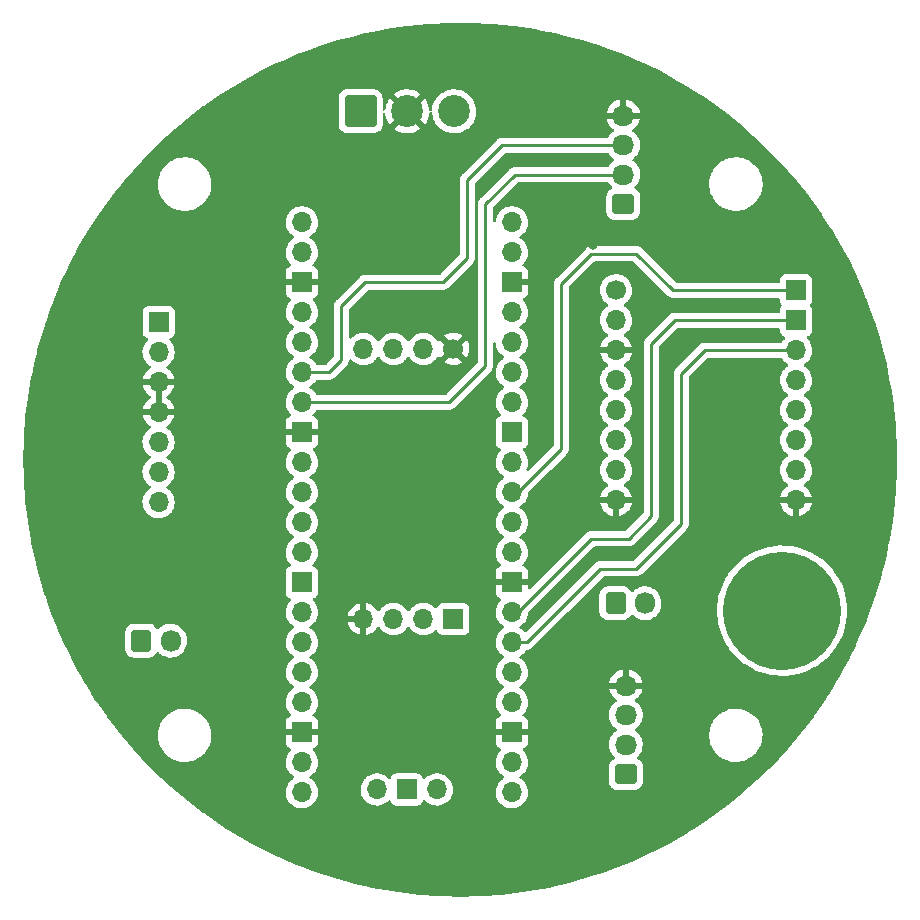
<source format=gbr>
%TF.GenerationSoftware,KiCad,Pcbnew,(6.0.6)*%
%TF.CreationDate,2022-08-17T10:37:05+09:00*%
%TF.ProjectId,0726,30373236-2e6b-4696-9361-645f70636258,rev?*%
%TF.SameCoordinates,Original*%
%TF.FileFunction,Copper,L2,Bot*%
%TF.FilePolarity,Positive*%
%FSLAX46Y46*%
G04 Gerber Fmt 4.6, Leading zero omitted, Abs format (unit mm)*
G04 Created by KiCad (PCBNEW (6.0.6)) date 2022-08-17 10:37:05*
%MOMM*%
%LPD*%
G01*
G04 APERTURE LIST*
G04 Aperture macros list*
%AMRoundRect*
0 Rectangle with rounded corners*
0 $1 Rounding radius*
0 $2 $3 $4 $5 $6 $7 $8 $9 X,Y pos of 4 corners*
0 Add a 4 corners polygon primitive as box body*
4,1,4,$2,$3,$4,$5,$6,$7,$8,$9,$2,$3,0*
0 Add four circle primitives for the rounded corners*
1,1,$1+$1,$2,$3*
1,1,$1+$1,$4,$5*
1,1,$1+$1,$6,$7*
1,1,$1+$1,$8,$9*
0 Add four rect primitives between the rounded corners*
20,1,$1+$1,$2,$3,$4,$5,0*
20,1,$1+$1,$4,$5,$6,$7,0*
20,1,$1+$1,$6,$7,$8,$9,0*
20,1,$1+$1,$8,$9,$2,$3,0*%
G04 Aperture macros list end*
%TA.AperFunction,ComponentPad*%
%ADD10O,1.850000X1.700000*%
%TD*%
%TA.AperFunction,ComponentPad*%
%ADD11RoundRect,0.250000X0.675000X-0.600000X0.675000X0.600000X-0.675000X0.600000X-0.675000X-0.600000X0*%
%TD*%
%TA.AperFunction,ComponentPad*%
%ADD12RoundRect,0.250000X-0.600000X-0.675000X0.600000X-0.675000X0.600000X0.675000X-0.600000X0.675000X0*%
%TD*%
%TA.AperFunction,ComponentPad*%
%ADD13O,1.700000X1.850000*%
%TD*%
%TA.AperFunction,WasherPad*%
%ADD14C,10.000000*%
%TD*%
%TA.AperFunction,ComponentPad*%
%ADD15C,1.700000*%
%TD*%
%TA.AperFunction,ComponentPad*%
%ADD16O,1.700000X1.700000*%
%TD*%
%TA.AperFunction,ComponentPad*%
%ADD17R,1.700000X1.700000*%
%TD*%
%TA.AperFunction,ComponentPad*%
%ADD18RoundRect,0.250001X-1.099999X-1.099999X1.099999X-1.099999X1.099999X1.099999X-1.099999X1.099999X0*%
%TD*%
%TA.AperFunction,ComponentPad*%
%ADD19C,2.700000*%
%TD*%
%TA.AperFunction,ViaPad*%
%ADD20C,0.800000*%
%TD*%
%TA.AperFunction,Conductor*%
%ADD21C,0.250000*%
%TD*%
G04 APERTURE END LIST*
D10*
%TO.P,J6,4,Pin_4*%
%TO.N,GND*%
X146304000Y-78860000D03*
%TO.P,J6,3,Pin_3*%
%TO.N,/G4*%
X146304000Y-81360000D03*
%TO.P,J6,2,Pin_2*%
%TO.N,/G5*%
X146304000Y-83860000D03*
D11*
%TO.P,J6,1,Pin_1*%
%TO.N,+5V*%
X146304000Y-86360000D03*
%TD*%
D12*
%TO.P,J1,1,Pin_1*%
%TO.N,/LED+*%
X105489999Y-123316000D03*
D13*
%TO.P,J1,2,Pin_2*%
%TO.N,/LED-*%
X107989999Y-123316000D03*
%TD*%
D14*
%TO.P,H5,*%
%TO.N,*%
X159750000Y-120776000D03*
%TD*%
D12*
%TO.P,J5,1,Pin_1*%
%TO.N,/AO1*%
X145641999Y-120156000D03*
D13*
%TO.P,J5,2,Pin_2*%
%TO.N,/AO2*%
X148141999Y-120156000D03*
%TD*%
D15*
%TO.P,Rs232_to_ttl,1,GND*%
%TO.N,GND*%
X131905999Y-98618000D03*
D16*
%TO.P,Rs232_to_ttl,2,VCC*%
%TO.N,+5V*%
X129365999Y-98618000D03*
%TO.P,Rs232_to_ttl,3,RX*%
%TO.N,/G0*%
X126825999Y-98618000D03*
%TO.P,Rs232_to_ttl,4,TX*%
%TO.N,/G1*%
X124285999Y-98618000D03*
%TO.P,Rs232_to_ttl,5,GND*%
%TO.N,GND*%
X124285999Y-121478000D03*
%TO.P,Rs232_to_ttl,6,VCC*%
%TO.N,unconnected-(Rs232_to_ttl1-Pad6)*%
X126825999Y-121478000D03*
%TO.P,Rs232_to_ttl,7,RX*%
%TO.N,Net-(Oxyzen_Sensor_1-Pad2)*%
X129365999Y-121478000D03*
D17*
%TO.P,Rs232_to_ttl,8,TX*%
%TO.N,Net-(Oxyzen_Sensor_1-Pad1)*%
X131905999Y-121478000D03*
%TD*%
%TO.P,J4,1,PWMA*%
%TO.N,/G26*%
X160919999Y-93650000D03*
%TO.P,J4,2,AIN2*%
%TO.N,/G21*%
X160919999Y-96190000D03*
D16*
%TO.P,J4,3,AIN1*%
%TO.N,/G20*%
X160919999Y-98730000D03*
%TO.P,J4,4,STBY*%
%TO.N,+5V*%
X160919999Y-101270000D03*
%TO.P,J4,5,BIN1*%
%TO.N,unconnected-(J4-Pad5)*%
X160919999Y-103810000D03*
%TO.P,J4,6,BIN2*%
%TO.N,unconnected-(J4-Pad6)*%
X160919999Y-106350000D03*
%TO.P,J4,7,PWMB*%
%TO.N,unconnected-(J4-Pad7)*%
X160919999Y-108890000D03*
%TO.P,J4,8,GND*%
%TO.N,GND*%
X160919999Y-111430000D03*
%TO.P,J4,9,GND*%
X145679999Y-111430000D03*
%TO.P,J4,10,BO1*%
%TO.N,unconnected-(J4-Pad10)*%
X145679999Y-108890000D03*
%TO.P,J4,11,BO2*%
%TO.N,unconnected-(J4-Pad11)*%
X145679999Y-106350000D03*
%TO.P,J4,12,AO2*%
%TO.N,/AO2*%
X145679999Y-103810000D03*
%TO.P,J4,13,AO1*%
%TO.N,/AO1*%
X145679999Y-101270000D03*
%TO.P,J4,14,GND*%
%TO.N,GND*%
X145679999Y-98730000D03*
%TO.P,J4,15,VCC*%
%TO.N,+5V*%
X145679999Y-96190000D03*
D15*
%TO.P,J4,16,VMOT*%
%TO.N,+12V*%
X145679999Y-93650000D03*
%TD*%
D18*
%TO.P,J2,1,Pin_1*%
%TO.N,+5V*%
X124056000Y-78500001D03*
D19*
%TO.P,J2,2,Pin_2*%
%TO.N,GND*%
X128016000Y-78500001D03*
%TO.P,J2,3,Pin_3*%
%TO.N,+12V*%
X131976000Y-78500001D03*
%TD*%
D11*
%TO.P,Oxyzen_Sensor,1,Pin_1*%
%TO.N,Net-(Oxyzen_Sensor_1-Pad1)*%
X146511000Y-134619000D03*
D10*
%TO.P,Oxyzen_Sensor,2,Pin_2*%
%TO.N,Net-(Oxyzen_Sensor_1-Pad2)*%
X146511000Y-132119000D03*
%TO.P,Oxyzen_Sensor,3,Pin_3*%
%TO.N,+5V*%
X146511000Y-129619000D03*
%TO.P,Oxyzen_Sensor,4,Pin_4*%
%TO.N,GND*%
X146511000Y-127119000D03*
%TD*%
D16*
%TO.P,U1,1,GPIO0*%
%TO.N,/G0*%
X119079000Y-87892000D03*
%TO.P,U1,2,GPIO1*%
%TO.N,/G1*%
X119079000Y-90432000D03*
D17*
%TO.P,U1,3,GND*%
%TO.N,GND*%
X119079000Y-92972000D03*
D16*
%TO.P,U1,4,GPIO2*%
%TO.N,unconnected-(U1-Pad4)*%
X119079000Y-95512000D03*
%TO.P,U1,5,GPIO3*%
%TO.N,unconnected-(U1-Pad5)*%
X119079000Y-98052000D03*
%TO.P,U1,6,GPIO4*%
%TO.N,/G4*%
X119079000Y-100592000D03*
%TO.P,U1,7,GPIO5*%
%TO.N,/G5*%
X119079000Y-103132000D03*
D17*
%TO.P,U1,8,GND*%
%TO.N,GND*%
X119079000Y-105672000D03*
D16*
%TO.P,U1,9,GPIO6*%
%TO.N,unconnected-(U1-Pad9)*%
X119079000Y-108212000D03*
%TO.P,U1,10,GPIO7*%
%TO.N,unconnected-(U1-Pad10)*%
X119079000Y-110752000D03*
%TO.P,U1,11,GPIO8*%
%TO.N,unconnected-(U1-Pad11)*%
X119079000Y-113292000D03*
%TO.P,U1,12,GPIO9*%
%TO.N,unconnected-(U1-Pad12)*%
X119079000Y-115832000D03*
D17*
%TO.P,U1,13,GND*%
%TO.N,unconnected-(U1-Pad13)*%
X119079000Y-118372000D03*
D16*
%TO.P,U1,14,GPIO10*%
%TO.N,unconnected-(U1-Pad14)*%
X119079000Y-120912000D03*
%TO.P,U1,15,GPIO11*%
%TO.N,unconnected-(U1-Pad15)*%
X119079000Y-123452000D03*
%TO.P,U1,16,GPIO12*%
%TO.N,unconnected-(U1-Pad16)*%
X119079000Y-125992000D03*
%TO.P,U1,17,GPIO13*%
%TO.N,unconnected-(U1-Pad17)*%
X119079000Y-128532000D03*
D17*
%TO.P,U1,18,GND*%
%TO.N,GND*%
X119079000Y-131072000D03*
D16*
%TO.P,U1,19,GPIO14*%
%TO.N,unconnected-(U1-Pad19)*%
X119079000Y-133612000D03*
%TO.P,U1,20,GPIO15*%
%TO.N,unconnected-(U1-Pad20)*%
X119079000Y-136152000D03*
%TO.P,U1,21,GPIO16*%
%TO.N,unconnected-(U1-Pad21)*%
X136859000Y-136152000D03*
%TO.P,U1,22,GPIO17*%
%TO.N,unconnected-(U1-Pad22)*%
X136859000Y-133612000D03*
D17*
%TO.P,U1,23,GND*%
%TO.N,GND*%
X136859000Y-131072000D03*
D16*
%TO.P,U1,24,GPIO18*%
%TO.N,unconnected-(U1-Pad24)*%
X136859000Y-128532000D03*
%TO.P,U1,25,GPIO19*%
%TO.N,unconnected-(U1-Pad25)*%
X136859000Y-125992000D03*
%TO.P,U1,26,GPIO20*%
%TO.N,/G20*%
X136859000Y-123452000D03*
%TO.P,U1,27,GPIO21*%
%TO.N,/G21*%
X136859000Y-120912000D03*
D17*
%TO.P,U1,28,GND*%
%TO.N,GND*%
X136859000Y-118372000D03*
D16*
%TO.P,U1,29,GPIO22*%
%TO.N,unconnected-(U1-Pad29)*%
X136859000Y-115832000D03*
%TO.P,U1,30,RUN*%
%TO.N,unconnected-(U1-Pad30)*%
X136859000Y-113292000D03*
%TO.P,U1,31,GPIO26_ADC0*%
%TO.N,/G26*%
X136859000Y-110752000D03*
%TO.P,U1,32,GPIO27_ADC1*%
%TO.N,/G27*%
X136859000Y-108212000D03*
D17*
%TO.P,U1,33,AGND*%
%TO.N,unconnected-(U1-Pad33)*%
X136859000Y-105672000D03*
D16*
%TO.P,U1,34,GPIO28_ADC2*%
%TO.N,unconnected-(U1-Pad34)*%
X136859000Y-103132000D03*
%TO.P,U1,35,ADC_VREF*%
%TO.N,unconnected-(U1-Pad35)*%
X136859000Y-100592000D03*
%TO.P,U1,36,3V3*%
%TO.N,unconnected-(U1-Pad36)*%
X136859000Y-98052000D03*
%TO.P,U1,37,3V3_EN*%
%TO.N,unconnected-(U1-Pad37)*%
X136859000Y-95512000D03*
D17*
%TO.P,U1,38,GND*%
%TO.N,GND*%
X136859000Y-92972000D03*
D16*
%TO.P,U1,39,VSYS*%
%TO.N,+5V*%
X136859000Y-90432000D03*
%TO.P,U1,40,VBUS*%
%TO.N,unconnected-(U1-Pad40)*%
X136859000Y-87892000D03*
%TO.P,U1,41,SWCLK*%
%TO.N,unconnected-(U1-Pad41)*%
X125429000Y-135922000D03*
D17*
%TO.P,U1,42,GND*%
%TO.N,unconnected-(U1-Pad42)*%
X127969000Y-135922000D03*
D16*
%TO.P,U1,43,SWDIO*%
%TO.N,unconnected-(U1-Pad43)*%
X130509000Y-135922000D03*
%TD*%
D17*
%TO.P,J3,1,Pin_1*%
%TO.N,+12V*%
X106952000Y-96352000D03*
D16*
%TO.P,J3,2,Pin_2*%
X106952000Y-98892000D03*
%TO.P,J3,3,Pin_3*%
%TO.N,GND*%
X106952000Y-101432000D03*
%TO.P,J3,4,Pin_4*%
X106952000Y-103972000D03*
%TO.P,J3,5,Pin_5*%
%TO.N,/G27*%
X106952000Y-106512000D03*
%TO.P,J3,6,Pin_6*%
%TO.N,/LED+*%
X106952000Y-109052000D03*
%TO.P,J3,7,Pin_7*%
%TO.N,/LED-*%
X106952000Y-111592000D03*
%TD*%
D20*
%TO.N,GND*%
X143764000Y-89825500D03*
X142193000Y-104647001D03*
X132921999Y-134238001D03*
X130635999Y-130936000D03*
X144352000Y-140080000D03*
X139526001Y-140715001D03*
X105000000Y-120750000D03*
X149939999Y-111886000D03*
X146510998Y-137921001D03*
X125555999Y-95884001D03*
X105000000Y-115000000D03*
X122888999Y-90677001D03*
X142192999Y-111759000D03*
X130635999Y-125856001D03*
X134700000Y-139953000D03*
X149940000Y-104774000D03*
X141176999Y-118744001D03*
X144478998Y-115950001D03*
%TD*%
D21*
%TO.N,/G5*%
X137120000Y-83860000D02*
X146304000Y-83860000D01*
X131564000Y-103132000D02*
X134620000Y-100076000D01*
X134620000Y-86360000D02*
X137120000Y-83860000D01*
X119079000Y-103132000D02*
X131564000Y-103132000D01*
X134620000Y-100076000D02*
X134620000Y-86360000D01*
%TO.N,/G4*%
X136064000Y-81360000D02*
X146304000Y-81360000D01*
X133096000Y-84328000D02*
X136064000Y-81360000D01*
X133096000Y-90932000D02*
X133096000Y-84328000D01*
X131064000Y-92964000D02*
X133096000Y-90932000D01*
X124460000Y-92964000D02*
X131064000Y-92964000D01*
X122428000Y-94996000D02*
X124460000Y-92964000D01*
X122428000Y-99568000D02*
X122428000Y-94996000D01*
X121404000Y-100592000D02*
X122428000Y-99568000D01*
X119079000Y-100592000D02*
X121404000Y-100592000D01*
%TO.N,/G26*%
X137358000Y-110752000D02*
X136858999Y-110752000D01*
X147399999Y-90550001D02*
X143590000Y-90550000D01*
X150499999Y-93650001D02*
X147399999Y-90550001D01*
X143590000Y-90550000D02*
X141049999Y-93090000D01*
X160919999Y-93650000D02*
X150499999Y-93650001D01*
X141049999Y-107060001D02*
X137358000Y-110752000D01*
X141049999Y-93090000D02*
X141049999Y-107060001D01*
%TO.N,/G21*%
X137358000Y-120912001D02*
X143590000Y-114680001D01*
X146765000Y-114680001D02*
X148670000Y-112775000D01*
X148669999Y-98170001D02*
X150649998Y-96190001D01*
X143590000Y-114680001D02*
X146765000Y-114680001D01*
X150649998Y-96190001D02*
X160920000Y-96190000D01*
X148670000Y-112775000D02*
X148669999Y-98170001D01*
X136858999Y-120912000D02*
X137358000Y-120912001D01*
%TO.N,/G20*%
X151209999Y-100710000D02*
X151209999Y-113410001D01*
X147399999Y-117220000D02*
X144352000Y-117220000D01*
X153189999Y-98730000D02*
X151209999Y-100710000D01*
X138119998Y-123452001D02*
X136858999Y-123452000D01*
X144352000Y-117220000D02*
X138119998Y-123452001D01*
X160920000Y-98730000D02*
X153189999Y-98730000D01*
X151209999Y-113410001D02*
X147399999Y-117220000D01*
%TD*%
%TA.AperFunction,Conductor*%
%TO.N,GND*%
G36*
X132808713Y-71013351D02*
G01*
X133659942Y-71026723D01*
X133663898Y-71026847D01*
X134820720Y-71081401D01*
X134824671Y-71081649D01*
X135401962Y-71127083D01*
X135979262Y-71172518D01*
X135983178Y-71172888D01*
X137134294Y-71299973D01*
X137138217Y-71300468D01*
X138284783Y-71463649D01*
X138288692Y-71464268D01*
X138824886Y-71557848D01*
X139429602Y-71663388D01*
X139433439Y-71664120D01*
X139977061Y-71776699D01*
X140567493Y-71898972D01*
X140571356Y-71899835D01*
X141388992Y-72096132D01*
X141697515Y-72170202D01*
X141701329Y-72171181D01*
X142818398Y-72476777D01*
X142822165Y-72477871D01*
X143929111Y-72818412D01*
X143932855Y-72819628D01*
X144220596Y-72918144D01*
X145028559Y-73194772D01*
X145032283Y-73196113D01*
X145837507Y-73500381D01*
X146112711Y-73604372D01*
X146115627Y-73605474D01*
X146119307Y-73606931D01*
X147189263Y-74050122D01*
X147192896Y-74051694D01*
X147365747Y-74129739D01*
X148248451Y-74528294D01*
X148252000Y-74529966D01*
X148575673Y-74688531D01*
X149292010Y-75039461D01*
X149295488Y-75041232D01*
X150319097Y-75583205D01*
X150322452Y-75585049D01*
X150881904Y-75904155D01*
X151328489Y-76158883D01*
X151331896Y-76160898D01*
X151785821Y-76439064D01*
X152319372Y-76766024D01*
X152322674Y-76768120D01*
X153046882Y-77243836D01*
X153290652Y-77403963D01*
X153293926Y-77406188D01*
X154241451Y-78072120D01*
X154244653Y-78074447D01*
X155170762Y-78769789D01*
X155173890Y-78772215D01*
X156077738Y-79496333D01*
X156080787Y-79498856D01*
X156961405Y-80250975D01*
X156964375Y-80253593D01*
X157302478Y-80561243D01*
X157649263Y-80876793D01*
X157820957Y-81033023D01*
X157823837Y-81035728D01*
X158655550Y-81841714D01*
X158658287Y-81844451D01*
X159412039Y-82622262D01*
X159464269Y-82676159D01*
X159466974Y-82679039D01*
X159655829Y-82886588D01*
X160246408Y-83535626D01*
X160249026Y-83538596D01*
X161001145Y-84419214D01*
X161003668Y-84422263D01*
X161727786Y-85326111D01*
X161730212Y-85329239D01*
X162425554Y-86255348D01*
X162427881Y-86258550D01*
X163093813Y-87206075D01*
X163096038Y-87209349D01*
X163232183Y-87416610D01*
X163730313Y-88174939D01*
X163731868Y-88177307D01*
X163733977Y-88180629D01*
X163930808Y-88501829D01*
X164339103Y-89168105D01*
X164341118Y-89171512D01*
X164489611Y-89431848D01*
X164914952Y-90177549D01*
X164916796Y-90180904D01*
X165458769Y-91204513D01*
X165460540Y-91207991D01*
X165920906Y-92147714D01*
X165970028Y-92247985D01*
X165971707Y-92251550D01*
X166183955Y-92721628D01*
X166448307Y-93307105D01*
X166449879Y-93310738D01*
X166589017Y-93646646D01*
X166883995Y-94358784D01*
X166893070Y-94380694D01*
X166894523Y-94384364D01*
X166922722Y-94458990D01*
X167303888Y-95467718D01*
X167305229Y-95471442D01*
X167531053Y-96131020D01*
X167653700Y-96489240D01*
X167680369Y-96567135D01*
X167681589Y-96570890D01*
X168020518Y-97672594D01*
X168022125Y-97677819D01*
X168023224Y-97681603D01*
X168310033Y-98730000D01*
X168328817Y-98798662D01*
X168329799Y-98802486D01*
X168367277Y-98958590D01*
X168600166Y-99928645D01*
X168601029Y-99932508D01*
X168717014Y-100492576D01*
X168834964Y-101062131D01*
X168835876Y-101066537D01*
X168836613Y-101070399D01*
X168907949Y-101479137D01*
X169035733Y-102211309D01*
X169036352Y-102215218D01*
X169199533Y-103361784D01*
X169200028Y-103365707D01*
X169326077Y-104507438D01*
X169327111Y-104516807D01*
X169327483Y-104520739D01*
X169347141Y-104770510D01*
X169418352Y-105675330D01*
X169418600Y-105679281D01*
X169473154Y-106836103D01*
X169473278Y-106840059D01*
X169485559Y-107621797D01*
X169490899Y-107961707D01*
X169491469Y-107998022D01*
X169491469Y-108001974D01*
X169488693Y-108178695D01*
X169473278Y-109159943D01*
X169473154Y-109163899D01*
X169418600Y-110320721D01*
X169418352Y-110324672D01*
X169379153Y-110822743D01*
X169329831Y-111449438D01*
X169327484Y-111479254D01*
X169327113Y-111483179D01*
X169207575Y-112565938D01*
X169200029Y-112634291D01*
X169199533Y-112638218D01*
X169036352Y-113784784D01*
X169035733Y-113788693D01*
X168955466Y-114248606D01*
X168852449Y-114838870D01*
X168836618Y-114929577D01*
X168835881Y-114933440D01*
X168747585Y-115359804D01*
X168601029Y-116067494D01*
X168600166Y-116071357D01*
X168434686Y-116760634D01*
X168337300Y-117166276D01*
X168329802Y-117197506D01*
X168328820Y-117201330D01*
X168077537Y-118119867D01*
X168023229Y-118318382D01*
X168022130Y-118322166D01*
X167709125Y-119339604D01*
X167681592Y-119429102D01*
X167680373Y-119432856D01*
X167600129Y-119667229D01*
X167305229Y-120528560D01*
X167303888Y-120532284D01*
X167047630Y-121210452D01*
X166903192Y-121592698D01*
X166894527Y-121615628D01*
X166893074Y-121619298D01*
X166737992Y-121993698D01*
X166449879Y-122689264D01*
X166448307Y-122692897D01*
X166381999Y-122839753D01*
X166022234Y-123636547D01*
X165971714Y-123748436D01*
X165970035Y-123752001D01*
X165487670Y-124736632D01*
X165460540Y-124792011D01*
X165458769Y-124795489D01*
X164916796Y-125819098D01*
X164914952Y-125822453D01*
X164630849Y-126320538D01*
X164341118Y-126828490D01*
X164339103Y-126831897D01*
X164121179Y-127187516D01*
X163789014Y-127729561D01*
X163733989Y-127819353D01*
X163731881Y-127822675D01*
X163303869Y-128474261D01*
X163096038Y-128790653D01*
X163093813Y-128793927D01*
X162427881Y-129741452D01*
X162425554Y-129744654D01*
X161730212Y-130670763D01*
X161727786Y-130673891D01*
X161003668Y-131577739D01*
X161001145Y-131580788D01*
X160249026Y-132461406D01*
X160246408Y-132464376D01*
X159962442Y-132776450D01*
X159512252Y-133271203D01*
X159466978Y-133320958D01*
X159464273Y-133323838D01*
X158658287Y-134155551D01*
X158655550Y-134158288D01*
X157823842Y-134964270D01*
X157820962Y-134966975D01*
X157617789Y-135151848D01*
X156964375Y-135746409D01*
X156961405Y-135749027D01*
X156080787Y-136501146D01*
X156077738Y-136503669D01*
X155173890Y-137227787D01*
X155170762Y-137230213D01*
X154244653Y-137925555D01*
X154241451Y-137927882D01*
X153293926Y-138593814D01*
X153290652Y-138596039D01*
X152322674Y-139231882D01*
X152319372Y-139233978D01*
X151982823Y-139440215D01*
X151331896Y-139839104D01*
X151328489Y-139841119D01*
X150977316Y-140041425D01*
X150322452Y-140414953D01*
X150319097Y-140416797D01*
X149295488Y-140958770D01*
X149292009Y-140960541D01*
X148252000Y-141470036D01*
X148248451Y-141471708D01*
X147692574Y-141722695D01*
X147192896Y-141948308D01*
X147189263Y-141949880D01*
X146119307Y-142393071D01*
X146115637Y-142394524D01*
X145837507Y-142499621D01*
X145032283Y-142803889D01*
X145028559Y-142805230D01*
X144220596Y-143081858D01*
X143932855Y-143180374D01*
X143929111Y-143181590D01*
X142822165Y-143522131D01*
X142818398Y-143523225D01*
X141701329Y-143828821D01*
X141697515Y-143829800D01*
X141388992Y-143903870D01*
X140571356Y-144100167D01*
X140567493Y-144101030D01*
X139977061Y-144223303D01*
X139433439Y-144335882D01*
X139429602Y-144336614D01*
X138824886Y-144442154D01*
X138288692Y-144535734D01*
X138284783Y-144536353D01*
X137138217Y-144699534D01*
X137134294Y-144700029D01*
X135983178Y-144827114D01*
X135979262Y-144827484D01*
X135401962Y-144872919D01*
X134824671Y-144918353D01*
X134820720Y-144918601D01*
X133663898Y-144973155D01*
X133659942Y-144973279D01*
X132808713Y-144986651D01*
X132501973Y-144991470D01*
X132498027Y-144991470D01*
X132191287Y-144986651D01*
X131340058Y-144973279D01*
X131336102Y-144973155D01*
X130179280Y-144918601D01*
X130175329Y-144918353D01*
X129598038Y-144872919D01*
X129020738Y-144827484D01*
X129016822Y-144827114D01*
X127865706Y-144700029D01*
X127861783Y-144699534D01*
X126715217Y-144536353D01*
X126711308Y-144535734D01*
X126175114Y-144442154D01*
X125570398Y-144336614D01*
X125566561Y-144335882D01*
X125022939Y-144223303D01*
X124432507Y-144101030D01*
X124428644Y-144100167D01*
X123611008Y-143903870D01*
X123302485Y-143829800D01*
X123298671Y-143828821D01*
X122181602Y-143523225D01*
X122177835Y-143522131D01*
X121070889Y-143181590D01*
X121067145Y-143180374D01*
X120779404Y-143081858D01*
X119971441Y-142805230D01*
X119967717Y-142803889D01*
X119162493Y-142499621D01*
X118884363Y-142394524D01*
X118880693Y-142393071D01*
X117810737Y-141949880D01*
X117807104Y-141948308D01*
X117307426Y-141722695D01*
X116751549Y-141471708D01*
X116748000Y-141470036D01*
X115707991Y-140960541D01*
X115704512Y-140958770D01*
X114680903Y-140416797D01*
X114677548Y-140414953D01*
X114022684Y-140041425D01*
X113671511Y-139841119D01*
X113668104Y-139839104D01*
X113017177Y-139440215D01*
X112680628Y-139233978D01*
X112677326Y-139231882D01*
X111709348Y-138596039D01*
X111706074Y-138593814D01*
X110758549Y-137927882D01*
X110755347Y-137925555D01*
X109829238Y-137230213D01*
X109826110Y-137227787D01*
X108922262Y-136503669D01*
X108919213Y-136501146D01*
X108471421Y-136118695D01*
X117716251Y-136118695D01*
X117716548Y-136123848D01*
X117716548Y-136123851D01*
X117722011Y-136218590D01*
X117729110Y-136341715D01*
X117730247Y-136346761D01*
X117730248Y-136346767D01*
X117750119Y-136434939D01*
X117778222Y-136559639D01*
X117862266Y-136766616D01*
X117886087Y-136805489D01*
X117944213Y-136900341D01*
X117978987Y-136957088D01*
X118125250Y-137125938D01*
X118297126Y-137268632D01*
X118490000Y-137381338D01*
X118698692Y-137461030D01*
X118703760Y-137462061D01*
X118703763Y-137462062D01*
X118811017Y-137483883D01*
X118917597Y-137505567D01*
X118922772Y-137505757D01*
X118922774Y-137505757D01*
X119135673Y-137513564D01*
X119135677Y-137513564D01*
X119140837Y-137513753D01*
X119145957Y-137513097D01*
X119145959Y-137513097D01*
X119357288Y-137486025D01*
X119357289Y-137486025D01*
X119362416Y-137485368D01*
X119367366Y-137483883D01*
X119571429Y-137422661D01*
X119571434Y-137422659D01*
X119576384Y-137421174D01*
X119776994Y-137322896D01*
X119958860Y-137193173D01*
X120000842Y-137151338D01*
X120059488Y-137092896D01*
X120117096Y-137035489D01*
X120129157Y-137018705D01*
X120244435Y-136858277D01*
X120247453Y-136854077D01*
X120264336Y-136819918D01*
X120344136Y-136658453D01*
X120344137Y-136658451D01*
X120346430Y-136653811D01*
X120411370Y-136440069D01*
X120440529Y-136218590D01*
X120442156Y-136152000D01*
X120423852Y-135929361D01*
X120413637Y-135888695D01*
X124066251Y-135888695D01*
X124066548Y-135893848D01*
X124066548Y-135893851D01*
X124072011Y-135988590D01*
X124079110Y-136111715D01*
X124080247Y-136116761D01*
X124080248Y-136116767D01*
X124088947Y-136155365D01*
X124128222Y-136329639D01*
X124212266Y-136536616D01*
X124229307Y-136564425D01*
X124286928Y-136658453D01*
X124328987Y-136727088D01*
X124475250Y-136895938D01*
X124647126Y-137038632D01*
X124840000Y-137151338D01*
X125048692Y-137231030D01*
X125053760Y-137232061D01*
X125053763Y-137232062D01*
X125161017Y-137253883D01*
X125267597Y-137275567D01*
X125272772Y-137275757D01*
X125272774Y-137275757D01*
X125485673Y-137283564D01*
X125485677Y-137283564D01*
X125490837Y-137283753D01*
X125495957Y-137283097D01*
X125495959Y-137283097D01*
X125707288Y-137256025D01*
X125707289Y-137256025D01*
X125712416Y-137255368D01*
X125717366Y-137253883D01*
X125921429Y-137192661D01*
X125921434Y-137192659D01*
X125926384Y-137191174D01*
X126126994Y-137092896D01*
X126308860Y-136963173D01*
X126417091Y-136855319D01*
X126479462Y-136821404D01*
X126550268Y-136826592D01*
X126607030Y-136869238D01*
X126624012Y-136900341D01*
X126647567Y-136963173D01*
X126668385Y-137018705D01*
X126755739Y-137135261D01*
X126872295Y-137222615D01*
X127008684Y-137273745D01*
X127070866Y-137280500D01*
X128867134Y-137280500D01*
X128929316Y-137273745D01*
X129065705Y-137222615D01*
X129182261Y-137135261D01*
X129269615Y-137018705D01*
X129290433Y-136963173D01*
X129313598Y-136901382D01*
X129356240Y-136844618D01*
X129422802Y-136819918D01*
X129492150Y-136835126D01*
X129526817Y-136863114D01*
X129555250Y-136895938D01*
X129727126Y-137038632D01*
X129920000Y-137151338D01*
X130128692Y-137231030D01*
X130133760Y-137232061D01*
X130133763Y-137232062D01*
X130241017Y-137253883D01*
X130347597Y-137275567D01*
X130352772Y-137275757D01*
X130352774Y-137275757D01*
X130565673Y-137283564D01*
X130565677Y-137283564D01*
X130570837Y-137283753D01*
X130575957Y-137283097D01*
X130575959Y-137283097D01*
X130787288Y-137256025D01*
X130787289Y-137256025D01*
X130792416Y-137255368D01*
X130797366Y-137253883D01*
X131001429Y-137192661D01*
X131001434Y-137192659D01*
X131006384Y-137191174D01*
X131206994Y-137092896D01*
X131388860Y-136963173D01*
X131394967Y-136957088D01*
X131494123Y-136858277D01*
X131547096Y-136805489D01*
X131606594Y-136722689D01*
X131674435Y-136628277D01*
X131677453Y-136624077D01*
X131711793Y-136554596D01*
X131774136Y-136428453D01*
X131774137Y-136428451D01*
X131776430Y-136423811D01*
X131841370Y-136210069D01*
X131853400Y-136118695D01*
X135496251Y-136118695D01*
X135496548Y-136123848D01*
X135496548Y-136123851D01*
X135502011Y-136218590D01*
X135509110Y-136341715D01*
X135510247Y-136346761D01*
X135510248Y-136346767D01*
X135530119Y-136434939D01*
X135558222Y-136559639D01*
X135642266Y-136766616D01*
X135666087Y-136805489D01*
X135724213Y-136900341D01*
X135758987Y-136957088D01*
X135905250Y-137125938D01*
X136077126Y-137268632D01*
X136270000Y-137381338D01*
X136478692Y-137461030D01*
X136483760Y-137462061D01*
X136483763Y-137462062D01*
X136591017Y-137483883D01*
X136697597Y-137505567D01*
X136702772Y-137505757D01*
X136702774Y-137505757D01*
X136915673Y-137513564D01*
X136915677Y-137513564D01*
X136920837Y-137513753D01*
X136925957Y-137513097D01*
X136925959Y-137513097D01*
X137137288Y-137486025D01*
X137137289Y-137486025D01*
X137142416Y-137485368D01*
X137147366Y-137483883D01*
X137351429Y-137422661D01*
X137351434Y-137422659D01*
X137356384Y-137421174D01*
X137556994Y-137322896D01*
X137738860Y-137193173D01*
X137780842Y-137151338D01*
X137839488Y-137092896D01*
X137897096Y-137035489D01*
X137909157Y-137018705D01*
X138024435Y-136858277D01*
X138027453Y-136854077D01*
X138044336Y-136819918D01*
X138124136Y-136658453D01*
X138124137Y-136658451D01*
X138126430Y-136653811D01*
X138191370Y-136440069D01*
X138220529Y-136218590D01*
X138222156Y-136152000D01*
X138203852Y-135929361D01*
X138149431Y-135712702D01*
X138060354Y-135507840D01*
X137939014Y-135320277D01*
X137788670Y-135155051D01*
X137784619Y-135151852D01*
X137784615Y-135151848D01*
X137617414Y-135019800D01*
X137617410Y-135019798D01*
X137613359Y-135016598D01*
X137572053Y-134993796D01*
X137522084Y-134943364D01*
X137507312Y-134873921D01*
X137532428Y-134807516D01*
X137559780Y-134780909D01*
X137603603Y-134749650D01*
X137738860Y-134653173D01*
X137765355Y-134626771D01*
X137893435Y-134499137D01*
X137897096Y-134495489D01*
X137956594Y-134412689D01*
X138024435Y-134318277D01*
X138027453Y-134314077D01*
X138126430Y-134113811D01*
X138191370Y-133900069D01*
X138220529Y-133678590D01*
X138222156Y-133612000D01*
X138203852Y-133389361D01*
X138149431Y-133172702D01*
X138060354Y-132967840D01*
X137939014Y-132780277D01*
X137935540Y-132776459D01*
X137935533Y-132776450D01*
X137791435Y-132618088D01*
X137760383Y-132554242D01*
X137768779Y-132483744D01*
X137813956Y-132428976D01*
X137840400Y-132415307D01*
X137947052Y-132375325D01*
X137962649Y-132366786D01*
X138064724Y-132290285D01*
X138077285Y-132277724D01*
X138153786Y-132175649D01*
X138162324Y-132160054D01*
X138201792Y-132054774D01*
X145074102Y-132054774D01*
X145082751Y-132285158D01*
X145083846Y-132290377D01*
X145101670Y-132375325D01*
X145130093Y-132510791D01*
X145132051Y-132515750D01*
X145132052Y-132515752D01*
X145171268Y-132615051D01*
X145214776Y-132725221D01*
X145217543Y-132729780D01*
X145217544Y-132729783D01*
X145248185Y-132780277D01*
X145334377Y-132922317D01*
X145337874Y-132926347D01*
X145424438Y-133026103D01*
X145485477Y-133096445D01*
X145521120Y-133125670D01*
X145561114Y-133184329D01*
X145563046Y-133255299D01*
X145526302Y-133316048D01*
X145507532Y-133330248D01*
X145420118Y-133384342D01*
X145361652Y-133420522D01*
X145236695Y-133545697D01*
X145232855Y-133551927D01*
X145232854Y-133551928D01*
X145197893Y-133608646D01*
X145143885Y-133696262D01*
X145088203Y-133864139D01*
X145077500Y-133968600D01*
X145077500Y-135269400D01*
X145077837Y-135272646D01*
X145077837Y-135272650D01*
X145082383Y-135316457D01*
X145088474Y-135375166D01*
X145090655Y-135381702D01*
X145090655Y-135381704D01*
X145122767Y-135477954D01*
X145144450Y-135542946D01*
X145237522Y-135693348D01*
X145362697Y-135818305D01*
X145368927Y-135822145D01*
X145368928Y-135822146D01*
X145506090Y-135906694D01*
X145513262Y-135911115D01*
X145583832Y-135934522D01*
X145674611Y-135964632D01*
X145674613Y-135964632D01*
X145681139Y-135966797D01*
X145687975Y-135967497D01*
X145687978Y-135967498D01*
X145731031Y-135971909D01*
X145785600Y-135977500D01*
X147236400Y-135977500D01*
X147239646Y-135977163D01*
X147239650Y-135977163D01*
X147335308Y-135967238D01*
X147335312Y-135967237D01*
X147342166Y-135966526D01*
X147348702Y-135964345D01*
X147348704Y-135964345D01*
X147485679Y-135918646D01*
X147509946Y-135910550D01*
X147660348Y-135817478D01*
X147785305Y-135692303D01*
X147878115Y-135541738D01*
X147933797Y-135373861D01*
X147944500Y-135269400D01*
X147944500Y-133968600D01*
X147944163Y-133965350D01*
X147934238Y-133869692D01*
X147934237Y-133869688D01*
X147933526Y-133862834D01*
X147877550Y-133695054D01*
X147784478Y-133544652D01*
X147659303Y-133419695D01*
X147513660Y-133329919D01*
X147466168Y-133277148D01*
X147454744Y-133207076D01*
X147483018Y-133141952D01*
X147492805Y-133131490D01*
X147603278Y-133026103D01*
X147607135Y-133022424D01*
X147744754Y-132837458D01*
X147849240Y-132631949D01*
X147852586Y-132621175D01*
X147916024Y-132416871D01*
X147917607Y-132411773D01*
X147923324Y-132368638D01*
X147947198Y-132188511D01*
X147947198Y-132188506D01*
X147947898Y-132183226D01*
X147939249Y-131952842D01*
X147891907Y-131727209D01*
X147875196Y-131684893D01*
X147809185Y-131517744D01*
X147809184Y-131517742D01*
X147807224Y-131512779D01*
X147727822Y-131381928D01*
X153571464Y-131381928D01*
X153571827Y-131386076D01*
X153571827Y-131386080D01*
X153582513Y-131508217D01*
X153597614Y-131680816D01*
X153598524Y-131684888D01*
X153598525Y-131684893D01*
X153657252Y-131947623D01*
X153663063Y-131973619D01*
X153766663Y-132255195D01*
X153768607Y-132258883D01*
X153768611Y-132258891D01*
X153904639Y-132516891D01*
X153906592Y-132520595D01*
X154080394Y-132765157D01*
X154285013Y-132984585D01*
X154516856Y-133175022D01*
X154771848Y-133333124D01*
X155045511Y-133456113D01*
X155219891Y-133508098D01*
X155329037Y-133540636D01*
X155329039Y-133540636D01*
X155333036Y-133541828D01*
X155337156Y-133542481D01*
X155337158Y-133542481D01*
X155456032Y-133561309D01*
X155629371Y-133588763D01*
X155672100Y-133590703D01*
X155721785Y-133592960D01*
X155721804Y-133592960D01*
X155723204Y-133593024D01*
X155910630Y-133593024D01*
X156133893Y-133578195D01*
X156137987Y-133577370D01*
X156137991Y-133577369D01*
X156295065Y-133545697D01*
X156428003Y-133518892D01*
X156711686Y-133421212D01*
X156715419Y-133419343D01*
X156715423Y-133419341D01*
X156976214Y-133288746D01*
X156976216Y-133288745D01*
X156979958Y-133286871D01*
X157144540Y-133175022D01*
X157224648Y-133120581D01*
X157224651Y-133120579D01*
X157228107Y-133118230D01*
X157451771Y-132918250D01*
X157525094Y-132832703D01*
X157644302Y-132693621D01*
X157644305Y-132693617D01*
X157647022Y-132690447D01*
X157649296Y-132686945D01*
X157649300Y-132686940D01*
X157808151Y-132442331D01*
X157808154Y-132442326D01*
X157810430Y-132438821D01*
X157939123Y-132167794D01*
X157973699Y-132060105D01*
X158029561Y-131886115D01*
X158029561Y-131886114D01*
X158030841Y-131882128D01*
X158067811Y-131676654D01*
X158083232Y-131590949D01*
X158083233Y-131590944D01*
X158083971Y-131586840D01*
X158084385Y-131577739D01*
X158097393Y-131291290D01*
X158097393Y-131291284D01*
X158097582Y-131287120D01*
X158071432Y-130988232D01*
X158047522Y-130881262D01*
X158006895Y-130699508D01*
X158006894Y-130699505D01*
X158005983Y-130695429D01*
X157999526Y-130677878D01*
X157903825Y-130417773D01*
X157902383Y-130413853D01*
X157900439Y-130410165D01*
X157900435Y-130410157D01*
X157764407Y-130152157D01*
X157764406Y-130152156D01*
X157762454Y-130148453D01*
X157588652Y-129903891D01*
X157384033Y-129684463D01*
X157166692Y-129505938D01*
X157155415Y-129496675D01*
X157152190Y-129494026D01*
X156897198Y-129335924D01*
X156875622Y-129326227D01*
X156705356Y-129249707D01*
X156623535Y-129212935D01*
X156417519Y-129151519D01*
X156340009Y-129128412D01*
X156340007Y-129128412D01*
X156336010Y-129127220D01*
X156331890Y-129126567D01*
X156331888Y-129126567D01*
X156172333Y-129101296D01*
X156039675Y-129080285D01*
X155996946Y-129078345D01*
X155947261Y-129076088D01*
X155947242Y-129076088D01*
X155945842Y-129076024D01*
X155758416Y-129076024D01*
X155535153Y-129090853D01*
X155531059Y-129091678D01*
X155531055Y-129091679D01*
X155459779Y-129106051D01*
X155241043Y-129150156D01*
X154957360Y-129247836D01*
X154953627Y-129249705D01*
X154953623Y-129249707D01*
X154771336Y-129340990D01*
X154689088Y-129382177D01*
X154592787Y-129447623D01*
X154495769Y-129513556D01*
X154440939Y-129550818D01*
X154217275Y-129750798D01*
X154214558Y-129753968D01*
X154214557Y-129753969D01*
X154079303Y-129911773D01*
X154022024Y-129978601D01*
X154019750Y-129982103D01*
X154019746Y-129982108D01*
X153897394Y-130170514D01*
X153858616Y-130230227D01*
X153729923Y-130501254D01*
X153728644Y-130505237D01*
X153728643Y-130505240D01*
X153645748Y-130763427D01*
X153638205Y-130786920D01*
X153637464Y-130791039D01*
X153609343Y-130947333D01*
X153585075Y-131082208D01*
X153584886Y-131086375D01*
X153584885Y-131086382D01*
X153573181Y-131344115D01*
X153571464Y-131381928D01*
X147727822Y-131381928D01*
X147687623Y-131315683D01*
X147662837Y-131287120D01*
X147540023Y-131145588D01*
X147540021Y-131145586D01*
X147536523Y-131141555D01*
X147459133Y-131078099D01*
X147362373Y-130998760D01*
X147362367Y-130998756D01*
X147358245Y-130995376D01*
X147326750Y-130977448D01*
X147277445Y-130926368D01*
X147263583Y-130856738D01*
X147289566Y-130790667D01*
X147318716Y-130763427D01*
X147425547Y-130691504D01*
X147440319Y-130681559D01*
X147449971Y-130672352D01*
X147603278Y-130526103D01*
X147607135Y-130522424D01*
X147744754Y-130337458D01*
X147849240Y-130131949D01*
X147853060Y-130119649D01*
X147916024Y-129916871D01*
X147917607Y-129911773D01*
X147926983Y-129841030D01*
X147947198Y-129688511D01*
X147947198Y-129688506D01*
X147947898Y-129683226D01*
X147939249Y-129452842D01*
X147891907Y-129227209D01*
X147886270Y-129212935D01*
X147809185Y-129017744D01*
X147809184Y-129017742D01*
X147807224Y-129012779D01*
X147762842Y-128939639D01*
X147690390Y-128820243D01*
X147687623Y-128815683D01*
X147604467Y-128719854D01*
X147540023Y-128645588D01*
X147540021Y-128645586D01*
X147536523Y-128641555D01*
X147488170Y-128601908D01*
X147362373Y-128498760D01*
X147362367Y-128498756D01*
X147358245Y-128495376D01*
X147353602Y-128492733D01*
X147326265Y-128477171D01*
X147276959Y-128426088D01*
X147263098Y-128356458D01*
X147289082Y-128290387D01*
X147318232Y-128263149D01*
X147435578Y-128184148D01*
X147443870Y-128177481D01*
X147602900Y-128025772D01*
X147609941Y-128017814D01*
X147741141Y-127841475D01*
X147746745Y-127832438D01*
X147846357Y-127636516D01*
X147850357Y-127626665D01*
X147915534Y-127416760D01*
X147917817Y-127406376D01*
X147919861Y-127390957D01*
X147917665Y-127376793D01*
X147904478Y-127373000D01*
X145119808Y-127373000D01*
X145106277Y-127376973D01*
X145104752Y-127387580D01*
X145129477Y-127505421D01*
X145132537Y-127515617D01*
X145213263Y-127720029D01*
X145217994Y-127729561D01*
X145332016Y-127917462D01*
X145338280Y-127926052D01*
X145482327Y-128092052D01*
X145489958Y-128099472D01*
X145659911Y-128238826D01*
X145668674Y-128244848D01*
X145695711Y-128260238D01*
X145745018Y-128311320D01*
X145758880Y-128380951D01*
X145732897Y-128447022D01*
X145703747Y-128474261D01*
X145672384Y-128495376D01*
X145581681Y-128556441D01*
X145577824Y-128560120D01*
X145577822Y-128560122D01*
X145534019Y-128601908D01*
X145414865Y-128715576D01*
X145277246Y-128900542D01*
X145172760Y-129106051D01*
X145171178Y-129111145D01*
X145171177Y-129111148D01*
X145128734Y-129247836D01*
X145104393Y-129326227D01*
X145103692Y-129331516D01*
X145074938Y-129548467D01*
X145074102Y-129554774D01*
X145082751Y-129785158D01*
X145130093Y-130010791D01*
X145132051Y-130015750D01*
X145132052Y-130015752D01*
X145184459Y-130148453D01*
X145214776Y-130225221D01*
X145217543Y-130229780D01*
X145217544Y-130229783D01*
X145220107Y-130234007D01*
X145334377Y-130422317D01*
X145337874Y-130426347D01*
X145424438Y-130526103D01*
X145485477Y-130596445D01*
X145489608Y-130599832D01*
X145659627Y-130739240D01*
X145659633Y-130739244D01*
X145663755Y-130742624D01*
X145695250Y-130760552D01*
X145744555Y-130811632D01*
X145758417Y-130881262D01*
X145732434Y-130947333D01*
X145703284Y-130974573D01*
X145581681Y-131056441D01*
X145577824Y-131060120D01*
X145577822Y-131060122D01*
X145554670Y-131082208D01*
X145414865Y-131215576D01*
X145277246Y-131400542D01*
X145172760Y-131606051D01*
X145171178Y-131611145D01*
X145171177Y-131611148D01*
X145109115Y-131811020D01*
X145104393Y-131826227D01*
X145103692Y-131831516D01*
X145076113Y-132039604D01*
X145074102Y-132054774D01*
X138201792Y-132054774D01*
X138207478Y-132039606D01*
X138211105Y-132024351D01*
X138216631Y-131973486D01*
X138217000Y-131966672D01*
X138217000Y-131344115D01*
X138212525Y-131328876D01*
X138211135Y-131327671D01*
X138203452Y-131326000D01*
X135519116Y-131326000D01*
X135503877Y-131330475D01*
X135502672Y-131331865D01*
X135501001Y-131339548D01*
X135501001Y-131966669D01*
X135501371Y-131973490D01*
X135506895Y-132024352D01*
X135510521Y-132039604D01*
X135555676Y-132160054D01*
X135564214Y-132175649D01*
X135640715Y-132277724D01*
X135653276Y-132290285D01*
X135755351Y-132366786D01*
X135770946Y-132375324D01*
X135879827Y-132416142D01*
X135936591Y-132458784D01*
X135961291Y-132525345D01*
X135946083Y-132594694D01*
X135926691Y-132621175D01*
X135857460Y-132693621D01*
X135799629Y-132754138D01*
X135673743Y-132938680D01*
X135633163Y-133026103D01*
X135589308Y-133120581D01*
X135579688Y-133141305D01*
X135519989Y-133356570D01*
X135496251Y-133578695D01*
X135496548Y-133583848D01*
X135496548Y-133583851D01*
X135502960Y-133695054D01*
X135509110Y-133801715D01*
X135510247Y-133806761D01*
X135510248Y-133806767D01*
X135521707Y-133857611D01*
X135558222Y-134019639D01*
X135642266Y-134226616D01*
X135758987Y-134417088D01*
X135905250Y-134585938D01*
X136077126Y-134728632D01*
X136141276Y-134766118D01*
X136150445Y-134771476D01*
X136199169Y-134823114D01*
X136212240Y-134892897D01*
X136185509Y-134958669D01*
X136145055Y-134992027D01*
X136132607Y-134998507D01*
X136128474Y-135001610D01*
X136128471Y-135001612D01*
X136004600Y-135094617D01*
X135953965Y-135132635D01*
X135950393Y-135136373D01*
X135810665Y-135282590D01*
X135799629Y-135294138D01*
X135796715Y-135298410D01*
X135796714Y-135298411D01*
X135711556Y-135423249D01*
X135673743Y-135478680D01*
X135658003Y-135512590D01*
X135586528Y-135666570D01*
X135579688Y-135681305D01*
X135519989Y-135896570D01*
X135496251Y-136118695D01*
X131853400Y-136118695D01*
X131870529Y-135988590D01*
X131870808Y-135977163D01*
X131872074Y-135925365D01*
X131872074Y-135925361D01*
X131872156Y-135922000D01*
X131853852Y-135699361D01*
X131799431Y-135482702D01*
X131710354Y-135277840D01*
X131589014Y-135090277D01*
X131438670Y-134925051D01*
X131434619Y-134921852D01*
X131434615Y-134921848D01*
X131267414Y-134789800D01*
X131267410Y-134789798D01*
X131263359Y-134786598D01*
X131253054Y-134780909D01*
X131152366Y-134725327D01*
X131067789Y-134678638D01*
X131062920Y-134676914D01*
X131062916Y-134676912D01*
X130862087Y-134605795D01*
X130862083Y-134605794D01*
X130857212Y-134604069D01*
X130852119Y-134603162D01*
X130852116Y-134603161D01*
X130642373Y-134565800D01*
X130642367Y-134565799D01*
X130637284Y-134564894D01*
X130563452Y-134563992D01*
X130419081Y-134562228D01*
X130419079Y-134562228D01*
X130413911Y-134562165D01*
X130193091Y-134595955D01*
X129980756Y-134665357D01*
X129782607Y-134768507D01*
X129778474Y-134771610D01*
X129778471Y-134771612D01*
X129613658Y-134895357D01*
X129603965Y-134902635D01*
X129542477Y-134966979D01*
X129523283Y-134987064D01*
X129461759Y-135022494D01*
X129390846Y-135019037D01*
X129333060Y-134977791D01*
X129314207Y-134944243D01*
X129272767Y-134833703D01*
X129269615Y-134825295D01*
X129182261Y-134708739D01*
X129065705Y-134621385D01*
X128929316Y-134570255D01*
X128867134Y-134563500D01*
X127070866Y-134563500D01*
X127008684Y-134570255D01*
X126872295Y-134621385D01*
X126755739Y-134708739D01*
X126668385Y-134825295D01*
X126665233Y-134833703D01*
X126623919Y-134943907D01*
X126581277Y-135000671D01*
X126514716Y-135025371D01*
X126445367Y-135010163D01*
X126412743Y-134984476D01*
X126362151Y-134928875D01*
X126362142Y-134928866D01*
X126358670Y-134925051D01*
X126354619Y-134921852D01*
X126354615Y-134921848D01*
X126187414Y-134789800D01*
X126187410Y-134789798D01*
X126183359Y-134786598D01*
X126173054Y-134780909D01*
X126072366Y-134725327D01*
X125987789Y-134678638D01*
X125982920Y-134676914D01*
X125982916Y-134676912D01*
X125782087Y-134605795D01*
X125782083Y-134605794D01*
X125777212Y-134604069D01*
X125772119Y-134603162D01*
X125772116Y-134603161D01*
X125562373Y-134565800D01*
X125562367Y-134565799D01*
X125557284Y-134564894D01*
X125483452Y-134563992D01*
X125339081Y-134562228D01*
X125339079Y-134562228D01*
X125333911Y-134562165D01*
X125113091Y-134595955D01*
X124900756Y-134665357D01*
X124702607Y-134768507D01*
X124698474Y-134771610D01*
X124698471Y-134771612D01*
X124533658Y-134895357D01*
X124523965Y-134902635D01*
X124485043Y-134943364D01*
X124412729Y-135019037D01*
X124369629Y-135064138D01*
X124366715Y-135068410D01*
X124366714Y-135068411D01*
X124320354Y-135136373D01*
X124243743Y-135248680D01*
X124228003Y-135282590D01*
X124181996Y-135381704D01*
X124149688Y-135451305D01*
X124089989Y-135666570D01*
X124066251Y-135888695D01*
X120413637Y-135888695D01*
X120369431Y-135712702D01*
X120280354Y-135507840D01*
X120159014Y-135320277D01*
X120008670Y-135155051D01*
X120004619Y-135151852D01*
X120004615Y-135151848D01*
X119837414Y-135019800D01*
X119837410Y-135019798D01*
X119833359Y-135016598D01*
X119792053Y-134993796D01*
X119742084Y-134943364D01*
X119727312Y-134873921D01*
X119752428Y-134807516D01*
X119779780Y-134780909D01*
X119823603Y-134749650D01*
X119958860Y-134653173D01*
X119985355Y-134626771D01*
X120113435Y-134499137D01*
X120117096Y-134495489D01*
X120176594Y-134412689D01*
X120244435Y-134318277D01*
X120247453Y-134314077D01*
X120346430Y-134113811D01*
X120411370Y-133900069D01*
X120440529Y-133678590D01*
X120442156Y-133612000D01*
X120423852Y-133389361D01*
X120369431Y-133172702D01*
X120280354Y-132967840D01*
X120159014Y-132780277D01*
X120155540Y-132776459D01*
X120155533Y-132776450D01*
X120011435Y-132618088D01*
X119980383Y-132554242D01*
X119988779Y-132483744D01*
X120033956Y-132428976D01*
X120060400Y-132415307D01*
X120167052Y-132375325D01*
X120182649Y-132366786D01*
X120284724Y-132290285D01*
X120297285Y-132277724D01*
X120373786Y-132175649D01*
X120382324Y-132160054D01*
X120427478Y-132039606D01*
X120431105Y-132024351D01*
X120436631Y-131973486D01*
X120437000Y-131966672D01*
X120437000Y-131344115D01*
X120432525Y-131328876D01*
X120431135Y-131327671D01*
X120423452Y-131326000D01*
X117739116Y-131326000D01*
X117723877Y-131330475D01*
X117722672Y-131331865D01*
X117721001Y-131339548D01*
X117721001Y-131966669D01*
X117721371Y-131973490D01*
X117726895Y-132024352D01*
X117730521Y-132039604D01*
X117775676Y-132160054D01*
X117784214Y-132175649D01*
X117860715Y-132277724D01*
X117873276Y-132290285D01*
X117975351Y-132366786D01*
X117990946Y-132375324D01*
X118099827Y-132416142D01*
X118156591Y-132458784D01*
X118181291Y-132525345D01*
X118166083Y-132594694D01*
X118146691Y-132621175D01*
X118077460Y-132693621D01*
X118019629Y-132754138D01*
X117893743Y-132938680D01*
X117853163Y-133026103D01*
X117809308Y-133120581D01*
X117799688Y-133141305D01*
X117739989Y-133356570D01*
X117716251Y-133578695D01*
X117716548Y-133583848D01*
X117716548Y-133583851D01*
X117722960Y-133695054D01*
X117729110Y-133801715D01*
X117730247Y-133806761D01*
X117730248Y-133806767D01*
X117741707Y-133857611D01*
X117778222Y-134019639D01*
X117862266Y-134226616D01*
X117978987Y-134417088D01*
X118125250Y-134585938D01*
X118297126Y-134728632D01*
X118361276Y-134766118D01*
X118370445Y-134771476D01*
X118419169Y-134823114D01*
X118432240Y-134892897D01*
X118405509Y-134958669D01*
X118365055Y-134992027D01*
X118352607Y-134998507D01*
X118348474Y-135001610D01*
X118348471Y-135001612D01*
X118224600Y-135094617D01*
X118173965Y-135132635D01*
X118170393Y-135136373D01*
X118030665Y-135282590D01*
X118019629Y-135294138D01*
X118016715Y-135298410D01*
X118016714Y-135298411D01*
X117931556Y-135423249D01*
X117893743Y-135478680D01*
X117878003Y-135512590D01*
X117806528Y-135666570D01*
X117799688Y-135681305D01*
X117739989Y-135896570D01*
X117716251Y-136118695D01*
X108471421Y-136118695D01*
X108038595Y-135749027D01*
X108035625Y-135746409D01*
X107382211Y-135151848D01*
X107179038Y-134966975D01*
X107176158Y-134964270D01*
X106344450Y-134158288D01*
X106341713Y-134155551D01*
X105535727Y-133323838D01*
X105533022Y-133320958D01*
X105487749Y-133271203D01*
X105037558Y-132776450D01*
X104753592Y-132464376D01*
X104750974Y-132461406D01*
X103998855Y-131580788D01*
X103996332Y-131577739D01*
X103839458Y-131381928D01*
X106902417Y-131381928D01*
X106902780Y-131386076D01*
X106902780Y-131386080D01*
X106913466Y-131508217D01*
X106928567Y-131680816D01*
X106929477Y-131684888D01*
X106929478Y-131684893D01*
X106988205Y-131947623D01*
X106994016Y-131973619D01*
X107097616Y-132255195D01*
X107099560Y-132258883D01*
X107099564Y-132258891D01*
X107235592Y-132516891D01*
X107237545Y-132520595D01*
X107411347Y-132765157D01*
X107615966Y-132984585D01*
X107847809Y-133175022D01*
X108102801Y-133333124D01*
X108376464Y-133456113D01*
X108550844Y-133508098D01*
X108659990Y-133540636D01*
X108659992Y-133540636D01*
X108663989Y-133541828D01*
X108668109Y-133542481D01*
X108668111Y-133542481D01*
X108786985Y-133561309D01*
X108960324Y-133588763D01*
X109003053Y-133590703D01*
X109052738Y-133592960D01*
X109052757Y-133592960D01*
X109054157Y-133593024D01*
X109241583Y-133593024D01*
X109464846Y-133578195D01*
X109468940Y-133577370D01*
X109468944Y-133577369D01*
X109626018Y-133545697D01*
X109758956Y-133518892D01*
X110042639Y-133421212D01*
X110046372Y-133419343D01*
X110046376Y-133419341D01*
X110307167Y-133288746D01*
X110307169Y-133288745D01*
X110310911Y-133286871D01*
X110475493Y-133175022D01*
X110555601Y-133120581D01*
X110555604Y-133120579D01*
X110559060Y-133118230D01*
X110782724Y-132918250D01*
X110856047Y-132832703D01*
X110975255Y-132693621D01*
X110975258Y-132693617D01*
X110977975Y-132690447D01*
X110980249Y-132686945D01*
X110980253Y-132686940D01*
X111139104Y-132442331D01*
X111139107Y-132442326D01*
X111141383Y-132438821D01*
X111270076Y-132167794D01*
X111304652Y-132060105D01*
X111360514Y-131886115D01*
X111360514Y-131886114D01*
X111361794Y-131882128D01*
X111398764Y-131676654D01*
X111414185Y-131590949D01*
X111414186Y-131590944D01*
X111414924Y-131586840D01*
X111415338Y-131577739D01*
X111428346Y-131291290D01*
X111428346Y-131291284D01*
X111428535Y-131287120D01*
X111402385Y-130988232D01*
X111378475Y-130881262D01*
X111337848Y-130699508D01*
X111337847Y-130699505D01*
X111336936Y-130695429D01*
X111330479Y-130677878D01*
X111234778Y-130417773D01*
X111233336Y-130413853D01*
X111231392Y-130410165D01*
X111231388Y-130410157D01*
X111095360Y-130152157D01*
X111095359Y-130152156D01*
X111093407Y-130148453D01*
X110919605Y-129903891D01*
X110714986Y-129684463D01*
X110497645Y-129505938D01*
X110486368Y-129496675D01*
X110483143Y-129494026D01*
X110228151Y-129335924D01*
X110206575Y-129326227D01*
X110036309Y-129249707D01*
X109954488Y-129212935D01*
X109748472Y-129151519D01*
X109670962Y-129128412D01*
X109670960Y-129128412D01*
X109666963Y-129127220D01*
X109662843Y-129126567D01*
X109662841Y-129126567D01*
X109503286Y-129101296D01*
X109370628Y-129080285D01*
X109327899Y-129078345D01*
X109278214Y-129076088D01*
X109278195Y-129076088D01*
X109276795Y-129076024D01*
X109089369Y-129076024D01*
X108866106Y-129090853D01*
X108862012Y-129091678D01*
X108862008Y-129091679D01*
X108790732Y-129106051D01*
X108571996Y-129150156D01*
X108288313Y-129247836D01*
X108284580Y-129249705D01*
X108284576Y-129249707D01*
X108102289Y-129340990D01*
X108020041Y-129382177D01*
X107923740Y-129447623D01*
X107826722Y-129513556D01*
X107771892Y-129550818D01*
X107548228Y-129750798D01*
X107545511Y-129753968D01*
X107545510Y-129753969D01*
X107410256Y-129911773D01*
X107352977Y-129978601D01*
X107350703Y-129982103D01*
X107350699Y-129982108D01*
X107228347Y-130170514D01*
X107189569Y-130230227D01*
X107060876Y-130501254D01*
X107059597Y-130505237D01*
X107059596Y-130505240D01*
X106976701Y-130763427D01*
X106969158Y-130786920D01*
X106968417Y-130791039D01*
X106940296Y-130947333D01*
X106916028Y-131082208D01*
X106915839Y-131086375D01*
X106915838Y-131086382D01*
X106904134Y-131344115D01*
X106902417Y-131381928D01*
X103839458Y-131381928D01*
X103272214Y-130673891D01*
X103269788Y-130670763D01*
X102574446Y-129744654D01*
X102572119Y-129741452D01*
X101906187Y-128793927D01*
X101903962Y-128790653D01*
X101712181Y-128498695D01*
X117716251Y-128498695D01*
X117716548Y-128503848D01*
X117716548Y-128503851D01*
X117722011Y-128598590D01*
X117729110Y-128721715D01*
X117730247Y-128726761D01*
X117730248Y-128726767D01*
X117752392Y-128825023D01*
X117778222Y-128939639D01*
X117862266Y-129146616D01*
X117978987Y-129337088D01*
X118125250Y-129505938D01*
X118129225Y-129509238D01*
X118129231Y-129509244D01*
X118134425Y-129513556D01*
X118174059Y-129572460D01*
X118175555Y-129643441D01*
X118138439Y-129703962D01*
X118098168Y-129728480D01*
X117990946Y-129768676D01*
X117975351Y-129777214D01*
X117873276Y-129853715D01*
X117860715Y-129866276D01*
X117784214Y-129968351D01*
X117775676Y-129983946D01*
X117730522Y-130104394D01*
X117726895Y-130119649D01*
X117721369Y-130170514D01*
X117721000Y-130177328D01*
X117721000Y-130799885D01*
X117725475Y-130815124D01*
X117726865Y-130816329D01*
X117734548Y-130818000D01*
X120418884Y-130818000D01*
X120434123Y-130813525D01*
X120435328Y-130812135D01*
X120436999Y-130804452D01*
X120436999Y-130177331D01*
X120436629Y-130170510D01*
X120431105Y-130119648D01*
X120427479Y-130104396D01*
X120382324Y-129983946D01*
X120373786Y-129968351D01*
X120297285Y-129866276D01*
X120284724Y-129853715D01*
X120182649Y-129777214D01*
X120167054Y-129768676D01*
X120056813Y-129727348D01*
X120000049Y-129684706D01*
X119975349Y-129618145D01*
X119990557Y-129548796D01*
X120012104Y-129520115D01*
X120113430Y-129419144D01*
X120113440Y-129419132D01*
X120117096Y-129415489D01*
X120176594Y-129332689D01*
X120244435Y-129238277D01*
X120247453Y-129234077D01*
X120250848Y-129227209D01*
X120344136Y-129038453D01*
X120344137Y-129038451D01*
X120346430Y-129033811D01*
X120411370Y-128820069D01*
X120440529Y-128598590D01*
X120442156Y-128532000D01*
X120423852Y-128309361D01*
X120369431Y-128092702D01*
X120280354Y-127887840D01*
X120159014Y-127700277D01*
X120008670Y-127535051D01*
X120004619Y-127531852D01*
X120004615Y-127531848D01*
X119837414Y-127399800D01*
X119837410Y-127399798D01*
X119833359Y-127396598D01*
X119792053Y-127373796D01*
X119742084Y-127323364D01*
X119727312Y-127253921D01*
X119752428Y-127187516D01*
X119779780Y-127160909D01*
X119823603Y-127129650D01*
X119958860Y-127033173D01*
X120117096Y-126875489D01*
X120128848Y-126859135D01*
X120244435Y-126698277D01*
X120247453Y-126694077D01*
X120288347Y-126611335D01*
X120344136Y-126498453D01*
X120344137Y-126498451D01*
X120346430Y-126493811D01*
X120408882Y-126288259D01*
X120409865Y-126285023D01*
X120409865Y-126285021D01*
X120411370Y-126280069D01*
X120440529Y-126058590D01*
X120442156Y-125992000D01*
X120423852Y-125769361D01*
X120369431Y-125552702D01*
X120280354Y-125347840D01*
X120159014Y-125160277D01*
X120008670Y-124995051D01*
X120004619Y-124991852D01*
X120004615Y-124991848D01*
X119837414Y-124859800D01*
X119837410Y-124859798D01*
X119833359Y-124856598D01*
X119792053Y-124833796D01*
X119742084Y-124783364D01*
X119727312Y-124713921D01*
X119752428Y-124647516D01*
X119779780Y-124620909D01*
X119829935Y-124585134D01*
X119958860Y-124493173D01*
X119986783Y-124465348D01*
X120075911Y-124376530D01*
X120117096Y-124335489D01*
X120176594Y-124252689D01*
X120244435Y-124158277D01*
X120244437Y-124158274D01*
X120247453Y-124154077D01*
X120251146Y-124146606D01*
X120344136Y-123958453D01*
X120344137Y-123958451D01*
X120346430Y-123953811D01*
X120411370Y-123740069D01*
X120440529Y-123518590D01*
X120442156Y-123452000D01*
X120423852Y-123229361D01*
X120369431Y-123012702D01*
X120280354Y-122807840D01*
X120178721Y-122650739D01*
X120161822Y-122624617D01*
X120161820Y-122624614D01*
X120159014Y-122620277D01*
X120008670Y-122455051D01*
X120004619Y-122451852D01*
X120004615Y-122451848D01*
X119837414Y-122319800D01*
X119837410Y-122319798D01*
X119833359Y-122316598D01*
X119792053Y-122293796D01*
X119742084Y-122243364D01*
X119727312Y-122173921D01*
X119752428Y-122107516D01*
X119779780Y-122080909D01*
X119840141Y-122037854D01*
X119958860Y-121953173D01*
X119975038Y-121937052D01*
X120113435Y-121799137D01*
X120117096Y-121795489D01*
X120152682Y-121745966D01*
X122954256Y-121745966D01*
X122984564Y-121880446D01*
X122987644Y-121890275D01*
X123067769Y-122087603D01*
X123072412Y-122096794D01*
X123183693Y-122278388D01*
X123189776Y-122286699D01*
X123329212Y-122447667D01*
X123336579Y-122454883D01*
X123500433Y-122590916D01*
X123508880Y-122596831D01*
X123692755Y-122704279D01*
X123702041Y-122708729D01*
X123901000Y-122784703D01*
X123910898Y-122787579D01*
X124014249Y-122808606D01*
X124028298Y-122807410D01*
X124031999Y-122797065D01*
X124031999Y-122796517D01*
X124539999Y-122796517D01*
X124544063Y-122810359D01*
X124557477Y-122812393D01*
X124564183Y-122811534D01*
X124574261Y-122809392D01*
X124778254Y-122748191D01*
X124787841Y-122744433D01*
X124979094Y-122650739D01*
X124987944Y-122645464D01*
X125161327Y-122521792D01*
X125169199Y-122515139D01*
X125320051Y-122364812D01*
X125326729Y-122356965D01*
X125454021Y-122179819D01*
X125455278Y-122180722D01*
X125502372Y-122137362D01*
X125572310Y-122125145D01*
X125637750Y-122152678D01*
X125665578Y-122184511D01*
X125680363Y-122208638D01*
X125725986Y-122283088D01*
X125872249Y-122451938D01*
X126044125Y-122594632D01*
X126236999Y-122707338D01*
X126445691Y-122787030D01*
X126450759Y-122788061D01*
X126450762Y-122788062D01*
X126537176Y-122805643D01*
X126664596Y-122831567D01*
X126669771Y-122831757D01*
X126669773Y-122831757D01*
X126882672Y-122839564D01*
X126882676Y-122839564D01*
X126887836Y-122839753D01*
X126892956Y-122839097D01*
X126892958Y-122839097D01*
X127104287Y-122812025D01*
X127104288Y-122812025D01*
X127109415Y-122811368D01*
X127114365Y-122809883D01*
X127318428Y-122748661D01*
X127318433Y-122748659D01*
X127323383Y-122747174D01*
X127523993Y-122648896D01*
X127705859Y-122519173D01*
X127745560Y-122479611D01*
X127800123Y-122425238D01*
X127864095Y-122361489D01*
X127885787Y-122331302D01*
X127994452Y-122180077D01*
X127995775Y-122181028D01*
X128042644Y-122137857D01*
X128112579Y-122125625D01*
X128178025Y-122153144D01*
X128205874Y-122184994D01*
X128220363Y-122208638D01*
X128265986Y-122283088D01*
X128412249Y-122451938D01*
X128584125Y-122594632D01*
X128776999Y-122707338D01*
X128985691Y-122787030D01*
X128990759Y-122788061D01*
X128990762Y-122788062D01*
X129077176Y-122805643D01*
X129204596Y-122831567D01*
X129209771Y-122831757D01*
X129209773Y-122831757D01*
X129422672Y-122839564D01*
X129422676Y-122839564D01*
X129427836Y-122839753D01*
X129432956Y-122839097D01*
X129432958Y-122839097D01*
X129644287Y-122812025D01*
X129644288Y-122812025D01*
X129649415Y-122811368D01*
X129654365Y-122809883D01*
X129858428Y-122748661D01*
X129858433Y-122748659D01*
X129863383Y-122747174D01*
X130063993Y-122648896D01*
X130245859Y-122519173D01*
X130354090Y-122411319D01*
X130416461Y-122377404D01*
X130487267Y-122382592D01*
X130544029Y-122425238D01*
X130561011Y-122456341D01*
X130565665Y-122468755D01*
X130605384Y-122574705D01*
X130692738Y-122691261D01*
X130809294Y-122778615D01*
X130945683Y-122829745D01*
X131007865Y-122836500D01*
X132804133Y-122836500D01*
X132866315Y-122829745D01*
X133002704Y-122778615D01*
X133119260Y-122691261D01*
X133206614Y-122574705D01*
X133257744Y-122438316D01*
X133264499Y-122376134D01*
X133264499Y-120579866D01*
X133257744Y-120517684D01*
X133206614Y-120381295D01*
X133119260Y-120264739D01*
X133002704Y-120177385D01*
X132866315Y-120126255D01*
X132804133Y-120119500D01*
X131007865Y-120119500D01*
X130945683Y-120126255D01*
X130809294Y-120177385D01*
X130692738Y-120264739D01*
X130605384Y-120381295D01*
X130602232Y-120389703D01*
X130560918Y-120499907D01*
X130518276Y-120556671D01*
X130451715Y-120581371D01*
X130382366Y-120566163D01*
X130349742Y-120540476D01*
X130299150Y-120484875D01*
X130299141Y-120484866D01*
X130295669Y-120481051D01*
X130291618Y-120477852D01*
X130291614Y-120477848D01*
X130124413Y-120345800D01*
X130124409Y-120345798D01*
X130120358Y-120342598D01*
X130109573Y-120336644D01*
X129993538Y-120272590D01*
X129924788Y-120234638D01*
X129919919Y-120232914D01*
X129919915Y-120232912D01*
X129719086Y-120161795D01*
X129719082Y-120161794D01*
X129714211Y-120160069D01*
X129709118Y-120159162D01*
X129709115Y-120159161D01*
X129499372Y-120121800D01*
X129499366Y-120121799D01*
X129494283Y-120120894D01*
X129420451Y-120119992D01*
X129276080Y-120118228D01*
X129276078Y-120118228D01*
X129270910Y-120118165D01*
X129050090Y-120151955D01*
X128837755Y-120221357D01*
X128639606Y-120324507D01*
X128635473Y-120327610D01*
X128635470Y-120327612D01*
X128465099Y-120455530D01*
X128460964Y-120458635D01*
X128435540Y-120485240D01*
X128367279Y-120556671D01*
X128306628Y-120620138D01*
X128199200Y-120777621D01*
X128144292Y-120822621D01*
X128073767Y-120830792D01*
X128010020Y-120799538D01*
X127989323Y-120775054D01*
X127908821Y-120650617D01*
X127908819Y-120650614D01*
X127906013Y-120646277D01*
X127755669Y-120481051D01*
X127751618Y-120477852D01*
X127751614Y-120477848D01*
X127584413Y-120345800D01*
X127584409Y-120345798D01*
X127580358Y-120342598D01*
X127569573Y-120336644D01*
X127453538Y-120272590D01*
X127384788Y-120234638D01*
X127379919Y-120232914D01*
X127379915Y-120232912D01*
X127179086Y-120161795D01*
X127179082Y-120161794D01*
X127174211Y-120160069D01*
X127169118Y-120159162D01*
X127169115Y-120159161D01*
X126959372Y-120121800D01*
X126959366Y-120121799D01*
X126954283Y-120120894D01*
X126880451Y-120119992D01*
X126736080Y-120118228D01*
X126736078Y-120118228D01*
X126730910Y-120118165D01*
X126510090Y-120151955D01*
X126297755Y-120221357D01*
X126099606Y-120324507D01*
X126095473Y-120327610D01*
X126095470Y-120327612D01*
X125925099Y-120455530D01*
X125920964Y-120458635D01*
X125895540Y-120485240D01*
X125827279Y-120556671D01*
X125766628Y-120620138D01*
X125763719Y-120624403D01*
X125763713Y-120624411D01*
X125722831Y-120684342D01*
X125659203Y-120777618D01*
X125658897Y-120778066D01*
X125603986Y-120823069D01*
X125533461Y-120831240D01*
X125469714Y-120799986D01*
X125449017Y-120775502D01*
X125368425Y-120650926D01*
X125362135Y-120642757D01*
X125218805Y-120485240D01*
X125211272Y-120478215D01*
X125044138Y-120346222D01*
X125035551Y-120340517D01*
X124849116Y-120237599D01*
X124839704Y-120233369D01*
X124638958Y-120162280D01*
X124628987Y-120159646D01*
X124557836Y-120146972D01*
X124544539Y-120148432D01*
X124539999Y-120162989D01*
X124539999Y-122796517D01*
X124031999Y-122796517D01*
X124031999Y-121750115D01*
X124027524Y-121734876D01*
X124026134Y-121733671D01*
X124018451Y-121732000D01*
X122969224Y-121732000D01*
X122955693Y-121735973D01*
X122954256Y-121745966D01*
X120152682Y-121745966D01*
X120161517Y-121733671D01*
X120244435Y-121618277D01*
X120247453Y-121614077D01*
X120257921Y-121592898D01*
X120344136Y-121418453D01*
X120344137Y-121418451D01*
X120346430Y-121413811D01*
X120405881Y-121218135D01*
X120407689Y-121212183D01*
X122950388Y-121212183D01*
X122951911Y-121220607D01*
X122964291Y-121224000D01*
X124013884Y-121224000D01*
X124029123Y-121219525D01*
X124030328Y-121218135D01*
X124031999Y-121210452D01*
X124031999Y-120161102D01*
X124028081Y-120147758D01*
X124013805Y-120145771D01*
X123975323Y-120151660D01*
X123965287Y-120154051D01*
X123762867Y-120220212D01*
X123753358Y-120224209D01*
X123564462Y-120322542D01*
X123555737Y-120328036D01*
X123385432Y-120455905D01*
X123377725Y-120462748D01*
X123230589Y-120616717D01*
X123224103Y-120624727D01*
X123104097Y-120800649D01*
X123098999Y-120809623D01*
X123009337Y-121002783D01*
X123005774Y-121012470D01*
X122950388Y-121212183D01*
X120407689Y-121212183D01*
X120409865Y-121205023D01*
X120409865Y-121205021D01*
X120411370Y-121200069D01*
X120440529Y-120978590D01*
X120442156Y-120912000D01*
X120423852Y-120689361D01*
X120369431Y-120472702D01*
X120280354Y-120267840D01*
X120212064Y-120162280D01*
X120161822Y-120084617D01*
X120161820Y-120084614D01*
X120159014Y-120080277D01*
X120155532Y-120076450D01*
X120011798Y-119918488D01*
X119980746Y-119854642D01*
X119989141Y-119784143D01*
X120034317Y-119729375D01*
X120060761Y-119715706D01*
X120167297Y-119675767D01*
X120175705Y-119672615D01*
X120292261Y-119585261D01*
X120379615Y-119468705D01*
X120430745Y-119332316D01*
X120437500Y-119270134D01*
X120437500Y-117473866D01*
X120430745Y-117411684D01*
X120379615Y-117275295D01*
X120292261Y-117158739D01*
X120175705Y-117071385D01*
X120148905Y-117061338D01*
X120057203Y-117026960D01*
X120000439Y-116984318D01*
X119975739Y-116917756D01*
X119990947Y-116848408D01*
X120012493Y-116819727D01*
X120077920Y-116754528D01*
X120117096Y-116715489D01*
X120133291Y-116692952D01*
X120244435Y-116538277D01*
X120247453Y-116534077D01*
X120250556Y-116527800D01*
X120344136Y-116338453D01*
X120344137Y-116338451D01*
X120346430Y-116333811D01*
X120411370Y-116120069D01*
X120440529Y-115898590D01*
X120442156Y-115832000D01*
X120423852Y-115609361D01*
X120369431Y-115392702D01*
X120280354Y-115187840D01*
X120159014Y-115000277D01*
X120008670Y-114835051D01*
X120004619Y-114831852D01*
X120004615Y-114831848D01*
X119837414Y-114699800D01*
X119837410Y-114699798D01*
X119833359Y-114696598D01*
X119792053Y-114673796D01*
X119742084Y-114623364D01*
X119727312Y-114553921D01*
X119752428Y-114487516D01*
X119779780Y-114460909D01*
X119823603Y-114429650D01*
X119958860Y-114333173D01*
X120117096Y-114175489D01*
X120176594Y-114092689D01*
X120244435Y-113998277D01*
X120247453Y-113994077D01*
X120317499Y-113852350D01*
X120344136Y-113798453D01*
X120344137Y-113798451D01*
X120346430Y-113793811D01*
X120393956Y-113637385D01*
X120409865Y-113585023D01*
X120409865Y-113585021D01*
X120411370Y-113580069D01*
X120440529Y-113358590D01*
X120442156Y-113292000D01*
X120423852Y-113069361D01*
X120369431Y-112852702D01*
X120280354Y-112647840D01*
X120168855Y-112475489D01*
X120161822Y-112464617D01*
X120161820Y-112464614D01*
X120159014Y-112460277D01*
X120008670Y-112295051D01*
X120004619Y-112291852D01*
X120004615Y-112291848D01*
X119837414Y-112159800D01*
X119837410Y-112159798D01*
X119833359Y-112156598D01*
X119792053Y-112133796D01*
X119742084Y-112083364D01*
X119727312Y-112013921D01*
X119752428Y-111947516D01*
X119779780Y-111920909D01*
X119830090Y-111885023D01*
X119958860Y-111793173D01*
X119965289Y-111786767D01*
X120062530Y-111689865D01*
X120117096Y-111635489D01*
X120176594Y-111552689D01*
X120244435Y-111458277D01*
X120247453Y-111454077D01*
X120286772Y-111374522D01*
X120344136Y-111258453D01*
X120344137Y-111258451D01*
X120346430Y-111253811D01*
X120411370Y-111040069D01*
X120440529Y-110818590D01*
X120441361Y-110784543D01*
X120442074Y-110755365D01*
X120442074Y-110755361D01*
X120442156Y-110752000D01*
X120423852Y-110529361D01*
X120369431Y-110312702D01*
X120280354Y-110107840D01*
X120214880Y-110006632D01*
X120161822Y-109924617D01*
X120161820Y-109924614D01*
X120159014Y-109920277D01*
X120008670Y-109755051D01*
X120004619Y-109751852D01*
X120004615Y-109751848D01*
X119837414Y-109619800D01*
X119837410Y-109619798D01*
X119833359Y-109616598D01*
X119792053Y-109593796D01*
X119742084Y-109543364D01*
X119727312Y-109473921D01*
X119752428Y-109407516D01*
X119779780Y-109380909D01*
X119830090Y-109345023D01*
X119958860Y-109253173D01*
X119965289Y-109246767D01*
X120040209Y-109172107D01*
X120117096Y-109095489D01*
X120124801Y-109084767D01*
X120244435Y-108918277D01*
X120247453Y-108914077D01*
X120255254Y-108898294D01*
X120344136Y-108718453D01*
X120344137Y-108718451D01*
X120346430Y-108713811D01*
X120411370Y-108500069D01*
X120440529Y-108278590D01*
X120441329Y-108245840D01*
X120442074Y-108215365D01*
X120442074Y-108215361D01*
X120442156Y-108212000D01*
X120423852Y-107989361D01*
X120369431Y-107772702D01*
X120280354Y-107567840D01*
X120214880Y-107466632D01*
X120161822Y-107384617D01*
X120161820Y-107384614D01*
X120159014Y-107380277D01*
X120155540Y-107376459D01*
X120155533Y-107376450D01*
X120011435Y-107218088D01*
X119980383Y-107154242D01*
X119988779Y-107083744D01*
X120033956Y-107028976D01*
X120060400Y-107015307D01*
X120167052Y-106975325D01*
X120182649Y-106966786D01*
X120284724Y-106890285D01*
X120297285Y-106877724D01*
X120373786Y-106775649D01*
X120382324Y-106760054D01*
X120427478Y-106639606D01*
X120431105Y-106624351D01*
X120436631Y-106573486D01*
X120437000Y-106566672D01*
X120437000Y-105944115D01*
X120432525Y-105928876D01*
X120431135Y-105927671D01*
X120423452Y-105926000D01*
X117739116Y-105926000D01*
X117723877Y-105930475D01*
X117722672Y-105931865D01*
X117721001Y-105939548D01*
X117721001Y-106566669D01*
X117721371Y-106573490D01*
X117726895Y-106624352D01*
X117730521Y-106639604D01*
X117775676Y-106760054D01*
X117784214Y-106775649D01*
X117860715Y-106877724D01*
X117873276Y-106890285D01*
X117975351Y-106966786D01*
X117990946Y-106975324D01*
X118099827Y-107016142D01*
X118156591Y-107058784D01*
X118181291Y-107125345D01*
X118166083Y-107194694D01*
X118146691Y-107221175D01*
X118034084Y-107339012D01*
X118019629Y-107354138D01*
X117893743Y-107538680D01*
X117850777Y-107631242D01*
X117827512Y-107681364D01*
X117799688Y-107741305D01*
X117739989Y-107956570D01*
X117716251Y-108178695D01*
X117716548Y-108183848D01*
X117716548Y-108183851D01*
X117722011Y-108278590D01*
X117729110Y-108401715D01*
X117730247Y-108406761D01*
X117730248Y-108406767D01*
X117750119Y-108494939D01*
X117778222Y-108619639D01*
X117818346Y-108718453D01*
X117852152Y-108801707D01*
X117862266Y-108826616D01*
X117978987Y-109017088D01*
X118125250Y-109185938D01*
X118297126Y-109328632D01*
X118325176Y-109345023D01*
X118370445Y-109371476D01*
X118419169Y-109423114D01*
X118432240Y-109492897D01*
X118405509Y-109558669D01*
X118365055Y-109592027D01*
X118352607Y-109598507D01*
X118348474Y-109601610D01*
X118348471Y-109601612D01*
X118218776Y-109698990D01*
X118173965Y-109732635D01*
X118019629Y-109894138D01*
X117893743Y-110078680D01*
X117856379Y-110159174D01*
X117803952Y-110272120D01*
X117799688Y-110281305D01*
X117739989Y-110496570D01*
X117716251Y-110718695D01*
X117716548Y-110723848D01*
X117716548Y-110723851D01*
X117722011Y-110818590D01*
X117729110Y-110941715D01*
X117730247Y-110946761D01*
X117730248Y-110946767D01*
X117750119Y-111034939D01*
X117778222Y-111159639D01*
X117816461Y-111253811D01*
X117852152Y-111341707D01*
X117862266Y-111366616D01*
X117978987Y-111557088D01*
X118125250Y-111725938D01*
X118297126Y-111868632D01*
X118325176Y-111885023D01*
X118370445Y-111911476D01*
X118419169Y-111963114D01*
X118432240Y-112032897D01*
X118405509Y-112098669D01*
X118365055Y-112132027D01*
X118352607Y-112138507D01*
X118348474Y-112141610D01*
X118348471Y-112141612D01*
X118178100Y-112269530D01*
X118173965Y-112272635D01*
X118170393Y-112276373D01*
X118045675Y-112406883D01*
X118019629Y-112434138D01*
X117893743Y-112618680D01*
X117878003Y-112652590D01*
X117808238Y-112802886D01*
X117799688Y-112821305D01*
X117739989Y-113036570D01*
X117716251Y-113258695D01*
X117716548Y-113263848D01*
X117716548Y-113263851D01*
X117726583Y-113437887D01*
X117729110Y-113481715D01*
X117730247Y-113486761D01*
X117730248Y-113486767D01*
X117741932Y-113538612D01*
X117778222Y-113699639D01*
X117862266Y-113906616D01*
X117913019Y-113989438D01*
X117975729Y-114091771D01*
X117978987Y-114097088D01*
X118125250Y-114265938D01*
X118297126Y-114408632D01*
X118367595Y-114449811D01*
X118370445Y-114451476D01*
X118419169Y-114503114D01*
X118432240Y-114572897D01*
X118405509Y-114638669D01*
X118365055Y-114672027D01*
X118352607Y-114678507D01*
X118348474Y-114681610D01*
X118348471Y-114681612D01*
X118324247Y-114699800D01*
X118173965Y-114812635D01*
X118170393Y-114816373D01*
X118062213Y-114929577D01*
X118019629Y-114974138D01*
X117893743Y-115158680D01*
X117848705Y-115255707D01*
X117818082Y-115321679D01*
X117799688Y-115361305D01*
X117739989Y-115576570D01*
X117716251Y-115798695D01*
X117716548Y-115803848D01*
X117716548Y-115803851D01*
X117722011Y-115898590D01*
X117729110Y-116021715D01*
X117730247Y-116026761D01*
X117730248Y-116026767D01*
X117739427Y-116067494D01*
X117778222Y-116239639D01*
X117862266Y-116446616D01*
X117864965Y-116451020D01*
X117975729Y-116631771D01*
X117978987Y-116637088D01*
X118125250Y-116805938D01*
X118129230Y-116809242D01*
X118133981Y-116813187D01*
X118173616Y-116872090D01*
X118175113Y-116943071D01*
X118137997Y-117003593D01*
X118097725Y-117028112D01*
X118009095Y-117061338D01*
X117982295Y-117071385D01*
X117865739Y-117158739D01*
X117778385Y-117275295D01*
X117727255Y-117411684D01*
X117720500Y-117473866D01*
X117720500Y-119270134D01*
X117727255Y-119332316D01*
X117778385Y-119468705D01*
X117865739Y-119585261D01*
X117982295Y-119672615D01*
X117990704Y-119675767D01*
X117990705Y-119675768D01*
X118099451Y-119716535D01*
X118156216Y-119759176D01*
X118180916Y-119825738D01*
X118165709Y-119895087D01*
X118146316Y-119921568D01*
X118051812Y-120020461D01*
X118019629Y-120054138D01*
X117893743Y-120238680D01*
X117849651Y-120333669D01*
X117827544Y-120381295D01*
X117799688Y-120441305D01*
X117739989Y-120656570D01*
X117716251Y-120878695D01*
X117716548Y-120883848D01*
X117716548Y-120883851D01*
X117722011Y-120978590D01*
X117729110Y-121101715D01*
X117730247Y-121106761D01*
X117730248Y-121106767D01*
X117750119Y-121194939D01*
X117778222Y-121319639D01*
X117824388Y-121433332D01*
X117849120Y-121494240D01*
X117862266Y-121526616D01*
X117897706Y-121584449D01*
X117967319Y-121698047D01*
X117978987Y-121717088D01*
X118125250Y-121885938D01*
X118297126Y-122028632D01*
X118312908Y-122037854D01*
X118370445Y-122071476D01*
X118419169Y-122123114D01*
X118432240Y-122192897D01*
X118405509Y-122258669D01*
X118365055Y-122292027D01*
X118352607Y-122298507D01*
X118348474Y-122301610D01*
X118348471Y-122301612D01*
X118178100Y-122429530D01*
X118173965Y-122432635D01*
X118139448Y-122468755D01*
X118029565Y-122583741D01*
X118019629Y-122594138D01*
X118016715Y-122598410D01*
X118016714Y-122598411D01*
X117944496Y-122704279D01*
X117893743Y-122778680D01*
X117799688Y-122981305D01*
X117739989Y-123196570D01*
X117716251Y-123418695D01*
X117716548Y-123423848D01*
X117716548Y-123423851D01*
X117722011Y-123518590D01*
X117729110Y-123641715D01*
X117730247Y-123646761D01*
X117730248Y-123646767D01*
X117750119Y-123734939D01*
X117778222Y-123859639D01*
X117818107Y-123957865D01*
X117856336Y-124052011D01*
X117862266Y-124066616D01*
X117978987Y-124257088D01*
X118125250Y-124425938D01*
X118297126Y-124568632D01*
X118323932Y-124584296D01*
X118370445Y-124611476D01*
X118419169Y-124663114D01*
X118432240Y-124732897D01*
X118405509Y-124798669D01*
X118365055Y-124832027D01*
X118352607Y-124838507D01*
X118348474Y-124841610D01*
X118348471Y-124841612D01*
X118178100Y-124969530D01*
X118173965Y-124972635D01*
X118019629Y-125134138D01*
X117893743Y-125318680D01*
X117799688Y-125521305D01*
X117739989Y-125736570D01*
X117716251Y-125958695D01*
X117716548Y-125963848D01*
X117716548Y-125963851D01*
X117722011Y-126058590D01*
X117729110Y-126181715D01*
X117730247Y-126186761D01*
X117730248Y-126186767D01*
X117746500Y-126258878D01*
X117778222Y-126399639D01*
X117862266Y-126606616D01*
X117978987Y-126797088D01*
X118125250Y-126965938D01*
X118297126Y-127108632D01*
X118367595Y-127149811D01*
X118370445Y-127151476D01*
X118419169Y-127203114D01*
X118432240Y-127272897D01*
X118405509Y-127338669D01*
X118365055Y-127372027D01*
X118352607Y-127378507D01*
X118348474Y-127381610D01*
X118348471Y-127381612D01*
X118183573Y-127505421D01*
X118173965Y-127512635D01*
X118019629Y-127674138D01*
X117893743Y-127858680D01*
X117799688Y-128061305D01*
X117739989Y-128276570D01*
X117716251Y-128498695D01*
X101712181Y-128498695D01*
X101696131Y-128474261D01*
X101268119Y-127822675D01*
X101266011Y-127819353D01*
X101210987Y-127729561D01*
X100878821Y-127187516D01*
X100660897Y-126831897D01*
X100658882Y-126828490D01*
X100369151Y-126320538D01*
X100085048Y-125822453D01*
X100083204Y-125819098D01*
X99541231Y-124795489D01*
X99539460Y-124792011D01*
X99512330Y-124736632D01*
X99171740Y-124041400D01*
X104131499Y-124041400D01*
X104131836Y-124044646D01*
X104131836Y-124044650D01*
X104136075Y-124085501D01*
X104142473Y-124147166D01*
X104144654Y-124153702D01*
X104144654Y-124153704D01*
X104177678Y-124252689D01*
X104198449Y-124314946D01*
X104291521Y-124465348D01*
X104416696Y-124590305D01*
X104422926Y-124594145D01*
X104422927Y-124594146D01*
X104560089Y-124678694D01*
X104567261Y-124683115D01*
X104602937Y-124694948D01*
X104728610Y-124736632D01*
X104728612Y-124736632D01*
X104735138Y-124738797D01*
X104741974Y-124739497D01*
X104741977Y-124739498D01*
X104777662Y-124743154D01*
X104839599Y-124749500D01*
X106140399Y-124749500D01*
X106143645Y-124749163D01*
X106143649Y-124749163D01*
X106239307Y-124739238D01*
X106239311Y-124739237D01*
X106246165Y-124738526D01*
X106252701Y-124736345D01*
X106252703Y-124736345D01*
X106384805Y-124692272D01*
X106413945Y-124682550D01*
X106564347Y-124589478D01*
X106689304Y-124464303D01*
X106779080Y-124318660D01*
X106831851Y-124271168D01*
X106901923Y-124259744D01*
X106967047Y-124288018D01*
X106977509Y-124297805D01*
X107016938Y-124339137D01*
X107086575Y-124412135D01*
X107271541Y-124549754D01*
X107276292Y-124552170D01*
X107276296Y-124552172D01*
X107339480Y-124584296D01*
X107477050Y-124654240D01*
X107482144Y-124655822D01*
X107482147Y-124655823D01*
X107667256Y-124713301D01*
X107697226Y-124722607D01*
X107702515Y-124723308D01*
X107920488Y-124752198D01*
X107920493Y-124752198D01*
X107925773Y-124752898D01*
X107931102Y-124752698D01*
X107931104Y-124752698D01*
X108040965Y-124748574D01*
X108156157Y-124744249D01*
X108178801Y-124739498D01*
X108376571Y-124698002D01*
X108381790Y-124696907D01*
X108386749Y-124694949D01*
X108386751Y-124694948D01*
X108591255Y-124614185D01*
X108591257Y-124614184D01*
X108596220Y-124612224D01*
X108632342Y-124590305D01*
X108788756Y-124495390D01*
X108788755Y-124495390D01*
X108793316Y-124492623D01*
X108870164Y-124425938D01*
X108963411Y-124345023D01*
X108963413Y-124345021D01*
X108967444Y-124341523D01*
X109034499Y-124259744D01*
X109110239Y-124167373D01*
X109110243Y-124167367D01*
X109113623Y-124163245D01*
X109121483Y-124149438D01*
X109225031Y-123967529D01*
X109227674Y-123962886D01*
X109306336Y-123746175D01*
X109324312Y-123646767D01*
X109346622Y-123523392D01*
X109346623Y-123523385D01*
X109347360Y-123519308D01*
X109348499Y-123495156D01*
X109348499Y-123183110D01*
X109334534Y-123018529D01*
X109334370Y-123016591D01*
X109334369Y-123016587D01*
X109333919Y-123011280D01*
X109332581Y-123006125D01*
X109332580Y-123006119D01*
X109277342Y-122793297D01*
X109277341Y-122793293D01*
X109276000Y-122788128D01*
X109269817Y-122774401D01*
X109183506Y-122582798D01*
X109181311Y-122577925D01*
X109052558Y-122386681D01*
X109048658Y-122382592D01*
X108966165Y-122296118D01*
X108893423Y-122219865D01*
X108708457Y-122082246D01*
X108703706Y-122079830D01*
X108703702Y-122079828D01*
X108581730Y-122017815D01*
X108502948Y-121977760D01*
X108497854Y-121976178D01*
X108497851Y-121976177D01*
X108287870Y-121910976D01*
X108282772Y-121909393D01*
X108277483Y-121908692D01*
X108059510Y-121879802D01*
X108059505Y-121879802D01*
X108054225Y-121879102D01*
X108048896Y-121879302D01*
X108048894Y-121879302D01*
X107939033Y-121883427D01*
X107823841Y-121887751D01*
X107818622Y-121888846D01*
X107796565Y-121893474D01*
X107598208Y-121935093D01*
X107593249Y-121937051D01*
X107593247Y-121937052D01*
X107388743Y-122017815D01*
X107388741Y-122017816D01*
X107383778Y-122019776D01*
X107379219Y-122022543D01*
X107379216Y-122022544D01*
X107275580Y-122085432D01*
X107186682Y-122139377D01*
X107182652Y-122142874D01*
X107016908Y-122286699D01*
X107012554Y-122290477D01*
X106983329Y-122326120D01*
X106924670Y-122366114D01*
X106853700Y-122368046D01*
X106792951Y-122331302D01*
X106778751Y-122312532D01*
X106692331Y-122172880D01*
X106688477Y-122166652D01*
X106666364Y-122144577D01*
X106568482Y-122046866D01*
X106563302Y-122041695D01*
X106542110Y-122028632D01*
X106418967Y-121952725D01*
X106418965Y-121952724D01*
X106412737Y-121948885D01*
X106324719Y-121919691D01*
X106251388Y-121895368D01*
X106251386Y-121895368D01*
X106244860Y-121893203D01*
X106238024Y-121892503D01*
X106238021Y-121892502D01*
X106194968Y-121888091D01*
X106140399Y-121882500D01*
X104839599Y-121882500D01*
X104836353Y-121882837D01*
X104836349Y-121882837D01*
X104740691Y-121892762D01*
X104740687Y-121892763D01*
X104733833Y-121893474D01*
X104727297Y-121895655D01*
X104727295Y-121895655D01*
X104688219Y-121908692D01*
X104566053Y-121949450D01*
X104415651Y-122042522D01*
X104290694Y-122167697D01*
X104286854Y-122173927D01*
X104286853Y-122173928D01*
X104212965Y-122293797D01*
X104197884Y-122318262D01*
X104179822Y-122372717D01*
X104154963Y-122447667D01*
X104142202Y-122486139D01*
X104131499Y-122590600D01*
X104131499Y-124041400D01*
X99171740Y-124041400D01*
X99029965Y-123752001D01*
X99028286Y-123748436D01*
X98977767Y-123636547D01*
X98618001Y-122839753D01*
X98551693Y-122692897D01*
X98550121Y-122689264D01*
X98262008Y-121993698D01*
X98106926Y-121619298D01*
X98105473Y-121615628D01*
X98096809Y-121592698D01*
X97952370Y-121210452D01*
X97696112Y-120532284D01*
X97694771Y-120528560D01*
X97399871Y-119667229D01*
X97319627Y-119432856D01*
X97318408Y-119429102D01*
X97290875Y-119339604D01*
X96977870Y-118322166D01*
X96976771Y-118318382D01*
X96922464Y-118119867D01*
X96671180Y-117201330D01*
X96670198Y-117197506D01*
X96662701Y-117166276D01*
X96565314Y-116760634D01*
X96399834Y-116071357D01*
X96398971Y-116067494D01*
X96252415Y-115359804D01*
X96164119Y-114933440D01*
X96163382Y-114929577D01*
X96147552Y-114838870D01*
X96044534Y-114248606D01*
X95964267Y-113788693D01*
X95963648Y-113784784D01*
X95800467Y-112638218D01*
X95799971Y-112634291D01*
X95792425Y-112565938D01*
X95681224Y-111558695D01*
X105589251Y-111558695D01*
X105589548Y-111563848D01*
X105589548Y-111563851D01*
X105598669Y-111722031D01*
X105602110Y-111781715D01*
X105603247Y-111786761D01*
X105603248Y-111786767D01*
X105613543Y-111832446D01*
X105651222Y-111999639D01*
X105735266Y-112206616D01*
X105851987Y-112397088D01*
X105998250Y-112565938D01*
X106170126Y-112708632D01*
X106363000Y-112821338D01*
X106367825Y-112823180D01*
X106367826Y-112823181D01*
X106430477Y-112847105D01*
X106571692Y-112901030D01*
X106576760Y-112902061D01*
X106576763Y-112902062D01*
X106684017Y-112923883D01*
X106790597Y-112945567D01*
X106795772Y-112945757D01*
X106795774Y-112945757D01*
X107008673Y-112953564D01*
X107008677Y-112953564D01*
X107013837Y-112953753D01*
X107018957Y-112953097D01*
X107018959Y-112953097D01*
X107230288Y-112926025D01*
X107230289Y-112926025D01*
X107235416Y-112925368D01*
X107240366Y-112923883D01*
X107444429Y-112862661D01*
X107444434Y-112862659D01*
X107449384Y-112861174D01*
X107649994Y-112762896D01*
X107831860Y-112633173D01*
X107841693Y-112623375D01*
X107986435Y-112479137D01*
X107990096Y-112475489D01*
X108049594Y-112392689D01*
X108117435Y-112298277D01*
X108120453Y-112294077D01*
X108131051Y-112272635D01*
X108217136Y-112098453D01*
X108217137Y-112098451D01*
X108219430Y-112093811D01*
X108284370Y-111880069D01*
X108313529Y-111658590D01*
X108314004Y-111639137D01*
X108315074Y-111595365D01*
X108315074Y-111595361D01*
X108315156Y-111592000D01*
X108296852Y-111369361D01*
X108242431Y-111152702D01*
X108153354Y-110947840D01*
X108071885Y-110821908D01*
X108034822Y-110764617D01*
X108034820Y-110764614D01*
X108032014Y-110760277D01*
X107881670Y-110595051D01*
X107877619Y-110591852D01*
X107877615Y-110591848D01*
X107710414Y-110459800D01*
X107710410Y-110459798D01*
X107706359Y-110456598D01*
X107665053Y-110433796D01*
X107615084Y-110383364D01*
X107600312Y-110313921D01*
X107625428Y-110247516D01*
X107652780Y-110220909D01*
X107696603Y-110189650D01*
X107831860Y-110093173D01*
X107841693Y-110083375D01*
X107918704Y-110006632D01*
X107990096Y-109935489D01*
X107993198Y-109931173D01*
X108117435Y-109758277D01*
X108120453Y-109754077D01*
X108131051Y-109732635D01*
X108217136Y-109558453D01*
X108217137Y-109558451D01*
X108219430Y-109553811D01*
X108284370Y-109340069D01*
X108313529Y-109118590D01*
X108314004Y-109099137D01*
X108315074Y-109055365D01*
X108315074Y-109055361D01*
X108315156Y-109052000D01*
X108296852Y-108829361D01*
X108242431Y-108612702D01*
X108153354Y-108407840D01*
X108071885Y-108281908D01*
X108034822Y-108224617D01*
X108034820Y-108224614D01*
X108032014Y-108220277D01*
X107881670Y-108055051D01*
X107877619Y-108051852D01*
X107877615Y-108051848D01*
X107710414Y-107919800D01*
X107710410Y-107919798D01*
X107706359Y-107916598D01*
X107665053Y-107893796D01*
X107615084Y-107843364D01*
X107600312Y-107773921D01*
X107625428Y-107707516D01*
X107652780Y-107680909D01*
X107700826Y-107646638D01*
X107831860Y-107553173D01*
X107838834Y-107546224D01*
X107918704Y-107466632D01*
X107990096Y-107395489D01*
X107993198Y-107391173D01*
X108117435Y-107218277D01*
X108120453Y-107214077D01*
X108129839Y-107195087D01*
X108217136Y-107018453D01*
X108217137Y-107018451D01*
X108219430Y-107013811D01*
X108273422Y-106836103D01*
X108282865Y-106805023D01*
X108282865Y-106805021D01*
X108284370Y-106800069D01*
X108313529Y-106578590D01*
X108313820Y-106566669D01*
X108315074Y-106515365D01*
X108315074Y-106515361D01*
X108315156Y-106512000D01*
X108296852Y-106289361D01*
X108242431Y-106072702D01*
X108153354Y-105867840D01*
X108113906Y-105806862D01*
X108034822Y-105684617D01*
X108034820Y-105684614D01*
X108032014Y-105680277D01*
X107881670Y-105515051D01*
X107877619Y-105511852D01*
X107877615Y-105511848D01*
X107710414Y-105379800D01*
X107710410Y-105379798D01*
X107706359Y-105376598D01*
X107664569Y-105353529D01*
X107614598Y-105303097D01*
X107599826Y-105233654D01*
X107624942Y-105167248D01*
X107652294Y-105140641D01*
X107827328Y-105015792D01*
X107835200Y-105009139D01*
X107986052Y-104858812D01*
X107992730Y-104850965D01*
X108117003Y-104678020D01*
X108122313Y-104669183D01*
X108216670Y-104478267D01*
X108220469Y-104468672D01*
X108282377Y-104264910D01*
X108284555Y-104254837D01*
X108285986Y-104243962D01*
X108283775Y-104229778D01*
X108270617Y-104226000D01*
X105635225Y-104226000D01*
X105621694Y-104229973D01*
X105620257Y-104239966D01*
X105650565Y-104374446D01*
X105653645Y-104384275D01*
X105733770Y-104581603D01*
X105738413Y-104590794D01*
X105849694Y-104772388D01*
X105855777Y-104780699D01*
X105995213Y-104941667D01*
X106002580Y-104948883D01*
X106166434Y-105084916D01*
X106174881Y-105090831D01*
X106243969Y-105131203D01*
X106292693Y-105182842D01*
X106305764Y-105252625D01*
X106279033Y-105318396D01*
X106238584Y-105351752D01*
X106225607Y-105358507D01*
X106221474Y-105361610D01*
X106221471Y-105361612D01*
X106052604Y-105488401D01*
X106046965Y-105492635D01*
X106043393Y-105496373D01*
X105931832Y-105613115D01*
X105892629Y-105654138D01*
X105889715Y-105658410D01*
X105889714Y-105658411D01*
X105874798Y-105680277D01*
X105766743Y-105838680D01*
X105672688Y-106041305D01*
X105612989Y-106256570D01*
X105589251Y-106478695D01*
X105589548Y-106483848D01*
X105589548Y-106483851D01*
X105598144Y-106632939D01*
X105602110Y-106701715D01*
X105603247Y-106706761D01*
X105603248Y-106706767D01*
X105623119Y-106794939D01*
X105651222Y-106919639D01*
X105735266Y-107126616D01*
X105737965Y-107131020D01*
X105826465Y-107275439D01*
X105851987Y-107317088D01*
X105998250Y-107485938D01*
X106170126Y-107628632D01*
X106178212Y-107633357D01*
X106243445Y-107671476D01*
X106292169Y-107723114D01*
X106305240Y-107792897D01*
X106278509Y-107858669D01*
X106238055Y-107892027D01*
X106225607Y-107898507D01*
X106221474Y-107901610D01*
X106221471Y-107901612D01*
X106052604Y-108028401D01*
X106046965Y-108032635D01*
X105892629Y-108194138D01*
X105766743Y-108378680D01*
X105672688Y-108581305D01*
X105612989Y-108796570D01*
X105589251Y-109018695D01*
X105589548Y-109023848D01*
X105589548Y-109023851D01*
X105595011Y-109118590D01*
X105602110Y-109241715D01*
X105603247Y-109246761D01*
X105603248Y-109246767D01*
X105614713Y-109297639D01*
X105651222Y-109459639D01*
X105735266Y-109666616D01*
X105851987Y-109857088D01*
X105998250Y-110025938D01*
X106170126Y-110168632D01*
X106222146Y-110199030D01*
X106243445Y-110211476D01*
X106292169Y-110263114D01*
X106305240Y-110332897D01*
X106278509Y-110398669D01*
X106238055Y-110432027D01*
X106225607Y-110438507D01*
X106221474Y-110441610D01*
X106221471Y-110441612D01*
X106052183Y-110568717D01*
X106046965Y-110572635D01*
X105892629Y-110734138D01*
X105766743Y-110918680D01*
X105672688Y-111121305D01*
X105612989Y-111336570D01*
X105589251Y-111558695D01*
X95681224Y-111558695D01*
X95672887Y-111483179D01*
X95672516Y-111479254D01*
X95670170Y-111449438D01*
X95620847Y-110822743D01*
X95581648Y-110324672D01*
X95581400Y-110320721D01*
X95526846Y-109163899D01*
X95526722Y-109159943D01*
X95511307Y-108178695D01*
X95508531Y-108001974D01*
X95508531Y-107998022D01*
X95509102Y-107961707D01*
X95514441Y-107621797D01*
X95526722Y-106840059D01*
X95526846Y-106836103D01*
X95581400Y-105679281D01*
X95581648Y-105675330D01*
X95652859Y-104770510D01*
X95672517Y-104520739D01*
X95672889Y-104516807D01*
X95673924Y-104507438D01*
X95762383Y-103706183D01*
X105616389Y-103706183D01*
X105617912Y-103714607D01*
X105630292Y-103718000D01*
X106679885Y-103718000D01*
X106695124Y-103713525D01*
X106696329Y-103712135D01*
X106698000Y-103704452D01*
X106698000Y-103699885D01*
X107206000Y-103699885D01*
X107210475Y-103715124D01*
X107211865Y-103716329D01*
X107219548Y-103718000D01*
X108270344Y-103718000D01*
X108283875Y-103714027D01*
X108285180Y-103704947D01*
X108243214Y-103537875D01*
X108239894Y-103528124D01*
X108154972Y-103332814D01*
X108150105Y-103323739D01*
X108034426Y-103144926D01*
X108028136Y-103136757D01*
X107993502Y-103098695D01*
X117716251Y-103098695D01*
X117716548Y-103103848D01*
X117716548Y-103103851D01*
X117727549Y-103294649D01*
X117729110Y-103321715D01*
X117730247Y-103326761D01*
X117730248Y-103326767D01*
X117750119Y-103414939D01*
X117778222Y-103539639D01*
X117838014Y-103686890D01*
X117855662Y-103730351D01*
X117862266Y-103746616D01*
X117978987Y-103937088D01*
X118125250Y-104105938D01*
X118129225Y-104109238D01*
X118129231Y-104109244D01*
X118134425Y-104113556D01*
X118174059Y-104172460D01*
X118175555Y-104243441D01*
X118138439Y-104303962D01*
X118098168Y-104328480D01*
X117990946Y-104368676D01*
X117975351Y-104377214D01*
X117873276Y-104453715D01*
X117860715Y-104466276D01*
X117784214Y-104568351D01*
X117775676Y-104583946D01*
X117730522Y-104704394D01*
X117726895Y-104719649D01*
X117721369Y-104770514D01*
X117721000Y-104777328D01*
X117721000Y-105399885D01*
X117725475Y-105415124D01*
X117726865Y-105416329D01*
X117734548Y-105418000D01*
X120418884Y-105418000D01*
X120434123Y-105413525D01*
X120435328Y-105412135D01*
X120436999Y-105404452D01*
X120436999Y-104777331D01*
X120436629Y-104770510D01*
X120431105Y-104719648D01*
X120427479Y-104704396D01*
X120382324Y-104583946D01*
X120373786Y-104568351D01*
X120297285Y-104466276D01*
X120284724Y-104453715D01*
X120182649Y-104377214D01*
X120167054Y-104368676D01*
X120056813Y-104327348D01*
X120000049Y-104284706D01*
X119975349Y-104218145D01*
X119990557Y-104148796D01*
X120012104Y-104120115D01*
X120113430Y-104019144D01*
X120113440Y-104019132D01*
X120117096Y-104015489D01*
X120124801Y-104004767D01*
X120244435Y-103838277D01*
X120247453Y-103834077D01*
X120249746Y-103829437D01*
X120251446Y-103826608D01*
X120303674Y-103778518D01*
X120359451Y-103765500D01*
X131485233Y-103765500D01*
X131496416Y-103766027D01*
X131503909Y-103767702D01*
X131511835Y-103767453D01*
X131511836Y-103767453D01*
X131571986Y-103765562D01*
X131575945Y-103765500D01*
X131603856Y-103765500D01*
X131607791Y-103765003D01*
X131607856Y-103764995D01*
X131619693Y-103764062D01*
X131651951Y-103763048D01*
X131655970Y-103762922D01*
X131663889Y-103762673D01*
X131683343Y-103757021D01*
X131702700Y-103753013D01*
X131714930Y-103751468D01*
X131714931Y-103751468D01*
X131722797Y-103750474D01*
X131730168Y-103747555D01*
X131730170Y-103747555D01*
X131763912Y-103734196D01*
X131775142Y-103730351D01*
X131809983Y-103720229D01*
X131809984Y-103720229D01*
X131817593Y-103718018D01*
X131824412Y-103713985D01*
X131824417Y-103713983D01*
X131835028Y-103707707D01*
X131852776Y-103699012D01*
X131871617Y-103691552D01*
X131907387Y-103665564D01*
X131917307Y-103659048D01*
X131948535Y-103640580D01*
X131948538Y-103640578D01*
X131955362Y-103636542D01*
X131969683Y-103622221D01*
X131984717Y-103609380D01*
X131994694Y-103602131D01*
X132001107Y-103597472D01*
X132029298Y-103563395D01*
X132037288Y-103554616D01*
X135012247Y-100579657D01*
X135020537Y-100572113D01*
X135027018Y-100568000D01*
X135073659Y-100518332D01*
X135076413Y-100515491D01*
X135096135Y-100495769D01*
X135098612Y-100492576D01*
X135106317Y-100483555D01*
X135131159Y-100457100D01*
X135136586Y-100451321D01*
X135141371Y-100442617D01*
X135146346Y-100433568D01*
X135157202Y-100417041D01*
X135164757Y-100407302D01*
X135164758Y-100407300D01*
X135169614Y-100401040D01*
X135187174Y-100360460D01*
X135192391Y-100349812D01*
X135209875Y-100318009D01*
X135209876Y-100318007D01*
X135213695Y-100311060D01*
X135217018Y-100298120D01*
X135218733Y-100291438D01*
X135225137Y-100272734D01*
X135230033Y-100261420D01*
X135230033Y-100261419D01*
X135233181Y-100254145D01*
X135234420Y-100246322D01*
X135234423Y-100246312D01*
X135240099Y-100210476D01*
X135242505Y-100198856D01*
X135251528Y-100163711D01*
X135251528Y-100163710D01*
X135253500Y-100156030D01*
X135253500Y-100135776D01*
X135255051Y-100116065D01*
X135256980Y-100103886D01*
X135258220Y-100096057D01*
X135254059Y-100052038D01*
X135253500Y-100040181D01*
X135253500Y-98182733D01*
X135273502Y-98114612D01*
X135327158Y-98068119D01*
X135397432Y-98058015D01*
X135462012Y-98087509D01*
X135500396Y-98147235D01*
X135505291Y-98175480D01*
X135509110Y-98241715D01*
X135510247Y-98246761D01*
X135510248Y-98246767D01*
X135521931Y-98298605D01*
X135558222Y-98459639D01*
X135596461Y-98553811D01*
X135632152Y-98641707D01*
X135642266Y-98666616D01*
X135655301Y-98687887D01*
X135723184Y-98798662D01*
X135758987Y-98857088D01*
X135905250Y-99025938D01*
X136077126Y-99168632D01*
X136105176Y-99185023D01*
X136150445Y-99211476D01*
X136199169Y-99263114D01*
X136212240Y-99332897D01*
X136185509Y-99398669D01*
X136145055Y-99432027D01*
X136132607Y-99438507D01*
X136128474Y-99441610D01*
X136128471Y-99441612D01*
X135998776Y-99538990D01*
X135953965Y-99572635D01*
X135950393Y-99576373D01*
X135825675Y-99706883D01*
X135799629Y-99734138D01*
X135673743Y-99918680D01*
X135630777Y-100011242D01*
X135585050Y-100109754D01*
X135579688Y-100121305D01*
X135519989Y-100336570D01*
X135496251Y-100558695D01*
X135496548Y-100563848D01*
X135496548Y-100563851D01*
X135506357Y-100733961D01*
X135509110Y-100781715D01*
X135510247Y-100786761D01*
X135510248Y-100786767D01*
X135530119Y-100874939D01*
X135558222Y-100999639D01*
X135618014Y-101146890D01*
X135635662Y-101190351D01*
X135642266Y-101206616D01*
X135758987Y-101397088D01*
X135905250Y-101565938D01*
X136077126Y-101708632D01*
X136087745Y-101714837D01*
X136150445Y-101751476D01*
X136199169Y-101803114D01*
X136212240Y-101872897D01*
X136185509Y-101938669D01*
X136145055Y-101972027D01*
X136132607Y-101978507D01*
X136128474Y-101981610D01*
X136128471Y-101981612D01*
X135998776Y-102078990D01*
X135953965Y-102112635D01*
X135799629Y-102274138D01*
X135673743Y-102458680D01*
X135629796Y-102553357D01*
X135607512Y-102601364D01*
X135579688Y-102661305D01*
X135519989Y-102876570D01*
X135496251Y-103098695D01*
X135496548Y-103103848D01*
X135496548Y-103103851D01*
X135507549Y-103294649D01*
X135509110Y-103321715D01*
X135510247Y-103326761D01*
X135510248Y-103326767D01*
X135530119Y-103414939D01*
X135558222Y-103539639D01*
X135618014Y-103686890D01*
X135635662Y-103730351D01*
X135642266Y-103746616D01*
X135758987Y-103937088D01*
X135905250Y-104105938D01*
X135909230Y-104109242D01*
X135913981Y-104113187D01*
X135953616Y-104172090D01*
X135955113Y-104243071D01*
X135917997Y-104303593D01*
X135877725Y-104328112D01*
X135789095Y-104361338D01*
X135762295Y-104371385D01*
X135645739Y-104458739D01*
X135558385Y-104575295D01*
X135507255Y-104711684D01*
X135500500Y-104773866D01*
X135500500Y-106570134D01*
X135507255Y-106632316D01*
X135558385Y-106768705D01*
X135645739Y-106885261D01*
X135762295Y-106972615D01*
X135770704Y-106975767D01*
X135770705Y-106975768D01*
X135879451Y-107016535D01*
X135936216Y-107059176D01*
X135960916Y-107125738D01*
X135945709Y-107195087D01*
X135926316Y-107221568D01*
X135819062Y-107333803D01*
X135799629Y-107354138D01*
X135673743Y-107538680D01*
X135630777Y-107631242D01*
X135607512Y-107681364D01*
X135579688Y-107741305D01*
X135519989Y-107956570D01*
X135496251Y-108178695D01*
X135496548Y-108183848D01*
X135496548Y-108183851D01*
X135502011Y-108278590D01*
X135509110Y-108401715D01*
X135510247Y-108406761D01*
X135510248Y-108406767D01*
X135530119Y-108494939D01*
X135558222Y-108619639D01*
X135598346Y-108718453D01*
X135632152Y-108801707D01*
X135642266Y-108826616D01*
X135758987Y-109017088D01*
X135905250Y-109185938D01*
X136077126Y-109328632D01*
X136105176Y-109345023D01*
X136150445Y-109371476D01*
X136199169Y-109423114D01*
X136212240Y-109492897D01*
X136185509Y-109558669D01*
X136145055Y-109592027D01*
X136132607Y-109598507D01*
X136128474Y-109601610D01*
X136128471Y-109601612D01*
X135998776Y-109698990D01*
X135953965Y-109732635D01*
X135799629Y-109894138D01*
X135673743Y-110078680D01*
X135636379Y-110159174D01*
X135583952Y-110272120D01*
X135579688Y-110281305D01*
X135519989Y-110496570D01*
X135496251Y-110718695D01*
X135496548Y-110723848D01*
X135496548Y-110723851D01*
X135502011Y-110818590D01*
X135509110Y-110941715D01*
X135510247Y-110946761D01*
X135510248Y-110946767D01*
X135530119Y-111034939D01*
X135558222Y-111159639D01*
X135596461Y-111253811D01*
X135632152Y-111341707D01*
X135642266Y-111366616D01*
X135758987Y-111557088D01*
X135905250Y-111725938D01*
X136077126Y-111868632D01*
X136105176Y-111885023D01*
X136150445Y-111911476D01*
X136199169Y-111963114D01*
X136212240Y-112032897D01*
X136185509Y-112098669D01*
X136145055Y-112132027D01*
X136132607Y-112138507D01*
X136128474Y-112141610D01*
X136128471Y-112141612D01*
X135958100Y-112269530D01*
X135953965Y-112272635D01*
X135950393Y-112276373D01*
X135825675Y-112406883D01*
X135799629Y-112434138D01*
X135673743Y-112618680D01*
X135658003Y-112652590D01*
X135588238Y-112802886D01*
X135579688Y-112821305D01*
X135519989Y-113036570D01*
X135496251Y-113258695D01*
X135496548Y-113263848D01*
X135496548Y-113263851D01*
X135506583Y-113437887D01*
X135509110Y-113481715D01*
X135510247Y-113486761D01*
X135510248Y-113486767D01*
X135521932Y-113538612D01*
X135558222Y-113699639D01*
X135642266Y-113906616D01*
X135693019Y-113989438D01*
X135755729Y-114091771D01*
X135758987Y-114097088D01*
X135905250Y-114265938D01*
X136077126Y-114408632D01*
X136147595Y-114449811D01*
X136150445Y-114451476D01*
X136199169Y-114503114D01*
X136212240Y-114572897D01*
X136185509Y-114638669D01*
X136145055Y-114672027D01*
X136132607Y-114678507D01*
X136128474Y-114681610D01*
X136128471Y-114681612D01*
X136104247Y-114699800D01*
X135953965Y-114812635D01*
X135950393Y-114816373D01*
X135842213Y-114929577D01*
X135799629Y-114974138D01*
X135673743Y-115158680D01*
X135628705Y-115255707D01*
X135598082Y-115321679D01*
X135579688Y-115361305D01*
X135519989Y-115576570D01*
X135496251Y-115798695D01*
X135496548Y-115803848D01*
X135496548Y-115803851D01*
X135502011Y-115898590D01*
X135509110Y-116021715D01*
X135510247Y-116026761D01*
X135510248Y-116026767D01*
X135519427Y-116067494D01*
X135558222Y-116239639D01*
X135642266Y-116446616D01*
X135644965Y-116451020D01*
X135755729Y-116631771D01*
X135758987Y-116637088D01*
X135905250Y-116805938D01*
X135909225Y-116809238D01*
X135909231Y-116809244D01*
X135914425Y-116813556D01*
X135954059Y-116872460D01*
X135955555Y-116943441D01*
X135918439Y-117003962D01*
X135878168Y-117028480D01*
X135770946Y-117068676D01*
X135755351Y-117077214D01*
X135653276Y-117153715D01*
X135640715Y-117166276D01*
X135564214Y-117268351D01*
X135555676Y-117283946D01*
X135510522Y-117404394D01*
X135506895Y-117419649D01*
X135501369Y-117470514D01*
X135501000Y-117477328D01*
X135501000Y-118099885D01*
X135505475Y-118115124D01*
X135506865Y-118116329D01*
X135514548Y-118118000D01*
X138198884Y-118118000D01*
X138214123Y-118113525D01*
X138215328Y-118112135D01*
X138216999Y-118104452D01*
X138216999Y-117477331D01*
X138216629Y-117470510D01*
X138211105Y-117419648D01*
X138207479Y-117404396D01*
X138162324Y-117283946D01*
X138153786Y-117268351D01*
X138077285Y-117166276D01*
X138064724Y-117153715D01*
X137962649Y-117077214D01*
X137947054Y-117068676D01*
X137836813Y-117027348D01*
X137780049Y-116984706D01*
X137755349Y-116918145D01*
X137770557Y-116848796D01*
X137792104Y-116820115D01*
X137893430Y-116719144D01*
X137893440Y-116719132D01*
X137897096Y-116715489D01*
X137913291Y-116692952D01*
X138024435Y-116538277D01*
X138027453Y-116534077D01*
X138030556Y-116527800D01*
X138124136Y-116338453D01*
X138124137Y-116338451D01*
X138126430Y-116333811D01*
X138191370Y-116120069D01*
X138220529Y-115898590D01*
X138222156Y-115832000D01*
X138203852Y-115609361D01*
X138149431Y-115392702D01*
X138060354Y-115187840D01*
X137939014Y-115000277D01*
X137788670Y-114835051D01*
X137784619Y-114831852D01*
X137784615Y-114831848D01*
X137617414Y-114699800D01*
X137617410Y-114699798D01*
X137613359Y-114696598D01*
X137572053Y-114673796D01*
X137522084Y-114623364D01*
X137507312Y-114553921D01*
X137532428Y-114487516D01*
X137559780Y-114460909D01*
X137603603Y-114429650D01*
X137738860Y-114333173D01*
X137897096Y-114175489D01*
X137956594Y-114092689D01*
X138024435Y-113998277D01*
X138027453Y-113994077D01*
X138097499Y-113852350D01*
X138124136Y-113798453D01*
X138124137Y-113798451D01*
X138126430Y-113793811D01*
X138173956Y-113637385D01*
X138189865Y-113585023D01*
X138189865Y-113585021D01*
X138191370Y-113580069D01*
X138220529Y-113358590D01*
X138222156Y-113292000D01*
X138203852Y-113069361D01*
X138149431Y-112852702D01*
X138060354Y-112647840D01*
X137948855Y-112475489D01*
X137941822Y-112464617D01*
X137941820Y-112464614D01*
X137939014Y-112460277D01*
X137788670Y-112295051D01*
X137784619Y-112291852D01*
X137784615Y-112291848D01*
X137617414Y-112159800D01*
X137617410Y-112159798D01*
X137613359Y-112156598D01*
X137572053Y-112133796D01*
X137522084Y-112083364D01*
X137507312Y-112013921D01*
X137532428Y-111947516D01*
X137559780Y-111920909D01*
X137610090Y-111885023D01*
X137738860Y-111793173D01*
X137745289Y-111786767D01*
X137834401Y-111697966D01*
X144348256Y-111697966D01*
X144378564Y-111832446D01*
X144381644Y-111842275D01*
X144461769Y-112039603D01*
X144466412Y-112048794D01*
X144577693Y-112230388D01*
X144583776Y-112238699D01*
X144723212Y-112399667D01*
X144730579Y-112406883D01*
X144894433Y-112542916D01*
X144902880Y-112548831D01*
X145086755Y-112656279D01*
X145096041Y-112660729D01*
X145295000Y-112736703D01*
X145304898Y-112739579D01*
X145408249Y-112760606D01*
X145422298Y-112759410D01*
X145425999Y-112749065D01*
X145425999Y-112748517D01*
X145933999Y-112748517D01*
X145938063Y-112762359D01*
X145951477Y-112764393D01*
X145958183Y-112763534D01*
X145968261Y-112761392D01*
X146172254Y-112700191D01*
X146181841Y-112696433D01*
X146373094Y-112602739D01*
X146381944Y-112597464D01*
X146555327Y-112473792D01*
X146563199Y-112467139D01*
X146714051Y-112316812D01*
X146720729Y-112308965D01*
X146845002Y-112136020D01*
X146850312Y-112127183D01*
X146944669Y-111936267D01*
X146948468Y-111926672D01*
X147010376Y-111722910D01*
X147012554Y-111712837D01*
X147013985Y-111701962D01*
X147011774Y-111687778D01*
X146998616Y-111684000D01*
X145952114Y-111684000D01*
X145936875Y-111688475D01*
X145935670Y-111689865D01*
X145933999Y-111697548D01*
X145933999Y-112748517D01*
X145425999Y-112748517D01*
X145425999Y-111702115D01*
X145421524Y-111686876D01*
X145420134Y-111685671D01*
X145412451Y-111684000D01*
X144363224Y-111684000D01*
X144349693Y-111687973D01*
X144348256Y-111697966D01*
X137834401Y-111697966D01*
X137842530Y-111689865D01*
X137897096Y-111635489D01*
X137956594Y-111552689D01*
X138024435Y-111458277D01*
X138027453Y-111454077D01*
X138066772Y-111374522D01*
X138124136Y-111258453D01*
X138124137Y-111258451D01*
X138126430Y-111253811D01*
X138191370Y-111040069D01*
X138219982Y-110822742D01*
X138248705Y-110757816D01*
X138255809Y-110750095D01*
X139842006Y-109163899D01*
X140149210Y-108856695D01*
X144317250Y-108856695D01*
X144317547Y-108861848D01*
X144317547Y-108861851D01*
X144323010Y-108956590D01*
X144330109Y-109079715D01*
X144331246Y-109084761D01*
X144331247Y-109084767D01*
X144348189Y-109159943D01*
X144379221Y-109297639D01*
X144463265Y-109504616D01*
X144579986Y-109695088D01*
X144726249Y-109863938D01*
X144898125Y-110006632D01*
X144936814Y-110029240D01*
X144971954Y-110049774D01*
X145020678Y-110101412D01*
X145033749Y-110171195D01*
X145007018Y-110236967D01*
X144966561Y-110270327D01*
X144958456Y-110274546D01*
X144949737Y-110280036D01*
X144779432Y-110407905D01*
X144771725Y-110414748D01*
X144624589Y-110568717D01*
X144618103Y-110576727D01*
X144498097Y-110752649D01*
X144492999Y-110761623D01*
X144403337Y-110954783D01*
X144399774Y-110964470D01*
X144344388Y-111164183D01*
X144345911Y-111172607D01*
X144358291Y-111176000D01*
X146998343Y-111176000D01*
X147011874Y-111172027D01*
X147013179Y-111162947D01*
X146971213Y-110995875D01*
X146967893Y-110986124D01*
X146882971Y-110790814D01*
X146878104Y-110781739D01*
X146762425Y-110602926D01*
X146756135Y-110594757D01*
X146612805Y-110437240D01*
X146605272Y-110430215D01*
X146438138Y-110298222D01*
X146429555Y-110292520D01*
X146392601Y-110272120D01*
X146342630Y-110221687D01*
X146327858Y-110152245D01*
X146352974Y-110085839D01*
X146380326Y-110059232D01*
X146422373Y-110029240D01*
X146559859Y-109931173D01*
X146718095Y-109773489D01*
X146744766Y-109736373D01*
X146845434Y-109596277D01*
X146848452Y-109592077D01*
X146872528Y-109543364D01*
X146945135Y-109396453D01*
X146945136Y-109396451D01*
X146947429Y-109391811D01*
X147012369Y-109178069D01*
X147041528Y-108956590D01*
X147042567Y-108914077D01*
X147043073Y-108893365D01*
X147043073Y-108893361D01*
X147043155Y-108890000D01*
X147024851Y-108667361D01*
X146970430Y-108450702D01*
X146881353Y-108245840D01*
X146841905Y-108184862D01*
X146762821Y-108062617D01*
X146762819Y-108062614D01*
X146760013Y-108058277D01*
X146609669Y-107893051D01*
X146605618Y-107889852D01*
X146605614Y-107889848D01*
X146438413Y-107757800D01*
X146438409Y-107757798D01*
X146434358Y-107754598D01*
X146393052Y-107731796D01*
X146343083Y-107681364D01*
X146328311Y-107611921D01*
X146353427Y-107545516D01*
X146380779Y-107518909D01*
X146446710Y-107471881D01*
X146559859Y-107391173D01*
X146566012Y-107385042D01*
X146685636Y-107265835D01*
X146718095Y-107233489D01*
X146726944Y-107221175D01*
X146845434Y-107056277D01*
X146848452Y-107052077D01*
X146862239Y-107024182D01*
X146945135Y-106856453D01*
X146945136Y-106856451D01*
X146947429Y-106851811D01*
X147012369Y-106638069D01*
X147041528Y-106416590D01*
X147043155Y-106350000D01*
X147024851Y-106127361D01*
X146970430Y-105910702D01*
X146881353Y-105705840D01*
X146841905Y-105644862D01*
X146762821Y-105522617D01*
X146762819Y-105522614D01*
X146760013Y-105518277D01*
X146609669Y-105353051D01*
X146605618Y-105349852D01*
X146605614Y-105349848D01*
X146438413Y-105217800D01*
X146438409Y-105217798D01*
X146434358Y-105214598D01*
X146393052Y-105191796D01*
X146343083Y-105141364D01*
X146328311Y-105071921D01*
X146353427Y-105005516D01*
X146380779Y-104978909D01*
X146432990Y-104941667D01*
X146559859Y-104851173D01*
X146633960Y-104777331D01*
X146714434Y-104697137D01*
X146718095Y-104693489D01*
X146777593Y-104610689D01*
X146845434Y-104516277D01*
X146848452Y-104512077D01*
X146857509Y-104493753D01*
X146945135Y-104316453D01*
X146945136Y-104316451D01*
X146947429Y-104311811D01*
X147008974Y-104109244D01*
X147010864Y-104103023D01*
X147010864Y-104103021D01*
X147012369Y-104098069D01*
X147041528Y-103876590D01*
X147043155Y-103810000D01*
X147024851Y-103587361D01*
X146970430Y-103370702D01*
X146881353Y-103165840D01*
X146841905Y-103104862D01*
X146762821Y-102982617D01*
X146762819Y-102982614D01*
X146760013Y-102978277D01*
X146609669Y-102813051D01*
X146605618Y-102809852D01*
X146605614Y-102809848D01*
X146438413Y-102677800D01*
X146438409Y-102677798D01*
X146434358Y-102674598D01*
X146393052Y-102651796D01*
X146343083Y-102601364D01*
X146328311Y-102531921D01*
X146353427Y-102465516D01*
X146380779Y-102438909D01*
X146432990Y-102401667D01*
X146559859Y-102311173D01*
X146718095Y-102153489D01*
X146744766Y-102116373D01*
X146845434Y-101976277D01*
X146848452Y-101972077D01*
X146872528Y-101923364D01*
X146945135Y-101776453D01*
X146945136Y-101776451D01*
X146947429Y-101771811D01*
X147012369Y-101558069D01*
X147041528Y-101336590D01*
X147043155Y-101270000D01*
X147024851Y-101047361D01*
X146970430Y-100830702D01*
X146881353Y-100625840D01*
X146841905Y-100564862D01*
X146762821Y-100442617D01*
X146762819Y-100442614D01*
X146760013Y-100438277D01*
X146609669Y-100273051D01*
X146605618Y-100269852D01*
X146605614Y-100269848D01*
X146438413Y-100137800D01*
X146438409Y-100137798D01*
X146434358Y-100134598D01*
X146418526Y-100125858D01*
X146407211Y-100119612D01*
X146392568Y-100111529D01*
X146342597Y-100061097D01*
X146327825Y-99991654D01*
X146352941Y-99925248D01*
X146380293Y-99898641D01*
X146555327Y-99773792D01*
X146563199Y-99767139D01*
X146714051Y-99616812D01*
X146720729Y-99608965D01*
X146845002Y-99436020D01*
X146850312Y-99427183D01*
X146944669Y-99236267D01*
X146948468Y-99226672D01*
X147010376Y-99022910D01*
X147012554Y-99012837D01*
X147013985Y-99001962D01*
X147011774Y-98987778D01*
X146998616Y-98984000D01*
X144363224Y-98984000D01*
X144349693Y-98987973D01*
X144348256Y-98997966D01*
X144378564Y-99132446D01*
X144381644Y-99142275D01*
X144461769Y-99339603D01*
X144466412Y-99348794D01*
X144577693Y-99530388D01*
X144583776Y-99538699D01*
X144723212Y-99699667D01*
X144730579Y-99706883D01*
X144894433Y-99842916D01*
X144902880Y-99848831D01*
X144971968Y-99889203D01*
X145020692Y-99940842D01*
X145033763Y-100010625D01*
X145007032Y-100076396D01*
X144966583Y-100109752D01*
X144953606Y-100116507D01*
X144949473Y-100119610D01*
X144949470Y-100119612D01*
X144779099Y-100247530D01*
X144774964Y-100250635D01*
X144729586Y-100298120D01*
X144631234Y-100401040D01*
X144620628Y-100412138D01*
X144494742Y-100596680D01*
X144465284Y-100660142D01*
X144421416Y-100754649D01*
X144400687Y-100799305D01*
X144340988Y-101014570D01*
X144317250Y-101236695D01*
X144317547Y-101241848D01*
X144317547Y-101241851D01*
X144323010Y-101336590D01*
X144330109Y-101459715D01*
X144331246Y-101464761D01*
X144331247Y-101464767D01*
X144334486Y-101479137D01*
X144379221Y-101677639D01*
X144463265Y-101884616D01*
X144496142Y-101938267D01*
X144566685Y-102053382D01*
X144579986Y-102075088D01*
X144726249Y-102243938D01*
X144898125Y-102386632D01*
X144936203Y-102408883D01*
X144971444Y-102429476D01*
X145020168Y-102481114D01*
X145033239Y-102550897D01*
X145006508Y-102616669D01*
X144966054Y-102650027D01*
X144953606Y-102656507D01*
X144949473Y-102659610D01*
X144949470Y-102659612D01*
X144779099Y-102787530D01*
X144774964Y-102790635D01*
X144733029Y-102834517D01*
X144692843Y-102876570D01*
X144620628Y-102952138D01*
X144494742Y-103136680D01*
X144464464Y-103201908D01*
X144421416Y-103294649D01*
X144400687Y-103339305D01*
X144340988Y-103554570D01*
X144317250Y-103776695D01*
X144317547Y-103781848D01*
X144317547Y-103781851D01*
X144323010Y-103876590D01*
X144330109Y-103999715D01*
X144331246Y-104004761D01*
X144331247Y-104004767D01*
X144351118Y-104092939D01*
X144379221Y-104217639D01*
X144463265Y-104424616D01*
X144496142Y-104478267D01*
X144565099Y-104590794D01*
X144579986Y-104615088D01*
X144726249Y-104783938D01*
X144898125Y-104926632D01*
X144936203Y-104948883D01*
X144971444Y-104969476D01*
X145020168Y-105021114D01*
X145033239Y-105090897D01*
X145006508Y-105156669D01*
X144966054Y-105190027D01*
X144953606Y-105196507D01*
X144949473Y-105199610D01*
X144949470Y-105199612D01*
X144779099Y-105327530D01*
X144774964Y-105330635D01*
X144620628Y-105492138D01*
X144494742Y-105676680D01*
X144479002Y-105710590D01*
X144421531Y-105834401D01*
X144400687Y-105879305D01*
X144340988Y-106094570D01*
X144317250Y-106316695D01*
X144317547Y-106321848D01*
X144317547Y-106321851D01*
X144323010Y-106416590D01*
X144330109Y-106539715D01*
X144331246Y-106544761D01*
X144331247Y-106544767D01*
X144349183Y-106624351D01*
X144379221Y-106757639D01*
X144463265Y-106964616D01*
X144503639Y-107030500D01*
X144561760Y-107125345D01*
X144579986Y-107155088D01*
X144726249Y-107323938D01*
X144898125Y-107466632D01*
X144936814Y-107489240D01*
X144971444Y-107509476D01*
X145020168Y-107561114D01*
X145033239Y-107630897D01*
X145006508Y-107696669D01*
X144966054Y-107730027D01*
X144953606Y-107736507D01*
X144949473Y-107739610D01*
X144949470Y-107739612D01*
X144790901Y-107858669D01*
X144774964Y-107870635D01*
X144771392Y-107874373D01*
X144692843Y-107956570D01*
X144620628Y-108032138D01*
X144494742Y-108216680D01*
X144464464Y-108281908D01*
X144421531Y-108374401D01*
X144400687Y-108419305D01*
X144340988Y-108634570D01*
X144317250Y-108856695D01*
X140149210Y-108856695D01*
X141442252Y-107563653D01*
X141450538Y-107556113D01*
X141457017Y-107552001D01*
X141503643Y-107502349D01*
X141506397Y-107499508D01*
X141526134Y-107479771D01*
X141528614Y-107476574D01*
X141536319Y-107467552D01*
X141561158Y-107441101D01*
X141566585Y-107435322D01*
X141570404Y-107428376D01*
X141570406Y-107428373D01*
X141576347Y-107417567D01*
X141587198Y-107401048D01*
X141594757Y-107391302D01*
X141599613Y-107385042D01*
X141602758Y-107377773D01*
X141602761Y-107377769D01*
X141617173Y-107344464D01*
X141622390Y-107333814D01*
X141643694Y-107295061D01*
X141648732Y-107275438D01*
X141655136Y-107256735D01*
X141660032Y-107245421D01*
X141660032Y-107245420D01*
X141663180Y-107238146D01*
X141664419Y-107230323D01*
X141664422Y-107230313D01*
X141670098Y-107194477D01*
X141672504Y-107182857D01*
X141681527Y-107147712D01*
X141681527Y-107147711D01*
X141683499Y-107140031D01*
X141683499Y-107119777D01*
X141685050Y-107100066D01*
X141686979Y-107087887D01*
X141688219Y-107080058D01*
X141684058Y-107036039D01*
X141683499Y-107024182D01*
X141683499Y-96156695D01*
X144317250Y-96156695D01*
X144317547Y-96161848D01*
X144317547Y-96161851D01*
X144323010Y-96256590D01*
X144330109Y-96379715D01*
X144331246Y-96384761D01*
X144331247Y-96384767D01*
X144334486Y-96399137D01*
X144379221Y-96597639D01*
X144463265Y-96804616D01*
X144579986Y-96995088D01*
X144726249Y-97163938D01*
X144843033Y-97260894D01*
X144879505Y-97291173D01*
X144898125Y-97306632D01*
X144920514Y-97319715D01*
X144971954Y-97349774D01*
X145020678Y-97401412D01*
X145033749Y-97471195D01*
X145007018Y-97536967D01*
X144966561Y-97570327D01*
X144958456Y-97574546D01*
X144949737Y-97580036D01*
X144779432Y-97707905D01*
X144771725Y-97714748D01*
X144624589Y-97868717D01*
X144618103Y-97876727D01*
X144498097Y-98052649D01*
X144492999Y-98061623D01*
X144403337Y-98254783D01*
X144399774Y-98264470D01*
X144344388Y-98464183D01*
X144345911Y-98472607D01*
X144358291Y-98476000D01*
X146998343Y-98476000D01*
X147011874Y-98472027D01*
X147013179Y-98462947D01*
X146971213Y-98295875D01*
X146967893Y-98286124D01*
X146882971Y-98090814D01*
X146878104Y-98081739D01*
X146762425Y-97902926D01*
X146756135Y-97894757D01*
X146612805Y-97737240D01*
X146605272Y-97730215D01*
X146438138Y-97598222D01*
X146429555Y-97592520D01*
X146392601Y-97572120D01*
X146342630Y-97521687D01*
X146327858Y-97452245D01*
X146352974Y-97385839D01*
X146380326Y-97359232D01*
X146446100Y-97312316D01*
X146559859Y-97231173D01*
X146718095Y-97073489D01*
X146744766Y-97036373D01*
X146845434Y-96896277D01*
X146848452Y-96892077D01*
X146872528Y-96843364D01*
X146945135Y-96696453D01*
X146945136Y-96696451D01*
X146947429Y-96691811D01*
X147012369Y-96478069D01*
X147041528Y-96256590D01*
X147043155Y-96190000D01*
X147024851Y-95967361D01*
X146970430Y-95750702D01*
X146881353Y-95545840D01*
X146841905Y-95484862D01*
X146762821Y-95362617D01*
X146762819Y-95362614D01*
X146760013Y-95358277D01*
X146609669Y-95193051D01*
X146605618Y-95189852D01*
X146605614Y-95189848D01*
X146438413Y-95057800D01*
X146438409Y-95057798D01*
X146434358Y-95054598D01*
X146393052Y-95031796D01*
X146343083Y-94981364D01*
X146328311Y-94911921D01*
X146353427Y-94845516D01*
X146380779Y-94818909D01*
X146424602Y-94787650D01*
X146559859Y-94691173D01*
X146572846Y-94678232D01*
X146703399Y-94548134D01*
X146718095Y-94533489D01*
X146726944Y-94521175D01*
X146845434Y-94356277D01*
X146848452Y-94352077D01*
X146880012Y-94288221D01*
X146945135Y-94156453D01*
X146945136Y-94156451D01*
X146947429Y-94151811D01*
X147012369Y-93938069D01*
X147041528Y-93716590D01*
X147043155Y-93650000D01*
X147024851Y-93427361D01*
X146970430Y-93210702D01*
X146881353Y-93005840D01*
X146802639Y-92884166D01*
X146762821Y-92822617D01*
X146762819Y-92822614D01*
X146760013Y-92818277D01*
X146609669Y-92653051D01*
X146605618Y-92649852D01*
X146605614Y-92649848D01*
X146438413Y-92517800D01*
X146438409Y-92517798D01*
X146434358Y-92514598D01*
X146238788Y-92406638D01*
X146233919Y-92404914D01*
X146233915Y-92404912D01*
X146033086Y-92333795D01*
X146033082Y-92333794D01*
X146028211Y-92332069D01*
X146023118Y-92331162D01*
X146023115Y-92331161D01*
X145813372Y-92293800D01*
X145813366Y-92293799D01*
X145808283Y-92292894D01*
X145734451Y-92291992D01*
X145590080Y-92290228D01*
X145590078Y-92290228D01*
X145584910Y-92290165D01*
X145364090Y-92323955D01*
X145151755Y-92393357D01*
X145121494Y-92409110D01*
X144958674Y-92493869D01*
X144953606Y-92496507D01*
X144949473Y-92499610D01*
X144949470Y-92499612D01*
X144779099Y-92627530D01*
X144774964Y-92630635D01*
X144756604Y-92649848D01*
X144639651Y-92772232D01*
X144620628Y-92792138D01*
X144494742Y-92976680D01*
X144479002Y-93010590D01*
X144413203Y-93152342D01*
X144400687Y-93179305D01*
X144340988Y-93394570D01*
X144317250Y-93616695D01*
X144317547Y-93621848D01*
X144317547Y-93621851D01*
X144323010Y-93716590D01*
X144330109Y-93839715D01*
X144331246Y-93844761D01*
X144331247Y-93844767D01*
X144347826Y-93918329D01*
X144379221Y-94057639D01*
X144463265Y-94264616D01*
X144473629Y-94281529D01*
X144561760Y-94425345D01*
X144579986Y-94455088D01*
X144726249Y-94623938D01*
X144898125Y-94766632D01*
X144938399Y-94790166D01*
X144971444Y-94809476D01*
X145020168Y-94861114D01*
X145033239Y-94930897D01*
X145006508Y-94996669D01*
X144966054Y-95030027D01*
X144962612Y-95031819D01*
X144953606Y-95036507D01*
X144949473Y-95039610D01*
X144949470Y-95039612D01*
X144779099Y-95167530D01*
X144774964Y-95170635D01*
X144771392Y-95174373D01*
X144692843Y-95256570D01*
X144620628Y-95332138D01*
X144494742Y-95516680D01*
X144452708Y-95607235D01*
X144403788Y-95712625D01*
X144400687Y-95719305D01*
X144340988Y-95934570D01*
X144317250Y-96156695D01*
X141683499Y-96156695D01*
X141683499Y-93404594D01*
X141703501Y-93336473D01*
X141720404Y-93315499D01*
X143815499Y-91220405D01*
X143877811Y-91186379D01*
X143904594Y-91183500D01*
X145495000Y-91183501D01*
X147085405Y-91183501D01*
X147153526Y-91203503D01*
X147174499Y-91220405D01*
X148588466Y-92634373D01*
X149996347Y-94042254D01*
X150003887Y-94050540D01*
X150007999Y-94057019D01*
X150013776Y-94062444D01*
X150057650Y-94103644D01*
X150060492Y-94106399D01*
X150080229Y-94126136D01*
X150083426Y-94128616D01*
X150092446Y-94136319D01*
X150124678Y-94166587D01*
X150131624Y-94170406D01*
X150131627Y-94170408D01*
X150142433Y-94176349D01*
X150158952Y-94187200D01*
X150174958Y-94199615D01*
X150182227Y-94202760D01*
X150182231Y-94202763D01*
X150215536Y-94217175D01*
X150226186Y-94222392D01*
X150264939Y-94243696D01*
X150272614Y-94245667D01*
X150272615Y-94245667D01*
X150284561Y-94248734D01*
X150303265Y-94255138D01*
X150314106Y-94259829D01*
X150321854Y-94263182D01*
X150329677Y-94264421D01*
X150329687Y-94264424D01*
X150365523Y-94270100D01*
X150377143Y-94272506D01*
X150412288Y-94281529D01*
X150419969Y-94283501D01*
X150440223Y-94283501D01*
X150459933Y-94285052D01*
X150479942Y-94288221D01*
X150487834Y-94287475D01*
X150523960Y-94284060D01*
X150535818Y-94283501D01*
X150936743Y-94283501D01*
X159435499Y-94283500D01*
X159503620Y-94303502D01*
X159550113Y-94357158D01*
X159561499Y-94409500D01*
X159561499Y-94548134D01*
X159568254Y-94610316D01*
X159619384Y-94746705D01*
X159692629Y-94844435D01*
X159717477Y-94910941D01*
X159702424Y-94980324D01*
X159692631Y-94995562D01*
X159619384Y-95093295D01*
X159568254Y-95229684D01*
X159561499Y-95291866D01*
X159561499Y-95430500D01*
X159541497Y-95498621D01*
X159487841Y-95545114D01*
X159435499Y-95556500D01*
X151298666Y-95556501D01*
X150728765Y-95556501D01*
X150717582Y-95555974D01*
X150710089Y-95554299D01*
X150702163Y-95554548D01*
X150702162Y-95554548D01*
X150642012Y-95556439D01*
X150638053Y-95556501D01*
X150610142Y-95556501D01*
X150606208Y-95556998D01*
X150606207Y-95556998D01*
X150606142Y-95557006D01*
X150594305Y-95557939D01*
X150562488Y-95558939D01*
X150558027Y-95559079D01*
X150550108Y-95559328D01*
X150532452Y-95564457D01*
X150530656Y-95564979D01*
X150511304Y-95568987D01*
X150504233Y-95569881D01*
X150491201Y-95571527D01*
X150483832Y-95574444D01*
X150483830Y-95574445D01*
X150450095Y-95587801D01*
X150438867Y-95591646D01*
X150396405Y-95603983D01*
X150389583Y-95608017D01*
X150389577Y-95608020D01*
X150378966Y-95614295D01*
X150361216Y-95622991D01*
X150349754Y-95627529D01*
X150349749Y-95627532D01*
X150342381Y-95630449D01*
X150325473Y-95642733D01*
X150306623Y-95656428D01*
X150296705Y-95662944D01*
X150278017Y-95673996D01*
X150258635Y-95685459D01*
X150244311Y-95699783D01*
X150229279Y-95712622D01*
X150212891Y-95724529D01*
X150195167Y-95745954D01*
X150184710Y-95758594D01*
X150176720Y-95767374D01*
X148277746Y-97666349D01*
X148269460Y-97673889D01*
X148262981Y-97678001D01*
X148257556Y-97683778D01*
X148216356Y-97727652D01*
X148213601Y-97730494D01*
X148193864Y-97750231D01*
X148191384Y-97753428D01*
X148183681Y-97762448D01*
X148153413Y-97794680D01*
X148149594Y-97801626D01*
X148149592Y-97801629D01*
X148143651Y-97812435D01*
X148132800Y-97828954D01*
X148120385Y-97844960D01*
X148117240Y-97852229D01*
X148117237Y-97852233D01*
X148102825Y-97885538D01*
X148097608Y-97896188D01*
X148076304Y-97934941D01*
X148074333Y-97942616D01*
X148074333Y-97942617D01*
X148071266Y-97954563D01*
X148064862Y-97973267D01*
X148056818Y-97991856D01*
X148055579Y-97999679D01*
X148055576Y-97999689D01*
X148049900Y-98035525D01*
X148047494Y-98047145D01*
X148038471Y-98082290D01*
X148036499Y-98089971D01*
X148036499Y-98110225D01*
X148034948Y-98129935D01*
X148031779Y-98149944D01*
X148034879Y-98182733D01*
X148035940Y-98193962D01*
X148036499Y-98205820D01*
X148036500Y-105356124D01*
X148036500Y-112460406D01*
X148016498Y-112528527D01*
X147999595Y-112549501D01*
X146539500Y-114009596D01*
X146477188Y-114043622D01*
X146450405Y-114046501D01*
X143668767Y-114046501D01*
X143657584Y-114045974D01*
X143650091Y-114044299D01*
X143642165Y-114044548D01*
X143642164Y-114044548D01*
X143582001Y-114046439D01*
X143578043Y-114046501D01*
X143550144Y-114046501D01*
X143546154Y-114047005D01*
X143534320Y-114047937D01*
X143490111Y-114049327D01*
X143482497Y-114051539D01*
X143482492Y-114051540D01*
X143470659Y-114054978D01*
X143451296Y-114058989D01*
X143431203Y-114061527D01*
X143423836Y-114064444D01*
X143423831Y-114064445D01*
X143390092Y-114077803D01*
X143378865Y-114081647D01*
X143336407Y-114093983D01*
X143329581Y-114098020D01*
X143318972Y-114104294D01*
X143301224Y-114112989D01*
X143282383Y-114120449D01*
X143275967Y-114125111D01*
X143275966Y-114125111D01*
X143246613Y-114146437D01*
X143236693Y-114152953D01*
X143205465Y-114171421D01*
X143205462Y-114171423D01*
X143198638Y-114175459D01*
X143184317Y-114189780D01*
X143169284Y-114202620D01*
X143152893Y-114214529D01*
X143147842Y-114220635D01*
X143124702Y-114248606D01*
X143116712Y-114257385D01*
X138432095Y-118942002D01*
X138369783Y-118976028D01*
X138298968Y-118970963D01*
X138242132Y-118928416D01*
X138217321Y-118861896D01*
X138217000Y-118852907D01*
X138217000Y-118644115D01*
X138212525Y-118628876D01*
X138211135Y-118627671D01*
X138203452Y-118626000D01*
X135519116Y-118626000D01*
X135503877Y-118630475D01*
X135502672Y-118631865D01*
X135501001Y-118639548D01*
X135501001Y-119266669D01*
X135501371Y-119273490D01*
X135506895Y-119324352D01*
X135510521Y-119339604D01*
X135555676Y-119460054D01*
X135564214Y-119475649D01*
X135640715Y-119577724D01*
X135653276Y-119590285D01*
X135755351Y-119666786D01*
X135770946Y-119675324D01*
X135879827Y-119716142D01*
X135936591Y-119758784D01*
X135961291Y-119825345D01*
X135946083Y-119894694D01*
X135926691Y-119921175D01*
X135829280Y-120023110D01*
X135799629Y-120054138D01*
X135673743Y-120238680D01*
X135629651Y-120333669D01*
X135607544Y-120381295D01*
X135579688Y-120441305D01*
X135519989Y-120656570D01*
X135496251Y-120878695D01*
X135496548Y-120883848D01*
X135496548Y-120883851D01*
X135502011Y-120978590D01*
X135509110Y-121101715D01*
X135510247Y-121106761D01*
X135510248Y-121106767D01*
X135530119Y-121194939D01*
X135558222Y-121319639D01*
X135604388Y-121433332D01*
X135629120Y-121494240D01*
X135642266Y-121526616D01*
X135677706Y-121584449D01*
X135747319Y-121698047D01*
X135758987Y-121717088D01*
X135905250Y-121885938D01*
X136077126Y-122028632D01*
X136092908Y-122037854D01*
X136150445Y-122071476D01*
X136199169Y-122123114D01*
X136212240Y-122192897D01*
X136185509Y-122258669D01*
X136145055Y-122292027D01*
X136132607Y-122298507D01*
X136128474Y-122301610D01*
X136128471Y-122301612D01*
X135958100Y-122429530D01*
X135953965Y-122432635D01*
X135919448Y-122468755D01*
X135809565Y-122583741D01*
X135799629Y-122594138D01*
X135796715Y-122598410D01*
X135796714Y-122598411D01*
X135724496Y-122704279D01*
X135673743Y-122778680D01*
X135579688Y-122981305D01*
X135519989Y-123196570D01*
X135496251Y-123418695D01*
X135496548Y-123423848D01*
X135496548Y-123423851D01*
X135502011Y-123518590D01*
X135509110Y-123641715D01*
X135510247Y-123646761D01*
X135510248Y-123646767D01*
X135530119Y-123734939D01*
X135558222Y-123859639D01*
X135598107Y-123957865D01*
X135636336Y-124052011D01*
X135642266Y-124066616D01*
X135758987Y-124257088D01*
X135905250Y-124425938D01*
X136077126Y-124568632D01*
X136103932Y-124584296D01*
X136150445Y-124611476D01*
X136199169Y-124663114D01*
X136212240Y-124732897D01*
X136185509Y-124798669D01*
X136145055Y-124832027D01*
X136132607Y-124838507D01*
X136128474Y-124841610D01*
X136128471Y-124841612D01*
X135958100Y-124969530D01*
X135953965Y-124972635D01*
X135799629Y-125134138D01*
X135673743Y-125318680D01*
X135579688Y-125521305D01*
X135519989Y-125736570D01*
X135496251Y-125958695D01*
X135496548Y-125963848D01*
X135496548Y-125963851D01*
X135502011Y-126058590D01*
X135509110Y-126181715D01*
X135510247Y-126186761D01*
X135510248Y-126186767D01*
X135526500Y-126258878D01*
X135558222Y-126399639D01*
X135642266Y-126606616D01*
X135758987Y-126797088D01*
X135905250Y-126965938D01*
X136077126Y-127108632D01*
X136147595Y-127149811D01*
X136150445Y-127151476D01*
X136199169Y-127203114D01*
X136212240Y-127272897D01*
X136185509Y-127338669D01*
X136145055Y-127372027D01*
X136132607Y-127378507D01*
X136128474Y-127381610D01*
X136128471Y-127381612D01*
X135963573Y-127505421D01*
X135953965Y-127512635D01*
X135799629Y-127674138D01*
X135673743Y-127858680D01*
X135579688Y-128061305D01*
X135519989Y-128276570D01*
X135496251Y-128498695D01*
X135496548Y-128503848D01*
X135496548Y-128503851D01*
X135502011Y-128598590D01*
X135509110Y-128721715D01*
X135510247Y-128726761D01*
X135510248Y-128726767D01*
X135532392Y-128825023D01*
X135558222Y-128939639D01*
X135642266Y-129146616D01*
X135758987Y-129337088D01*
X135905250Y-129505938D01*
X135909225Y-129509238D01*
X135909231Y-129509244D01*
X135914425Y-129513556D01*
X135954059Y-129572460D01*
X135955555Y-129643441D01*
X135918439Y-129703962D01*
X135878168Y-129728480D01*
X135770946Y-129768676D01*
X135755351Y-129777214D01*
X135653276Y-129853715D01*
X135640715Y-129866276D01*
X135564214Y-129968351D01*
X135555676Y-129983946D01*
X135510522Y-130104394D01*
X135506895Y-130119649D01*
X135501369Y-130170514D01*
X135501000Y-130177328D01*
X135501000Y-130799885D01*
X135505475Y-130815124D01*
X135506865Y-130816329D01*
X135514548Y-130818000D01*
X138198884Y-130818000D01*
X138214123Y-130813525D01*
X138215328Y-130812135D01*
X138216999Y-130804452D01*
X138216999Y-130177331D01*
X138216629Y-130170510D01*
X138211105Y-130119648D01*
X138207479Y-130104396D01*
X138162324Y-129983946D01*
X138153786Y-129968351D01*
X138077285Y-129866276D01*
X138064724Y-129853715D01*
X137962649Y-129777214D01*
X137947054Y-129768676D01*
X137836813Y-129727348D01*
X137780049Y-129684706D01*
X137755349Y-129618145D01*
X137770557Y-129548796D01*
X137792104Y-129520115D01*
X137893430Y-129419144D01*
X137893440Y-129419132D01*
X137897096Y-129415489D01*
X137956594Y-129332689D01*
X138024435Y-129238277D01*
X138027453Y-129234077D01*
X138030848Y-129227209D01*
X138124136Y-129038453D01*
X138124137Y-129038451D01*
X138126430Y-129033811D01*
X138191370Y-128820069D01*
X138220529Y-128598590D01*
X138222156Y-128532000D01*
X138203852Y-128309361D01*
X138149431Y-128092702D01*
X138060354Y-127887840D01*
X137939014Y-127700277D01*
X137788670Y-127535051D01*
X137784619Y-127531852D01*
X137784615Y-127531848D01*
X137617414Y-127399800D01*
X137617410Y-127399798D01*
X137613359Y-127396598D01*
X137572053Y-127373796D01*
X137522084Y-127323364D01*
X137507312Y-127253921D01*
X137532428Y-127187516D01*
X137559780Y-127160909D01*
X137603603Y-127129650D01*
X137738860Y-127033173D01*
X137897096Y-126875489D01*
X137908848Y-126859135D01*
X137917537Y-126847043D01*
X145102139Y-126847043D01*
X145104335Y-126861207D01*
X145117522Y-126865000D01*
X146238885Y-126865000D01*
X146254124Y-126860525D01*
X146255329Y-126859135D01*
X146257000Y-126851452D01*
X146257000Y-126846885D01*
X146765000Y-126846885D01*
X146769475Y-126862124D01*
X146770865Y-126863329D01*
X146778548Y-126865000D01*
X147902192Y-126865000D01*
X147915723Y-126861027D01*
X147917248Y-126850420D01*
X147892523Y-126732579D01*
X147889463Y-126722383D01*
X147808737Y-126517971D01*
X147804006Y-126508439D01*
X147689984Y-126320538D01*
X147683720Y-126311948D01*
X147539673Y-126145948D01*
X147532042Y-126138528D01*
X147362089Y-125999174D01*
X147353322Y-125993150D01*
X147162318Y-125884424D01*
X147152654Y-125879959D01*
X146946059Y-125804969D01*
X146935792Y-125802198D01*
X146782826Y-125774537D01*
X146769587Y-125775955D01*
X146765000Y-125790594D01*
X146765000Y-126846885D01*
X146257000Y-126846885D01*
X146257000Y-125789393D01*
X146252690Y-125774715D01*
X146240807Y-125772652D01*
X146211676Y-125775124D01*
X146201202Y-125776915D01*
X145988465Y-125832130D01*
X145978425Y-125835665D01*
X145778030Y-125925937D01*
X145768744Y-125931106D01*
X145586425Y-126053850D01*
X145578130Y-126060519D01*
X145419100Y-126212228D01*
X145412059Y-126220186D01*
X145280859Y-126396525D01*
X145275255Y-126405562D01*
X145175643Y-126601484D01*
X145171643Y-126611335D01*
X145106466Y-126821240D01*
X145104183Y-126831624D01*
X145102139Y-126847043D01*
X137917537Y-126847043D01*
X138024435Y-126698277D01*
X138027453Y-126694077D01*
X138068347Y-126611335D01*
X138124136Y-126498453D01*
X138124137Y-126498451D01*
X138126430Y-126493811D01*
X138188882Y-126288259D01*
X138189865Y-126285023D01*
X138189865Y-126285021D01*
X138191370Y-126280069D01*
X138220529Y-126058590D01*
X138222156Y-125992000D01*
X138203852Y-125769361D01*
X138149431Y-125552702D01*
X138060354Y-125347840D01*
X137939014Y-125160277D01*
X137788670Y-124995051D01*
X137784619Y-124991852D01*
X137784615Y-124991848D01*
X137617414Y-124859800D01*
X137617410Y-124859798D01*
X137613359Y-124856598D01*
X137572053Y-124833796D01*
X137522084Y-124783364D01*
X137507312Y-124713921D01*
X137532428Y-124647516D01*
X137559780Y-124620909D01*
X137609935Y-124585134D01*
X137738860Y-124493173D01*
X137766783Y-124465348D01*
X137855911Y-124376530D01*
X137897096Y-124335489D01*
X137956594Y-124252689D01*
X137995509Y-124198532D01*
X138027453Y-124154077D01*
X138029746Y-124149438D01*
X138031448Y-124146606D01*
X138083678Y-124098517D01*
X138139451Y-124085501D01*
X138159853Y-124085501D01*
X138163788Y-124085004D01*
X138163853Y-124084996D01*
X138175690Y-124084063D01*
X138207507Y-124083063D01*
X138211968Y-124082923D01*
X138219887Y-124082674D01*
X138239341Y-124077022D01*
X138258698Y-124073014D01*
X138270928Y-124071469D01*
X138270929Y-124071469D01*
X138278795Y-124070475D01*
X138286166Y-124067556D01*
X138286168Y-124067556D01*
X138319910Y-124054197D01*
X138331140Y-124050352D01*
X138365981Y-124040230D01*
X138365982Y-124040230D01*
X138373591Y-124038019D01*
X138380410Y-124033986D01*
X138380415Y-124033984D01*
X138391026Y-124027708D01*
X138408774Y-124019013D01*
X138427615Y-124011553D01*
X138463385Y-123985565D01*
X138473305Y-123979049D01*
X138504533Y-123960581D01*
X138504536Y-123960579D01*
X138511360Y-123956543D01*
X138525681Y-123942222D01*
X138540715Y-123929381D01*
X138550692Y-123922132D01*
X138557105Y-123917473D01*
X138585296Y-123883396D01*
X138593286Y-123874617D01*
X141586504Y-120881400D01*
X144283499Y-120881400D01*
X144283836Y-120884646D01*
X144283836Y-120884650D01*
X144293236Y-120975240D01*
X144294473Y-120987166D01*
X144296654Y-120993702D01*
X144296654Y-120993704D01*
X144330965Y-121096547D01*
X144350449Y-121154946D01*
X144443521Y-121305348D01*
X144568696Y-121430305D01*
X144574926Y-121434145D01*
X144574927Y-121434146D01*
X144712089Y-121518694D01*
X144719261Y-121523115D01*
X144743094Y-121531020D01*
X144880610Y-121576632D01*
X144880612Y-121576632D01*
X144887138Y-121578797D01*
X144893974Y-121579497D01*
X144893977Y-121579498D01*
X144929662Y-121583154D01*
X144991599Y-121589500D01*
X146292399Y-121589500D01*
X146295645Y-121589163D01*
X146295649Y-121589163D01*
X146391307Y-121579238D01*
X146391311Y-121579237D01*
X146398165Y-121578526D01*
X146404701Y-121576345D01*
X146404703Y-121576345D01*
X146553758Y-121526616D01*
X146565945Y-121522550D01*
X146716347Y-121429478D01*
X146841304Y-121304303D01*
X146931080Y-121158660D01*
X146983851Y-121111168D01*
X147053923Y-121099744D01*
X147119047Y-121128018D01*
X147129509Y-121137805D01*
X147171214Y-121181523D01*
X147238575Y-121252135D01*
X147423541Y-121389754D01*
X147428292Y-121392170D01*
X147428296Y-121392172D01*
X147491480Y-121424296D01*
X147629050Y-121494240D01*
X147634144Y-121495822D01*
X147634147Y-121495823D01*
X147834019Y-121557885D01*
X147849226Y-121562607D01*
X147854515Y-121563308D01*
X148072488Y-121592198D01*
X148072493Y-121592198D01*
X148077773Y-121592898D01*
X148083102Y-121592698D01*
X148083104Y-121592698D01*
X148192965Y-121588573D01*
X148308157Y-121584249D01*
X148330801Y-121579498D01*
X148528571Y-121538002D01*
X148533790Y-121536907D01*
X148538749Y-121534949D01*
X148538751Y-121534948D01*
X148743255Y-121454185D01*
X148743257Y-121454184D01*
X148748220Y-121452224D01*
X148760628Y-121444695D01*
X148940756Y-121335390D01*
X148940755Y-121335390D01*
X148945316Y-121332623D01*
X148985133Y-121298072D01*
X149115411Y-121185023D01*
X149115413Y-121185021D01*
X149119444Y-121181523D01*
X149189120Y-121096547D01*
X149262239Y-121007373D01*
X149262243Y-121007367D01*
X149262642Y-121006880D01*
X154241368Y-121006880D01*
X154241588Y-121009497D01*
X154241588Y-121009503D01*
X154249166Y-121099744D01*
X154280007Y-121467021D01*
X154280449Y-121469634D01*
X154354830Y-121909393D01*
X154357015Y-121922314D01*
X154399454Y-122087603D01*
X154470629Y-122364812D01*
X154471850Y-122369568D01*
X154623707Y-122805643D01*
X154811522Y-123227482D01*
X155033977Y-123632125D01*
X155035429Y-123634311D01*
X155035433Y-123634317D01*
X155266482Y-123982074D01*
X155289511Y-124016735D01*
X155405633Y-124163245D01*
X155542152Y-124335489D01*
X155576332Y-124378614D01*
X155578145Y-124380544D01*
X155578147Y-124380547D01*
X155657781Y-124465348D01*
X155892429Y-124715222D01*
X156235583Y-125024200D01*
X156237691Y-125025800D01*
X156543290Y-125257762D01*
X156603389Y-125303380D01*
X156605620Y-125304796D01*
X156605626Y-125304800D01*
X156927538Y-125509091D01*
X156993266Y-125550803D01*
X156995593Y-125552019D01*
X156995599Y-125552023D01*
X157400142Y-125763513D01*
X157400147Y-125763515D01*
X157402480Y-125764735D01*
X157828159Y-125943674D01*
X157830667Y-125944489D01*
X157830670Y-125944490D01*
X158264804Y-126085549D01*
X158264808Y-126085550D01*
X158267319Y-126086366D01*
X158521349Y-126145948D01*
X158714303Y-126191205D01*
X158714307Y-126191206D01*
X158716879Y-126191809D01*
X158719496Y-126192196D01*
X158719499Y-126192196D01*
X159171064Y-126258878D01*
X159171068Y-126258878D01*
X159173686Y-126259265D01*
X159634535Y-126288259D01*
X159637167Y-126288204D01*
X159637174Y-126288204D01*
X159813193Y-126284516D01*
X160096194Y-126278588D01*
X160555424Y-126230321D01*
X161009005Y-126143796D01*
X161011534Y-126143090D01*
X161011542Y-126143088D01*
X161451221Y-126020328D01*
X161451232Y-126020324D01*
X161453755Y-126019620D01*
X161829292Y-125879959D01*
X161884082Y-125859583D01*
X161884088Y-125859580D01*
X161886555Y-125858663D01*
X162304368Y-125662055D01*
X162704264Y-125431175D01*
X163083438Y-125167642D01*
X163439230Y-124873305D01*
X163705838Y-124612224D01*
X163767256Y-124552079D01*
X163767258Y-124552077D01*
X163769145Y-124550229D01*
X164070869Y-124200678D01*
X164342285Y-123827107D01*
X164581489Y-123432133D01*
X164786804Y-123018529D01*
X164956789Y-122589196D01*
X165090252Y-122147144D01*
X165092332Y-122137362D01*
X165174644Y-121750115D01*
X165186258Y-121695474D01*
X165244131Y-121237355D01*
X165246325Y-121185023D01*
X165263357Y-120778648D01*
X165263468Y-120776000D01*
X165244692Y-120328036D01*
X165244242Y-120317291D01*
X165244242Y-120317289D01*
X165244131Y-120314645D01*
X165186258Y-119856526D01*
X165167119Y-119766486D01*
X165090798Y-119407423D01*
X165090796Y-119407415D01*
X165090252Y-119404856D01*
X164956789Y-118962804D01*
X164786804Y-118533471D01*
X164581489Y-118119867D01*
X164421916Y-117856379D01*
X164343651Y-117727148D01*
X164343647Y-117727142D01*
X164342285Y-117724893D01*
X164070869Y-117351322D01*
X163791882Y-117028112D01*
X163770874Y-117003774D01*
X163770873Y-117003773D01*
X163769145Y-117001771D01*
X163709203Y-116943071D01*
X163576569Y-116813187D01*
X163439230Y-116678695D01*
X163083438Y-116384358D01*
X162704264Y-116120825D01*
X162304368Y-115889945D01*
X161886555Y-115693337D01*
X161884088Y-115692420D01*
X161884082Y-115692417D01*
X161674628Y-115614522D01*
X161453755Y-115532380D01*
X161451232Y-115531676D01*
X161451221Y-115531672D01*
X161011542Y-115408912D01*
X161011534Y-115408910D01*
X161009005Y-115408204D01*
X160555424Y-115321679D01*
X160096194Y-115273412D01*
X159813193Y-115267484D01*
X159637174Y-115263796D01*
X159637167Y-115263796D01*
X159634535Y-115263741D01*
X159173686Y-115292735D01*
X159171068Y-115293122D01*
X159171064Y-115293122D01*
X158719499Y-115359804D01*
X158719496Y-115359804D01*
X158716879Y-115360191D01*
X158714307Y-115360794D01*
X158714303Y-115360795D01*
X158598510Y-115387954D01*
X158267319Y-115465634D01*
X158264808Y-115466450D01*
X158264804Y-115466451D01*
X157840420Y-115604342D01*
X157828159Y-115608326D01*
X157402480Y-115787265D01*
X157400147Y-115788485D01*
X157400142Y-115788487D01*
X156995599Y-115999977D01*
X156995593Y-115999981D01*
X156993266Y-116001197D01*
X156991038Y-116002611D01*
X156605626Y-116247200D01*
X156605620Y-116247204D01*
X156603389Y-116248620D01*
X156235583Y-116527800D01*
X155892429Y-116836778D01*
X155890626Y-116838698D01*
X155890625Y-116838699D01*
X155595140Y-117153358D01*
X155576332Y-117173386D01*
X155289511Y-117535265D01*
X155288048Y-117537467D01*
X155053557Y-117890405D01*
X155033977Y-117919875D01*
X154811522Y-118324518D01*
X154623707Y-118746357D01*
X154471850Y-119182432D01*
X154471195Y-119184983D01*
X154471192Y-119184993D01*
X154435287Y-119324834D01*
X154357015Y-119629686D01*
X154356573Y-119632301D01*
X154356571Y-119632309D01*
X154308167Y-119918488D01*
X154280007Y-120084979D01*
X154260499Y-120317291D01*
X154242759Y-120528560D01*
X154241368Y-120545120D01*
X154241368Y-121006880D01*
X149262642Y-121006880D01*
X149265623Y-121003245D01*
X149279658Y-120978590D01*
X149377031Y-120807529D01*
X149379674Y-120802886D01*
X149458336Y-120586175D01*
X149463671Y-120556671D01*
X149498622Y-120363392D01*
X149498623Y-120363385D01*
X149499360Y-120359308D01*
X149500499Y-120335156D01*
X149500499Y-120023110D01*
X149489428Y-119892635D01*
X149486370Y-119856591D01*
X149486369Y-119856587D01*
X149485919Y-119851280D01*
X149484581Y-119846125D01*
X149484580Y-119846119D01*
X149429342Y-119633297D01*
X149429341Y-119633293D01*
X149428000Y-119628128D01*
X149393782Y-119552165D01*
X149335506Y-119422798D01*
X149333311Y-119417925D01*
X149204558Y-119226681D01*
X149162347Y-119182432D01*
X149133346Y-119152032D01*
X149045423Y-119059865D01*
X148860457Y-118922246D01*
X148855706Y-118919830D01*
X148855702Y-118919828D01*
X148724077Y-118852907D01*
X148654948Y-118817760D01*
X148649854Y-118816178D01*
X148649851Y-118816177D01*
X148439870Y-118750976D01*
X148434772Y-118749393D01*
X148429483Y-118748692D01*
X148211510Y-118719802D01*
X148211505Y-118719802D01*
X148206225Y-118719102D01*
X148200896Y-118719302D01*
X148200894Y-118719302D01*
X148091033Y-118723427D01*
X147975841Y-118727751D01*
X147970622Y-118728846D01*
X147948565Y-118733474D01*
X147750208Y-118775093D01*
X147745249Y-118777051D01*
X147745247Y-118777052D01*
X147540743Y-118857815D01*
X147540741Y-118857816D01*
X147535778Y-118859776D01*
X147531219Y-118862543D01*
X147531216Y-118862544D01*
X147432831Y-118922246D01*
X147338682Y-118979377D01*
X147334652Y-118982874D01*
X147241483Y-119063722D01*
X147164554Y-119130477D01*
X147135329Y-119166120D01*
X147076670Y-119206114D01*
X147005700Y-119208046D01*
X146944951Y-119171302D01*
X146930751Y-119152532D01*
X146844331Y-119012880D01*
X146840477Y-119006652D01*
X146715302Y-118881695D01*
X146709071Y-118877854D01*
X146570967Y-118792725D01*
X146570965Y-118792724D01*
X146564737Y-118788885D01*
X146484994Y-118762436D01*
X146403388Y-118735368D01*
X146403386Y-118735368D01*
X146396860Y-118733203D01*
X146390024Y-118732503D01*
X146390021Y-118732502D01*
X146346968Y-118728091D01*
X146292399Y-118722500D01*
X144991599Y-118722500D01*
X144988353Y-118722837D01*
X144988349Y-118722837D01*
X144892691Y-118732762D01*
X144892687Y-118732763D01*
X144885833Y-118733474D01*
X144879297Y-118735655D01*
X144879295Y-118735655D01*
X144838118Y-118749393D01*
X144718053Y-118789450D01*
X144567651Y-118882522D01*
X144442694Y-119007697D01*
X144438854Y-119013927D01*
X144438853Y-119013928D01*
X144408160Y-119063722D01*
X144349884Y-119158262D01*
X144294202Y-119326139D01*
X144283499Y-119430600D01*
X144283499Y-120881400D01*
X141586504Y-120881400D01*
X144577500Y-117890405D01*
X144639812Y-117856379D01*
X144666595Y-117853500D01*
X147321232Y-117853500D01*
X147332415Y-117854027D01*
X147339908Y-117855702D01*
X147347834Y-117855453D01*
X147347835Y-117855453D01*
X147407998Y-117853562D01*
X147411956Y-117853500D01*
X147439855Y-117853500D01*
X147443846Y-117852996D01*
X147455679Y-117852064D01*
X147499888Y-117850674D01*
X147507502Y-117848462D01*
X147507507Y-117848461D01*
X147519340Y-117845023D01*
X147538703Y-117841012D01*
X147558796Y-117838474D01*
X147566163Y-117835557D01*
X147566168Y-117835556D01*
X147599907Y-117822198D01*
X147611134Y-117818354D01*
X147618438Y-117816232D01*
X147653592Y-117806018D01*
X147671027Y-117795707D01*
X147688775Y-117787012D01*
X147707616Y-117779552D01*
X147743386Y-117753564D01*
X147753306Y-117747048D01*
X147784534Y-117728580D01*
X147784537Y-117728578D01*
X147791361Y-117724542D01*
X147805682Y-117710221D01*
X147820716Y-117697380D01*
X147830693Y-117690131D01*
X147837106Y-117685472D01*
X147865297Y-117651395D01*
X147873287Y-117642616D01*
X148804484Y-116711420D01*
X151602252Y-113913653D01*
X151610538Y-113906113D01*
X151617017Y-113902001D01*
X151663643Y-113852349D01*
X151666397Y-113849508D01*
X151686134Y-113829771D01*
X151688614Y-113826574D01*
X151696319Y-113817552D01*
X151721158Y-113791101D01*
X151726585Y-113785322D01*
X151730404Y-113778376D01*
X151730406Y-113778373D01*
X151736347Y-113767567D01*
X151747198Y-113751048D01*
X151754757Y-113741302D01*
X151759613Y-113735042D01*
X151762758Y-113727773D01*
X151762761Y-113727769D01*
X151777173Y-113694464D01*
X151782390Y-113683814D01*
X151803694Y-113645061D01*
X151808732Y-113625438D01*
X151815136Y-113606735D01*
X151820032Y-113595421D01*
X151820032Y-113595420D01*
X151823180Y-113588146D01*
X151824419Y-113580323D01*
X151824422Y-113580313D01*
X151830098Y-113544477D01*
X151832504Y-113532857D01*
X151841527Y-113497712D01*
X151841527Y-113497711D01*
X151843499Y-113490031D01*
X151843499Y-113469777D01*
X151845050Y-113450066D01*
X151846979Y-113437887D01*
X151848219Y-113430058D01*
X151844058Y-113386039D01*
X151843499Y-113374182D01*
X151843499Y-111697966D01*
X159588256Y-111697966D01*
X159618564Y-111832446D01*
X159621644Y-111842275D01*
X159701769Y-112039603D01*
X159706412Y-112048794D01*
X159817693Y-112230388D01*
X159823776Y-112238699D01*
X159963212Y-112399667D01*
X159970579Y-112406883D01*
X160134433Y-112542916D01*
X160142880Y-112548831D01*
X160326755Y-112656279D01*
X160336041Y-112660729D01*
X160535000Y-112736703D01*
X160544898Y-112739579D01*
X160648249Y-112760606D01*
X160662298Y-112759410D01*
X160665999Y-112749065D01*
X160665999Y-112748517D01*
X161173999Y-112748517D01*
X161178063Y-112762359D01*
X161191477Y-112764393D01*
X161198183Y-112763534D01*
X161208261Y-112761392D01*
X161412254Y-112700191D01*
X161421841Y-112696433D01*
X161613094Y-112602739D01*
X161621944Y-112597464D01*
X161795327Y-112473792D01*
X161803199Y-112467139D01*
X161954051Y-112316812D01*
X161960729Y-112308965D01*
X162085002Y-112136020D01*
X162090312Y-112127183D01*
X162184669Y-111936267D01*
X162188468Y-111926672D01*
X162250376Y-111722910D01*
X162252554Y-111712837D01*
X162253985Y-111701962D01*
X162251774Y-111687778D01*
X162238616Y-111684000D01*
X161192114Y-111684000D01*
X161176875Y-111688475D01*
X161175670Y-111689865D01*
X161173999Y-111697548D01*
X161173999Y-112748517D01*
X160665999Y-112748517D01*
X160665999Y-111702115D01*
X160661524Y-111686876D01*
X160660134Y-111685671D01*
X160652451Y-111684000D01*
X159603224Y-111684000D01*
X159589693Y-111687973D01*
X159588256Y-111697966D01*
X151843499Y-111697966D01*
X151843499Y-101024594D01*
X151863501Y-100956473D01*
X151880404Y-100935499D01*
X153415499Y-99400405D01*
X153477811Y-99366379D01*
X153504594Y-99363500D01*
X159644273Y-99363500D01*
X159712394Y-99383502D01*
X159751706Y-99423665D01*
X159819986Y-99535088D01*
X159966249Y-99703938D01*
X160138125Y-99846632D01*
X160176814Y-99869240D01*
X160211444Y-99889476D01*
X160260168Y-99941114D01*
X160273239Y-100010897D01*
X160246508Y-100076669D01*
X160206054Y-100110027D01*
X160193606Y-100116507D01*
X160189473Y-100119610D01*
X160189470Y-100119612D01*
X160019099Y-100247530D01*
X160014964Y-100250635D01*
X159969586Y-100298120D01*
X159871234Y-100401040D01*
X159860628Y-100412138D01*
X159734742Y-100596680D01*
X159705284Y-100660142D01*
X159661416Y-100754649D01*
X159640687Y-100799305D01*
X159580988Y-101014570D01*
X159557250Y-101236695D01*
X159557547Y-101241848D01*
X159557547Y-101241851D01*
X159563010Y-101336590D01*
X159570109Y-101459715D01*
X159571246Y-101464761D01*
X159571247Y-101464767D01*
X159574486Y-101479137D01*
X159619221Y-101677639D01*
X159703265Y-101884616D01*
X159736142Y-101938267D01*
X159806685Y-102053382D01*
X159819986Y-102075088D01*
X159966249Y-102243938D01*
X160138125Y-102386632D01*
X160176203Y-102408883D01*
X160211444Y-102429476D01*
X160260168Y-102481114D01*
X160273239Y-102550897D01*
X160246508Y-102616669D01*
X160206054Y-102650027D01*
X160193606Y-102656507D01*
X160189473Y-102659610D01*
X160189470Y-102659612D01*
X160019099Y-102787530D01*
X160014964Y-102790635D01*
X159973029Y-102834517D01*
X159932843Y-102876570D01*
X159860628Y-102952138D01*
X159734742Y-103136680D01*
X159704464Y-103201908D01*
X159661416Y-103294649D01*
X159640687Y-103339305D01*
X159580988Y-103554570D01*
X159557250Y-103776695D01*
X159557547Y-103781848D01*
X159557547Y-103781851D01*
X159563010Y-103876590D01*
X159570109Y-103999715D01*
X159571246Y-104004761D01*
X159571247Y-104004767D01*
X159591118Y-104092939D01*
X159619221Y-104217639D01*
X159703265Y-104424616D01*
X159736142Y-104478267D01*
X159805099Y-104590794D01*
X159819986Y-104615088D01*
X159966249Y-104783938D01*
X160138125Y-104926632D01*
X160176203Y-104948883D01*
X160211444Y-104969476D01*
X160260168Y-105021114D01*
X160273239Y-105090897D01*
X160246508Y-105156669D01*
X160206054Y-105190027D01*
X160193606Y-105196507D01*
X160189473Y-105199610D01*
X160189470Y-105199612D01*
X160019099Y-105327530D01*
X160014964Y-105330635D01*
X159860628Y-105492138D01*
X159734742Y-105676680D01*
X159719002Y-105710590D01*
X159661531Y-105834401D01*
X159640687Y-105879305D01*
X159580988Y-106094570D01*
X159557250Y-106316695D01*
X159557547Y-106321848D01*
X159557547Y-106321851D01*
X159563010Y-106416590D01*
X159570109Y-106539715D01*
X159571246Y-106544761D01*
X159571247Y-106544767D01*
X159589183Y-106624351D01*
X159619221Y-106757639D01*
X159703265Y-106964616D01*
X159743639Y-107030500D01*
X159801760Y-107125345D01*
X159819986Y-107155088D01*
X159966249Y-107323938D01*
X160138125Y-107466632D01*
X160176814Y-107489240D01*
X160211444Y-107509476D01*
X160260168Y-107561114D01*
X160273239Y-107630897D01*
X160246508Y-107696669D01*
X160206054Y-107730027D01*
X160193606Y-107736507D01*
X160189473Y-107739610D01*
X160189470Y-107739612D01*
X160030901Y-107858669D01*
X160014964Y-107870635D01*
X160011392Y-107874373D01*
X159932843Y-107956570D01*
X159860628Y-108032138D01*
X159734742Y-108216680D01*
X159704464Y-108281908D01*
X159661531Y-108374401D01*
X159640687Y-108419305D01*
X159580988Y-108634570D01*
X159557250Y-108856695D01*
X159557547Y-108861848D01*
X159557547Y-108861851D01*
X159563010Y-108956590D01*
X159570109Y-109079715D01*
X159571246Y-109084761D01*
X159571247Y-109084767D01*
X159588189Y-109159943D01*
X159619221Y-109297639D01*
X159703265Y-109504616D01*
X159819986Y-109695088D01*
X159966249Y-109863938D01*
X160138125Y-110006632D01*
X160176814Y-110029240D01*
X160211954Y-110049774D01*
X160260678Y-110101412D01*
X160273749Y-110171195D01*
X160247018Y-110236967D01*
X160206561Y-110270327D01*
X160198456Y-110274546D01*
X160189737Y-110280036D01*
X160019432Y-110407905D01*
X160011725Y-110414748D01*
X159864589Y-110568717D01*
X159858103Y-110576727D01*
X159738097Y-110752649D01*
X159732999Y-110761623D01*
X159643337Y-110954783D01*
X159639774Y-110964470D01*
X159584388Y-111164183D01*
X159585911Y-111172607D01*
X159598291Y-111176000D01*
X162238343Y-111176000D01*
X162251874Y-111172027D01*
X162253179Y-111162947D01*
X162211213Y-110995875D01*
X162207893Y-110986124D01*
X162122971Y-110790814D01*
X162118104Y-110781739D01*
X162002425Y-110602926D01*
X161996135Y-110594757D01*
X161852805Y-110437240D01*
X161845272Y-110430215D01*
X161678138Y-110298222D01*
X161669555Y-110292520D01*
X161632601Y-110272120D01*
X161582630Y-110221687D01*
X161567858Y-110152245D01*
X161592974Y-110085839D01*
X161620326Y-110059232D01*
X161662373Y-110029240D01*
X161799859Y-109931173D01*
X161958095Y-109773489D01*
X161984766Y-109736373D01*
X162085434Y-109596277D01*
X162088452Y-109592077D01*
X162112528Y-109543364D01*
X162185135Y-109396453D01*
X162185136Y-109396451D01*
X162187429Y-109391811D01*
X162252369Y-109178069D01*
X162281528Y-108956590D01*
X162282567Y-108914077D01*
X162283073Y-108893365D01*
X162283073Y-108893361D01*
X162283155Y-108890000D01*
X162264851Y-108667361D01*
X162210430Y-108450702D01*
X162121353Y-108245840D01*
X162081905Y-108184862D01*
X162002821Y-108062617D01*
X162002819Y-108062614D01*
X162000013Y-108058277D01*
X161849669Y-107893051D01*
X161845618Y-107889852D01*
X161845614Y-107889848D01*
X161678413Y-107757800D01*
X161678409Y-107757798D01*
X161674358Y-107754598D01*
X161633052Y-107731796D01*
X161583083Y-107681364D01*
X161568311Y-107611921D01*
X161593427Y-107545516D01*
X161620779Y-107518909D01*
X161686710Y-107471881D01*
X161799859Y-107391173D01*
X161806012Y-107385042D01*
X161925636Y-107265835D01*
X161958095Y-107233489D01*
X161966944Y-107221175D01*
X162085434Y-107056277D01*
X162088452Y-107052077D01*
X162102239Y-107024182D01*
X162185135Y-106856453D01*
X162185136Y-106856451D01*
X162187429Y-106851811D01*
X162252369Y-106638069D01*
X162281528Y-106416590D01*
X162283155Y-106350000D01*
X162264851Y-106127361D01*
X162210430Y-105910702D01*
X162121353Y-105705840D01*
X162081905Y-105644862D01*
X162002821Y-105522617D01*
X162002819Y-105522614D01*
X162000013Y-105518277D01*
X161849669Y-105353051D01*
X161845618Y-105349852D01*
X161845614Y-105349848D01*
X161678413Y-105217800D01*
X161678409Y-105217798D01*
X161674358Y-105214598D01*
X161633052Y-105191796D01*
X161583083Y-105141364D01*
X161568311Y-105071921D01*
X161593427Y-105005516D01*
X161620779Y-104978909D01*
X161672990Y-104941667D01*
X161799859Y-104851173D01*
X161873960Y-104777331D01*
X161954434Y-104697137D01*
X161958095Y-104693489D01*
X162017593Y-104610689D01*
X162085434Y-104516277D01*
X162088452Y-104512077D01*
X162097509Y-104493753D01*
X162185135Y-104316453D01*
X162185136Y-104316451D01*
X162187429Y-104311811D01*
X162248974Y-104109244D01*
X162250864Y-104103023D01*
X162250864Y-104103021D01*
X162252369Y-104098069D01*
X162281528Y-103876590D01*
X162283155Y-103810000D01*
X162264851Y-103587361D01*
X162210430Y-103370702D01*
X162121353Y-103165840D01*
X162081905Y-103104862D01*
X162002821Y-102982617D01*
X162002819Y-102982614D01*
X162000013Y-102978277D01*
X161849669Y-102813051D01*
X161845618Y-102809852D01*
X161845614Y-102809848D01*
X161678413Y-102677800D01*
X161678409Y-102677798D01*
X161674358Y-102674598D01*
X161633052Y-102651796D01*
X161583083Y-102601364D01*
X161568311Y-102531921D01*
X161593427Y-102465516D01*
X161620779Y-102438909D01*
X161672990Y-102401667D01*
X161799859Y-102311173D01*
X161958095Y-102153489D01*
X161984766Y-102116373D01*
X162085434Y-101976277D01*
X162088452Y-101972077D01*
X162112528Y-101923364D01*
X162185135Y-101776453D01*
X162185136Y-101776451D01*
X162187429Y-101771811D01*
X162252369Y-101558069D01*
X162281528Y-101336590D01*
X162283155Y-101270000D01*
X162264851Y-101047361D01*
X162210430Y-100830702D01*
X162121353Y-100625840D01*
X162081905Y-100564862D01*
X162002821Y-100442617D01*
X162002819Y-100442614D01*
X162000013Y-100438277D01*
X161849669Y-100273051D01*
X161845618Y-100269852D01*
X161845614Y-100269848D01*
X161678413Y-100137800D01*
X161678409Y-100137798D01*
X161674358Y-100134598D01*
X161633052Y-100111796D01*
X161583083Y-100061364D01*
X161568311Y-99991921D01*
X161593427Y-99925516D01*
X161620779Y-99898909D01*
X161685894Y-99852463D01*
X161799859Y-99771173D01*
X161821200Y-99749907D01*
X161881208Y-99690107D01*
X161958095Y-99613489D01*
X161961996Y-99608061D01*
X162085434Y-99436277D01*
X162088452Y-99432077D01*
X162092610Y-99423665D01*
X162185135Y-99236453D01*
X162185136Y-99236451D01*
X162187429Y-99231811D01*
X162252369Y-99018069D01*
X162281528Y-98796590D01*
X162283155Y-98730000D01*
X162264851Y-98507361D01*
X162210430Y-98290702D01*
X162121353Y-98085840D01*
X162081905Y-98024862D01*
X162002821Y-97902617D01*
X162002819Y-97902614D01*
X162000013Y-97898277D01*
X161996531Y-97894450D01*
X161852797Y-97736488D01*
X161821745Y-97672642D01*
X161830140Y-97602143D01*
X161875316Y-97547375D01*
X161901760Y-97533706D01*
X162002613Y-97495897D01*
X162016704Y-97490615D01*
X162133260Y-97403261D01*
X162220614Y-97286705D01*
X162271744Y-97150316D01*
X162278499Y-97088134D01*
X162278499Y-95291866D01*
X162271744Y-95229684D01*
X162220614Y-95093295D01*
X162147369Y-94995564D01*
X162122521Y-94929059D01*
X162137574Y-94859676D01*
X162147369Y-94844435D01*
X162220614Y-94746705D01*
X162271744Y-94610316D01*
X162278499Y-94548134D01*
X162278499Y-92751866D01*
X162271744Y-92689684D01*
X162220614Y-92553295D01*
X162133260Y-92436739D01*
X162016704Y-92349385D01*
X161880315Y-92298255D01*
X161818133Y-92291500D01*
X160021865Y-92291500D01*
X159959683Y-92298255D01*
X159823294Y-92349385D01*
X159706738Y-92436739D01*
X159619384Y-92553295D01*
X159568254Y-92689684D01*
X159561499Y-92751866D01*
X159561499Y-92890500D01*
X159541497Y-92958621D01*
X159487841Y-93005114D01*
X159435499Y-93016500D01*
X153339567Y-93016501D01*
X150814593Y-93016501D01*
X150746472Y-92996499D01*
X150725498Y-92979596D01*
X147903651Y-90157748D01*
X147896111Y-90149462D01*
X147891999Y-90142983D01*
X147842347Y-90096357D01*
X147839506Y-90093603D01*
X147819769Y-90073866D01*
X147816572Y-90071386D01*
X147807550Y-90063681D01*
X147794120Y-90051069D01*
X147775320Y-90033415D01*
X147768374Y-90029596D01*
X147768371Y-90029594D01*
X147757565Y-90023653D01*
X147741046Y-90012802D01*
X147740582Y-90012442D01*
X147725040Y-90000387D01*
X147717771Y-89997242D01*
X147717767Y-89997239D01*
X147684462Y-89982827D01*
X147673812Y-89977610D01*
X147635059Y-89956306D01*
X147615436Y-89951268D01*
X147596733Y-89944864D01*
X147585419Y-89939968D01*
X147585418Y-89939968D01*
X147578144Y-89936820D01*
X147570321Y-89935581D01*
X147570311Y-89935578D01*
X147534475Y-89929902D01*
X147522855Y-89927496D01*
X147487710Y-89918473D01*
X147487709Y-89918473D01*
X147480029Y-89916501D01*
X147459775Y-89916501D01*
X147440064Y-89914950D01*
X147427885Y-89913021D01*
X147420056Y-89911781D01*
X147376049Y-89915941D01*
X147376038Y-89915942D01*
X147364180Y-89916501D01*
X145876907Y-89916501D01*
X143668767Y-89916500D01*
X143657584Y-89915973D01*
X143650091Y-89914298D01*
X143642165Y-89914547D01*
X143642164Y-89914547D01*
X143582014Y-89916438D01*
X143578055Y-89916500D01*
X143550144Y-89916500D01*
X143546210Y-89916997D01*
X143546209Y-89916997D01*
X143546144Y-89917005D01*
X143534307Y-89917938D01*
X143502049Y-89918952D01*
X143498030Y-89919078D01*
X143490111Y-89919327D01*
X143470657Y-89924979D01*
X143451300Y-89928987D01*
X143439070Y-89930532D01*
X143439069Y-89930532D01*
X143431203Y-89931526D01*
X143423832Y-89934445D01*
X143423830Y-89934445D01*
X143390088Y-89947804D01*
X143378858Y-89951649D01*
X143344017Y-89961771D01*
X143344016Y-89961771D01*
X143336407Y-89963982D01*
X143329588Y-89968015D01*
X143329583Y-89968017D01*
X143318972Y-89974293D01*
X143301224Y-89982988D01*
X143282383Y-89990448D01*
X143275967Y-89995110D01*
X143275966Y-89995110D01*
X143246613Y-90016436D01*
X143236693Y-90022952D01*
X143205465Y-90041420D01*
X143205462Y-90041422D01*
X143198638Y-90045458D01*
X143184317Y-90059779D01*
X143169284Y-90072619D01*
X143152893Y-90084528D01*
X143124702Y-90118605D01*
X143116712Y-90127384D01*
X140657746Y-92586348D01*
X140649460Y-92593888D01*
X140642981Y-92598000D01*
X140637556Y-92603777D01*
X140596356Y-92647651D01*
X140593601Y-92650493D01*
X140573864Y-92670230D01*
X140571384Y-92673427D01*
X140563681Y-92682447D01*
X140533413Y-92714679D01*
X140529594Y-92721625D01*
X140529592Y-92721628D01*
X140523651Y-92732434D01*
X140512800Y-92748953D01*
X140500385Y-92764959D01*
X140497240Y-92772228D01*
X140497237Y-92772232D01*
X140482825Y-92805537D01*
X140477608Y-92816187D01*
X140456304Y-92854940D01*
X140454333Y-92862615D01*
X140454333Y-92862616D01*
X140451266Y-92874562D01*
X140444862Y-92893266D01*
X140440639Y-92903026D01*
X140436818Y-92911855D01*
X140435579Y-92919678D01*
X140435576Y-92919688D01*
X140429900Y-92955524D01*
X140427494Y-92967144D01*
X140419958Y-92996499D01*
X140416499Y-93009970D01*
X140416499Y-93030224D01*
X140414948Y-93049934D01*
X140411779Y-93069943D01*
X140412525Y-93077835D01*
X140415940Y-93113961D01*
X140416499Y-93125819D01*
X140416499Y-106745407D01*
X140396497Y-106813528D01*
X140379594Y-106834502D01*
X138302215Y-108911880D01*
X138239903Y-108945906D01*
X138169087Y-108940841D01*
X138112252Y-108898294D01*
X138087441Y-108831774D01*
X138100163Y-108766958D01*
X138124136Y-108718452D01*
X138126430Y-108713811D01*
X138191370Y-108500069D01*
X138220529Y-108278590D01*
X138221329Y-108245840D01*
X138222074Y-108215365D01*
X138222074Y-108215361D01*
X138222156Y-108212000D01*
X138203852Y-107989361D01*
X138149431Y-107772702D01*
X138060354Y-107567840D01*
X137994880Y-107466632D01*
X137941822Y-107384617D01*
X137941820Y-107384614D01*
X137939014Y-107380277D01*
X137935532Y-107376450D01*
X137791798Y-107218488D01*
X137760746Y-107154642D01*
X137769141Y-107084143D01*
X137814317Y-107029375D01*
X137840761Y-107015706D01*
X137947297Y-106975767D01*
X137955705Y-106972615D01*
X138072261Y-106885261D01*
X138159615Y-106768705D01*
X138210745Y-106632316D01*
X138217500Y-106570134D01*
X138217500Y-104773866D01*
X138210745Y-104711684D01*
X138159615Y-104575295D01*
X138072261Y-104458739D01*
X137955705Y-104371385D01*
X137928905Y-104361338D01*
X137837203Y-104326960D01*
X137780439Y-104284318D01*
X137755739Y-104217756D01*
X137770947Y-104148408D01*
X137792493Y-104119727D01*
X137806330Y-104105938D01*
X137897096Y-104015489D01*
X137904801Y-104004767D01*
X138024435Y-103838277D01*
X138027453Y-103834077D01*
X138031145Y-103826608D01*
X138124136Y-103638453D01*
X138124137Y-103638451D01*
X138126430Y-103633811D01*
X138191370Y-103420069D01*
X138220529Y-103198590D01*
X138221329Y-103165840D01*
X138222074Y-103135365D01*
X138222074Y-103135361D01*
X138222156Y-103132000D01*
X138203852Y-102909361D01*
X138149431Y-102692702D01*
X138060354Y-102487840D01*
X137994880Y-102386632D01*
X137941822Y-102304617D01*
X137941820Y-102304614D01*
X137939014Y-102300277D01*
X137788670Y-102135051D01*
X137784619Y-102131852D01*
X137784615Y-102131848D01*
X137617414Y-101999800D01*
X137617410Y-101999798D01*
X137613359Y-101996598D01*
X137572053Y-101973796D01*
X137522084Y-101923364D01*
X137507312Y-101853921D01*
X137532428Y-101787516D01*
X137559780Y-101760909D01*
X137610249Y-101724910D01*
X137738860Y-101633173D01*
X137897096Y-101475489D01*
X137904801Y-101464767D01*
X138024435Y-101298277D01*
X138027453Y-101294077D01*
X138031145Y-101286608D01*
X138124136Y-101098453D01*
X138124137Y-101098451D01*
X138126430Y-101093811D01*
X138191370Y-100880069D01*
X138220529Y-100658590D01*
X138220611Y-100655240D01*
X138222074Y-100595365D01*
X138222074Y-100595361D01*
X138222156Y-100592000D01*
X138203852Y-100369361D01*
X138149431Y-100152702D01*
X138060354Y-99947840D01*
X137993357Y-99844279D01*
X137941822Y-99764617D01*
X137941820Y-99764614D01*
X137939014Y-99760277D01*
X137788670Y-99595051D01*
X137784619Y-99591852D01*
X137784615Y-99591848D01*
X137617414Y-99459800D01*
X137617410Y-99459798D01*
X137613359Y-99456598D01*
X137572053Y-99433796D01*
X137522084Y-99383364D01*
X137507312Y-99313921D01*
X137532428Y-99247516D01*
X137559780Y-99220909D01*
X137610090Y-99185023D01*
X137738860Y-99093173D01*
X137745289Y-99086767D01*
X137850013Y-98982408D01*
X137897096Y-98935489D01*
X137956594Y-98852689D01*
X138024435Y-98758277D01*
X138027453Y-98754077D01*
X138037690Y-98733365D01*
X138124136Y-98558453D01*
X138124137Y-98558451D01*
X138126430Y-98553811D01*
X138191370Y-98340069D01*
X138220529Y-98118590D01*
X138220726Y-98110533D01*
X138222074Y-98055365D01*
X138222074Y-98055361D01*
X138222156Y-98052000D01*
X138203852Y-97829361D01*
X138149431Y-97612702D01*
X138060354Y-97407840D01*
X137994880Y-97306632D01*
X137941822Y-97224617D01*
X137941820Y-97224614D01*
X137939014Y-97220277D01*
X137788670Y-97055051D01*
X137784619Y-97051852D01*
X137784615Y-97051848D01*
X137617414Y-96919800D01*
X137617410Y-96919798D01*
X137613359Y-96916598D01*
X137572053Y-96893796D01*
X137522084Y-96843364D01*
X137507312Y-96773921D01*
X137532428Y-96707516D01*
X137559780Y-96680909D01*
X137603603Y-96649650D01*
X137738860Y-96553173D01*
X137897096Y-96395489D01*
X137904801Y-96384767D01*
X138024435Y-96218277D01*
X138027453Y-96214077D01*
X138037690Y-96193365D01*
X138124136Y-96018453D01*
X138124137Y-96018451D01*
X138126430Y-96013811D01*
X138191370Y-95800069D01*
X138220529Y-95578590D01*
X138221038Y-95557752D01*
X138222074Y-95515365D01*
X138222074Y-95515361D01*
X138222156Y-95512000D01*
X138203852Y-95289361D01*
X138149431Y-95072702D01*
X138060354Y-94867840D01*
X137994880Y-94766632D01*
X137941822Y-94684617D01*
X137941820Y-94684614D01*
X137939014Y-94680277D01*
X137935540Y-94676459D01*
X137935533Y-94676450D01*
X137791435Y-94518088D01*
X137760383Y-94454242D01*
X137768779Y-94383744D01*
X137813956Y-94328976D01*
X137840400Y-94315307D01*
X137947052Y-94275325D01*
X137962649Y-94266786D01*
X138064724Y-94190285D01*
X138077285Y-94177724D01*
X138153786Y-94075649D01*
X138162324Y-94060054D01*
X138207478Y-93939606D01*
X138211105Y-93924351D01*
X138216631Y-93873486D01*
X138217000Y-93866672D01*
X138217000Y-93244115D01*
X138212525Y-93228876D01*
X138211135Y-93227671D01*
X138203452Y-93226000D01*
X136731000Y-93226000D01*
X136662879Y-93205998D01*
X136616386Y-93152342D01*
X136605000Y-93100000D01*
X136605000Y-92844000D01*
X136625002Y-92775879D01*
X136678658Y-92729386D01*
X136731000Y-92718000D01*
X138198884Y-92718000D01*
X138214123Y-92713525D01*
X138215328Y-92712135D01*
X138216999Y-92704452D01*
X138216999Y-92077331D01*
X138216629Y-92070510D01*
X138211105Y-92019648D01*
X138207479Y-92004396D01*
X138162324Y-91883946D01*
X138153786Y-91868351D01*
X138077285Y-91766276D01*
X138064724Y-91753715D01*
X137962649Y-91677214D01*
X137947054Y-91668676D01*
X137836813Y-91627348D01*
X137780049Y-91584706D01*
X137755349Y-91518145D01*
X137770557Y-91448796D01*
X137792104Y-91420115D01*
X137893430Y-91319144D01*
X137893440Y-91319132D01*
X137897096Y-91315489D01*
X137915724Y-91289566D01*
X138024435Y-91138277D01*
X138027453Y-91134077D01*
X138035686Y-91117420D01*
X138124136Y-90938453D01*
X138124137Y-90938451D01*
X138126430Y-90933811D01*
X138191370Y-90720069D01*
X138220529Y-90498590D01*
X138220626Y-90494612D01*
X138222074Y-90435365D01*
X138222074Y-90435361D01*
X138222156Y-90432000D01*
X138203852Y-90209361D01*
X138149431Y-89992702D01*
X138060354Y-89787840D01*
X137939014Y-89600277D01*
X137788670Y-89435051D01*
X137784619Y-89431852D01*
X137784615Y-89431848D01*
X137617414Y-89299800D01*
X137617410Y-89299798D01*
X137613359Y-89296598D01*
X137572053Y-89273796D01*
X137522084Y-89223364D01*
X137507312Y-89153921D01*
X137532428Y-89087516D01*
X137559780Y-89060909D01*
X137603603Y-89029650D01*
X137738860Y-88933173D01*
X137897096Y-88775489D01*
X137956594Y-88692689D01*
X138024435Y-88598277D01*
X138027453Y-88594077D01*
X138126430Y-88393811D01*
X138191370Y-88180069D01*
X138220529Y-87958590D01*
X138220626Y-87954612D01*
X138222074Y-87895365D01*
X138222074Y-87895361D01*
X138222156Y-87892000D01*
X138203852Y-87669361D01*
X138149431Y-87452702D01*
X138060354Y-87247840D01*
X137939014Y-87060277D01*
X137788670Y-86895051D01*
X137784619Y-86891852D01*
X137784615Y-86891848D01*
X137617414Y-86759800D01*
X137617410Y-86759798D01*
X137613359Y-86756598D01*
X137607793Y-86753525D01*
X137464808Y-86674594D01*
X137417789Y-86648638D01*
X137412920Y-86646914D01*
X137412916Y-86646912D01*
X137212087Y-86575795D01*
X137212083Y-86575794D01*
X137207212Y-86574069D01*
X137202119Y-86573162D01*
X137202116Y-86573161D01*
X136992373Y-86535800D01*
X136992367Y-86535799D01*
X136987284Y-86534894D01*
X136913452Y-86533992D01*
X136769081Y-86532228D01*
X136769079Y-86532228D01*
X136763911Y-86532165D01*
X136543091Y-86565955D01*
X136330756Y-86635357D01*
X136132607Y-86738507D01*
X136128474Y-86741610D01*
X136128471Y-86741612D01*
X135984318Y-86849845D01*
X135953965Y-86872635D01*
X135950393Y-86876373D01*
X135822314Y-87010400D01*
X135799629Y-87034138D01*
X135796715Y-87038410D01*
X135796714Y-87038411D01*
X135743673Y-87116166D01*
X135673743Y-87218680D01*
X135579688Y-87421305D01*
X135519989Y-87636570D01*
X135512609Y-87705632D01*
X135504787Y-87778821D01*
X135477659Y-87844431D01*
X135419367Y-87884959D01*
X135348417Y-87887538D01*
X135287336Y-87851349D01*
X135255516Y-87787883D01*
X135253500Y-87765432D01*
X135253500Y-86674594D01*
X135273502Y-86606473D01*
X135290405Y-86585499D01*
X137345500Y-84530405D01*
X137407812Y-84496379D01*
X137434595Y-84493500D01*
X144953404Y-84493500D01*
X145021525Y-84513502D01*
X145061122Y-84554133D01*
X145127377Y-84663317D01*
X145130874Y-84667347D01*
X145217438Y-84767103D01*
X145278477Y-84837445D01*
X145314120Y-84866670D01*
X145354114Y-84925329D01*
X145356046Y-84996299D01*
X145319302Y-85057048D01*
X145300532Y-85071248D01*
X145169579Y-85152285D01*
X145154652Y-85161522D01*
X145029695Y-85286697D01*
X145025855Y-85292927D01*
X145025854Y-85292928D01*
X145003472Y-85329239D01*
X144936885Y-85437262D01*
X144881203Y-85605139D01*
X144870500Y-85709600D01*
X144870500Y-87010400D01*
X144870837Y-87013646D01*
X144870837Y-87013650D01*
X144875279Y-87056457D01*
X144881474Y-87116166D01*
X144937450Y-87283946D01*
X145030522Y-87434348D01*
X145155697Y-87559305D01*
X145161927Y-87563145D01*
X145161928Y-87563146D01*
X145299090Y-87647694D01*
X145306262Y-87652115D01*
X145386005Y-87678564D01*
X145467611Y-87705632D01*
X145467613Y-87705632D01*
X145474139Y-87707797D01*
X145480975Y-87708497D01*
X145480978Y-87708498D01*
X145524031Y-87712909D01*
X145578600Y-87718500D01*
X147029400Y-87718500D01*
X147032646Y-87718163D01*
X147032650Y-87718163D01*
X147128308Y-87708238D01*
X147128312Y-87708237D01*
X147135166Y-87707526D01*
X147141702Y-87705345D01*
X147141704Y-87705345D01*
X147273806Y-87661272D01*
X147302946Y-87651550D01*
X147453348Y-87558478D01*
X147578305Y-87433303D01*
X147671115Y-87282738D01*
X147726797Y-87114861D01*
X147737500Y-87010400D01*
X147737500Y-85709600D01*
X147726526Y-85603834D01*
X147720626Y-85586148D01*
X147672868Y-85443002D01*
X147670550Y-85436054D01*
X147577478Y-85285652D01*
X147452303Y-85160695D01*
X147306660Y-85070919D01*
X147259168Y-85018148D01*
X147247744Y-84948076D01*
X147276018Y-84882952D01*
X147285805Y-84872490D01*
X147396278Y-84767103D01*
X147400135Y-84763424D01*
X147437740Y-84712881D01*
X153571464Y-84712881D01*
X153597614Y-85011769D01*
X153598524Y-85015841D01*
X153598525Y-85015846D01*
X153658834Y-85285652D01*
X153663063Y-85304572D01*
X153766663Y-85586148D01*
X153768607Y-85589836D01*
X153768611Y-85589844D01*
X153865328Y-85773284D01*
X153906592Y-85851548D01*
X154080394Y-86096110D01*
X154285013Y-86315538D01*
X154516856Y-86505975D01*
X154771848Y-86664077D01*
X155045511Y-86787066D01*
X155219891Y-86839051D01*
X155329037Y-86871589D01*
X155329039Y-86871589D01*
X155333036Y-86872781D01*
X155337156Y-86873434D01*
X155337158Y-86873434D01*
X155453420Y-86891848D01*
X155629371Y-86919716D01*
X155672100Y-86921656D01*
X155721785Y-86923913D01*
X155721804Y-86923913D01*
X155723204Y-86923977D01*
X155910630Y-86923977D01*
X156133893Y-86909148D01*
X156137987Y-86908323D01*
X156137991Y-86908322D01*
X156296439Y-86876373D01*
X156428003Y-86849845D01*
X156711686Y-86752165D01*
X156715419Y-86750296D01*
X156715423Y-86750294D01*
X156976214Y-86619699D01*
X156976216Y-86619698D01*
X156979958Y-86617824D01*
X157228107Y-86449183D01*
X157451771Y-86249203D01*
X157462107Y-86237144D01*
X157644302Y-86024574D01*
X157644305Y-86024570D01*
X157647022Y-86021400D01*
X157649296Y-86017898D01*
X157649300Y-86017893D01*
X157808151Y-85773284D01*
X157808154Y-85773279D01*
X157810430Y-85769774D01*
X157939123Y-85498747D01*
X157956634Y-85444209D01*
X158029561Y-85217068D01*
X158029561Y-85217067D01*
X158030841Y-85213081D01*
X158045391Y-85132213D01*
X158083232Y-84921902D01*
X158083233Y-84921897D01*
X158083971Y-84917793D01*
X158085554Y-84882952D01*
X158097393Y-84622243D01*
X158097393Y-84622237D01*
X158097582Y-84618073D01*
X158093768Y-84574473D01*
X158071796Y-84323347D01*
X158071432Y-84319185D01*
X158035334Y-84157688D01*
X158006895Y-84030461D01*
X158006894Y-84030458D01*
X158005983Y-84026382D01*
X157902383Y-83744806D01*
X157900439Y-83741118D01*
X157900435Y-83741110D01*
X157764407Y-83483110D01*
X157764406Y-83483109D01*
X157762454Y-83479406D01*
X157588652Y-83234844D01*
X157384033Y-83015416D01*
X157152190Y-82824979D01*
X156897198Y-82666877D01*
X156623535Y-82543888D01*
X156410032Y-82480240D01*
X156340009Y-82459365D01*
X156340007Y-82459365D01*
X156336010Y-82458173D01*
X156331890Y-82457520D01*
X156331888Y-82457520D01*
X156213014Y-82438692D01*
X156039675Y-82411238D01*
X155996946Y-82409298D01*
X155947261Y-82407041D01*
X155947242Y-82407041D01*
X155945842Y-82406977D01*
X155758416Y-82406977D01*
X155535153Y-82421806D01*
X155531059Y-82422631D01*
X155531055Y-82422632D01*
X155390010Y-82451072D01*
X155241043Y-82481109D01*
X154957360Y-82578789D01*
X154953627Y-82580658D01*
X154953623Y-82580660D01*
X154762917Y-82676159D01*
X154689088Y-82713130D01*
X154440939Y-82881771D01*
X154437823Y-82884557D01*
X154388660Y-82928514D01*
X154217275Y-83081751D01*
X154214558Y-83084921D01*
X154214557Y-83084922D01*
X154029829Y-83300448D01*
X154022024Y-83309554D01*
X154019750Y-83313056D01*
X154019746Y-83313061D01*
X153873282Y-83538596D01*
X153858616Y-83561180D01*
X153729923Y-83832207D01*
X153728644Y-83836190D01*
X153728643Y-83836193D01*
X153702981Y-83916120D01*
X153638205Y-84117873D01*
X153637464Y-84121992D01*
X153591455Y-84377704D01*
X153585075Y-84413161D01*
X153584886Y-84417328D01*
X153584885Y-84417335D01*
X153571991Y-84701269D01*
X153571464Y-84712881D01*
X147437740Y-84712881D01*
X147537754Y-84578458D01*
X147562186Y-84530405D01*
X147589997Y-84475703D01*
X147642240Y-84372949D01*
X147658935Y-84319185D01*
X147709024Y-84157871D01*
X147710607Y-84152773D01*
X147711958Y-84142580D01*
X147740198Y-83929511D01*
X147740198Y-83929506D01*
X147740898Y-83924226D01*
X147740298Y-83908230D01*
X147734162Y-83744806D01*
X147732249Y-83693842D01*
X147684907Y-83468209D01*
X147631491Y-83332952D01*
X147602185Y-83258744D01*
X147602184Y-83258742D01*
X147600224Y-83253779D01*
X147594560Y-83244444D01*
X147483390Y-83061243D01*
X147480623Y-83056683D01*
X147447462Y-83018468D01*
X147333023Y-82886588D01*
X147333021Y-82886586D01*
X147329523Y-82882555D01*
X147256620Y-82822778D01*
X147155373Y-82739760D01*
X147155367Y-82739756D01*
X147151245Y-82736376D01*
X147119750Y-82718448D01*
X147070445Y-82667368D01*
X147056583Y-82597738D01*
X147082566Y-82531667D01*
X147111716Y-82504427D01*
X147178649Y-82459365D01*
X147233319Y-82422559D01*
X147245187Y-82411238D01*
X147396278Y-82267103D01*
X147400135Y-82263424D01*
X147537754Y-82078458D01*
X147562186Y-82030405D01*
X147639822Y-81877704D01*
X147642240Y-81872949D01*
X147651080Y-81844482D01*
X147709024Y-81657871D01*
X147710607Y-81652773D01*
X147740898Y-81424226D01*
X147732249Y-81193842D01*
X147684907Y-80968209D01*
X147631491Y-80832952D01*
X147602185Y-80758744D01*
X147602184Y-80758742D01*
X147600224Y-80753779D01*
X147594560Y-80744444D01*
X147483390Y-80561243D01*
X147480623Y-80556683D01*
X147393755Y-80456576D01*
X147333023Y-80386588D01*
X147333021Y-80386586D01*
X147329523Y-80382555D01*
X147266364Y-80330768D01*
X147155373Y-80239760D01*
X147155367Y-80239756D01*
X147151245Y-80236376D01*
X147144267Y-80232404D01*
X147119265Y-80218171D01*
X147069959Y-80167088D01*
X147056098Y-80097458D01*
X147082082Y-80031387D01*
X147111232Y-80004149D01*
X147228578Y-79925148D01*
X147236870Y-79918481D01*
X147395900Y-79766772D01*
X147402941Y-79758814D01*
X147534141Y-79582475D01*
X147539745Y-79573438D01*
X147639357Y-79377516D01*
X147643357Y-79367665D01*
X147708534Y-79157760D01*
X147710817Y-79147376D01*
X147712861Y-79131957D01*
X147710665Y-79117793D01*
X147697478Y-79114000D01*
X144912808Y-79114000D01*
X144899277Y-79117973D01*
X144897752Y-79128580D01*
X144922477Y-79246421D01*
X144925537Y-79256617D01*
X145006263Y-79461029D01*
X145010994Y-79470561D01*
X145125016Y-79658462D01*
X145131280Y-79667052D01*
X145275327Y-79833052D01*
X145282958Y-79840472D01*
X145452911Y-79979826D01*
X145461674Y-79985848D01*
X145488711Y-80001238D01*
X145538018Y-80052320D01*
X145551880Y-80121951D01*
X145525897Y-80188022D01*
X145496747Y-80215261D01*
X145492425Y-80218171D01*
X145374681Y-80297441D01*
X145370824Y-80301120D01*
X145370822Y-80301122D01*
X145315656Y-80353748D01*
X145207865Y-80456576D01*
X145070246Y-80641542D01*
X145067830Y-80646294D01*
X145067825Y-80646302D01*
X145062078Y-80657606D01*
X145013375Y-80709263D01*
X144949762Y-80726500D01*
X136142767Y-80726500D01*
X136131584Y-80725973D01*
X136124091Y-80724298D01*
X136116165Y-80724547D01*
X136116164Y-80724547D01*
X136056001Y-80726438D01*
X136052043Y-80726500D01*
X136024144Y-80726500D01*
X136020154Y-80727004D01*
X136008320Y-80727936D01*
X135964111Y-80729326D01*
X135956497Y-80731538D01*
X135956492Y-80731539D01*
X135944659Y-80734977D01*
X135925296Y-80738988D01*
X135905203Y-80741526D01*
X135897836Y-80744443D01*
X135897831Y-80744444D01*
X135864092Y-80757802D01*
X135852865Y-80761646D01*
X135810407Y-80773982D01*
X135803581Y-80778019D01*
X135792972Y-80784293D01*
X135775224Y-80792988D01*
X135756383Y-80800448D01*
X135749967Y-80805110D01*
X135749966Y-80805110D01*
X135720613Y-80826436D01*
X135710693Y-80832952D01*
X135679465Y-80851420D01*
X135679462Y-80851422D01*
X135672638Y-80855458D01*
X135658317Y-80869779D01*
X135643284Y-80882619D01*
X135626893Y-80894528D01*
X135621842Y-80900634D01*
X135598702Y-80928605D01*
X135590712Y-80937384D01*
X132703747Y-83824348D01*
X132695461Y-83831888D01*
X132688982Y-83836000D01*
X132683557Y-83841777D01*
X132642357Y-83885651D01*
X132639602Y-83888493D01*
X132619865Y-83908230D01*
X132617385Y-83911427D01*
X132609682Y-83920447D01*
X132579414Y-83952679D01*
X132575595Y-83959625D01*
X132575593Y-83959628D01*
X132569652Y-83970434D01*
X132558801Y-83986953D01*
X132546386Y-84002959D01*
X132543241Y-84010228D01*
X132543238Y-84010232D01*
X132528826Y-84043537D01*
X132523609Y-84054187D01*
X132502305Y-84092940D01*
X132500334Y-84100615D01*
X132500334Y-84100616D01*
X132497267Y-84112562D01*
X132490863Y-84131266D01*
X132482819Y-84149855D01*
X132481580Y-84157678D01*
X132481577Y-84157688D01*
X132475901Y-84193524D01*
X132473495Y-84205144D01*
X132462500Y-84247970D01*
X132462500Y-84268224D01*
X132460949Y-84287934D01*
X132457780Y-84307943D01*
X132458526Y-84315835D01*
X132461941Y-84351961D01*
X132462500Y-84363819D01*
X132462500Y-90617406D01*
X132442498Y-90685527D01*
X132425595Y-90706501D01*
X130838500Y-92293595D01*
X130776188Y-92327621D01*
X130749405Y-92330500D01*
X124538767Y-92330500D01*
X124527584Y-92329973D01*
X124520091Y-92328298D01*
X124512165Y-92328547D01*
X124512164Y-92328547D01*
X124452001Y-92330438D01*
X124448043Y-92330500D01*
X124420144Y-92330500D01*
X124416154Y-92331004D01*
X124404320Y-92331936D01*
X124360111Y-92333326D01*
X124352497Y-92335538D01*
X124352492Y-92335539D01*
X124340659Y-92338977D01*
X124321296Y-92342988D01*
X124301203Y-92345526D01*
X124293836Y-92348443D01*
X124293831Y-92348444D01*
X124260092Y-92361802D01*
X124248865Y-92365646D01*
X124206407Y-92377982D01*
X124199581Y-92382019D01*
X124188972Y-92388293D01*
X124171224Y-92396988D01*
X124152383Y-92404448D01*
X124145967Y-92409110D01*
X124145966Y-92409110D01*
X124116613Y-92430436D01*
X124106693Y-92436952D01*
X124075465Y-92455420D01*
X124075462Y-92455422D01*
X124068638Y-92459458D01*
X124054317Y-92473779D01*
X124039284Y-92486619D01*
X124022893Y-92498528D01*
X124009599Y-92514598D01*
X123994702Y-92532605D01*
X123986712Y-92541384D01*
X122035747Y-94492348D01*
X122027461Y-94499888D01*
X122020982Y-94504000D01*
X122015557Y-94509777D01*
X121974357Y-94553651D01*
X121971602Y-94556493D01*
X121951865Y-94576230D01*
X121949385Y-94579427D01*
X121941682Y-94588447D01*
X121911414Y-94620679D01*
X121907595Y-94627625D01*
X121907593Y-94627628D01*
X121901652Y-94638434D01*
X121890801Y-94654953D01*
X121878386Y-94670959D01*
X121875241Y-94678228D01*
X121875238Y-94678232D01*
X121860826Y-94711537D01*
X121855609Y-94722187D01*
X121834305Y-94760940D01*
X121832334Y-94768615D01*
X121832334Y-94768616D01*
X121829267Y-94780562D01*
X121822863Y-94799266D01*
X121814819Y-94817855D01*
X121813580Y-94825678D01*
X121813577Y-94825688D01*
X121807901Y-94861524D01*
X121805495Y-94873144D01*
X121794500Y-94915970D01*
X121794500Y-94936224D01*
X121792949Y-94955934D01*
X121789780Y-94975943D01*
X121790526Y-94983835D01*
X121793941Y-95019961D01*
X121794500Y-95031819D01*
X121794500Y-99253405D01*
X121774498Y-99321526D01*
X121757595Y-99342501D01*
X121178499Y-99921596D01*
X121116187Y-99955621D01*
X121089404Y-99958500D01*
X120355805Y-99958500D01*
X120287684Y-99938498D01*
X120250013Y-99900940D01*
X120161822Y-99764617D01*
X120161820Y-99764614D01*
X120159014Y-99760277D01*
X120008670Y-99595051D01*
X120004619Y-99591852D01*
X120004615Y-99591848D01*
X119837414Y-99459800D01*
X119837410Y-99459798D01*
X119833359Y-99456598D01*
X119792053Y-99433796D01*
X119742084Y-99383364D01*
X119727312Y-99313921D01*
X119752428Y-99247516D01*
X119779780Y-99220909D01*
X119830090Y-99185023D01*
X119958860Y-99093173D01*
X119965289Y-99086767D01*
X120070013Y-98982408D01*
X120117096Y-98935489D01*
X120176594Y-98852689D01*
X120244435Y-98758277D01*
X120247453Y-98754077D01*
X120257690Y-98733365D01*
X120344136Y-98558453D01*
X120344137Y-98558451D01*
X120346430Y-98553811D01*
X120411370Y-98340069D01*
X120440529Y-98118590D01*
X120440726Y-98110533D01*
X120442074Y-98055365D01*
X120442074Y-98055361D01*
X120442156Y-98052000D01*
X120423852Y-97829361D01*
X120369431Y-97612702D01*
X120280354Y-97407840D01*
X120214880Y-97306632D01*
X120161822Y-97224617D01*
X120161820Y-97224614D01*
X120159014Y-97220277D01*
X120008670Y-97055051D01*
X120004619Y-97051852D01*
X120004615Y-97051848D01*
X119837414Y-96919800D01*
X119837410Y-96919798D01*
X119833359Y-96916598D01*
X119792053Y-96893796D01*
X119742084Y-96843364D01*
X119727312Y-96773921D01*
X119752428Y-96707516D01*
X119779780Y-96680909D01*
X119823603Y-96649650D01*
X119958860Y-96553173D01*
X120117096Y-96395489D01*
X120124801Y-96384767D01*
X120244435Y-96218277D01*
X120247453Y-96214077D01*
X120257690Y-96193365D01*
X120344136Y-96018453D01*
X120344137Y-96018451D01*
X120346430Y-96013811D01*
X120411370Y-95800069D01*
X120440529Y-95578590D01*
X120441038Y-95557752D01*
X120442074Y-95515365D01*
X120442074Y-95515361D01*
X120442156Y-95512000D01*
X120423852Y-95289361D01*
X120369431Y-95072702D01*
X120280354Y-94867840D01*
X120214880Y-94766632D01*
X120161822Y-94684617D01*
X120161820Y-94684614D01*
X120159014Y-94680277D01*
X120155540Y-94676459D01*
X120155533Y-94676450D01*
X120011435Y-94518088D01*
X119980383Y-94454242D01*
X119988779Y-94383744D01*
X120033956Y-94328976D01*
X120060400Y-94315307D01*
X120167052Y-94275325D01*
X120182649Y-94266786D01*
X120284724Y-94190285D01*
X120297285Y-94177724D01*
X120373786Y-94075649D01*
X120382324Y-94060054D01*
X120427478Y-93939606D01*
X120431105Y-93924351D01*
X120436631Y-93873486D01*
X120437000Y-93866672D01*
X120437000Y-93244115D01*
X120432525Y-93228876D01*
X120431135Y-93227671D01*
X120423452Y-93226000D01*
X117739116Y-93226000D01*
X117723877Y-93230475D01*
X117722672Y-93231865D01*
X117721001Y-93239548D01*
X117721001Y-93866669D01*
X117721371Y-93873490D01*
X117726895Y-93924352D01*
X117730521Y-93939604D01*
X117775676Y-94060054D01*
X117784214Y-94075649D01*
X117860715Y-94177724D01*
X117873276Y-94190285D01*
X117975351Y-94266786D01*
X117990946Y-94275324D01*
X118099827Y-94316142D01*
X118156591Y-94358784D01*
X118181291Y-94425345D01*
X118166083Y-94494694D01*
X118146691Y-94521175D01*
X118034636Y-94638434D01*
X118019629Y-94654138D01*
X117893743Y-94838680D01*
X117849796Y-94933357D01*
X117809596Y-95019961D01*
X117799688Y-95041305D01*
X117739989Y-95256570D01*
X117716251Y-95478695D01*
X117716548Y-95483848D01*
X117716548Y-95483851D01*
X117727940Y-95681426D01*
X117729110Y-95701715D01*
X117730247Y-95706761D01*
X117730248Y-95706767D01*
X117741928Y-95758594D01*
X117778222Y-95919639D01*
X117862266Y-96126616D01*
X117978987Y-96317088D01*
X118125250Y-96485938D01*
X118297126Y-96628632D01*
X118367595Y-96669811D01*
X118370445Y-96671476D01*
X118419169Y-96723114D01*
X118432240Y-96792897D01*
X118405509Y-96858669D01*
X118365055Y-96892027D01*
X118352607Y-96898507D01*
X118348474Y-96901610D01*
X118348471Y-96901612D01*
X118218776Y-96998990D01*
X118173965Y-97032635D01*
X118019629Y-97194138D01*
X118016715Y-97198410D01*
X118016714Y-97198411D01*
X117974134Y-97260831D01*
X117893743Y-97378680D01*
X117857903Y-97455891D01*
X117803952Y-97572120D01*
X117799688Y-97581305D01*
X117739989Y-97796570D01*
X117716251Y-98018695D01*
X117716548Y-98023848D01*
X117716548Y-98023851D01*
X117726875Y-98202952D01*
X117729110Y-98241715D01*
X117730247Y-98246761D01*
X117730248Y-98246767D01*
X117741931Y-98298605D01*
X117778222Y-98459639D01*
X117816461Y-98553811D01*
X117852152Y-98641707D01*
X117862266Y-98666616D01*
X117875301Y-98687887D01*
X117943184Y-98798662D01*
X117978987Y-98857088D01*
X118125250Y-99025938D01*
X118297126Y-99168632D01*
X118325176Y-99185023D01*
X118370445Y-99211476D01*
X118419169Y-99263114D01*
X118432240Y-99332897D01*
X118405509Y-99398669D01*
X118365055Y-99432027D01*
X118352607Y-99438507D01*
X118348474Y-99441610D01*
X118348471Y-99441612D01*
X118218776Y-99538990D01*
X118173965Y-99572635D01*
X118170393Y-99576373D01*
X118045675Y-99706883D01*
X118019629Y-99734138D01*
X117893743Y-99918680D01*
X117850777Y-100011242D01*
X117805050Y-100109754D01*
X117799688Y-100121305D01*
X117739989Y-100336570D01*
X117716251Y-100558695D01*
X117716548Y-100563848D01*
X117716548Y-100563851D01*
X117726357Y-100733961D01*
X117729110Y-100781715D01*
X117730247Y-100786761D01*
X117730248Y-100786767D01*
X117750119Y-100874939D01*
X117778222Y-100999639D01*
X117838014Y-101146890D01*
X117855662Y-101190351D01*
X117862266Y-101206616D01*
X117978987Y-101397088D01*
X118125250Y-101565938D01*
X118297126Y-101708632D01*
X118307745Y-101714837D01*
X118370445Y-101751476D01*
X118419169Y-101803114D01*
X118432240Y-101872897D01*
X118405509Y-101938669D01*
X118365055Y-101972027D01*
X118352607Y-101978507D01*
X118348474Y-101981610D01*
X118348471Y-101981612D01*
X118218776Y-102078990D01*
X118173965Y-102112635D01*
X118019629Y-102274138D01*
X117893743Y-102458680D01*
X117849796Y-102553357D01*
X117827512Y-102601364D01*
X117799688Y-102661305D01*
X117739989Y-102876570D01*
X117716251Y-103098695D01*
X107993502Y-103098695D01*
X107884806Y-102979240D01*
X107877273Y-102972215D01*
X107710139Y-102840222D01*
X107701552Y-102834517D01*
X107664116Y-102813851D01*
X107614146Y-102763419D01*
X107599374Y-102693976D01*
X107624490Y-102627571D01*
X107651842Y-102600964D01*
X107827327Y-102475792D01*
X107835200Y-102469139D01*
X107986052Y-102318812D01*
X107992730Y-102310965D01*
X108117003Y-102138020D01*
X108122313Y-102129183D01*
X108216670Y-101938267D01*
X108220469Y-101928672D01*
X108282377Y-101724910D01*
X108284555Y-101714837D01*
X108285986Y-101703962D01*
X108283775Y-101689778D01*
X108270617Y-101686000D01*
X107224115Y-101686000D01*
X107208876Y-101690475D01*
X107207671Y-101691865D01*
X107206000Y-101699548D01*
X107206000Y-103699885D01*
X106698000Y-103699885D01*
X106698000Y-101704115D01*
X106693525Y-101688876D01*
X106692135Y-101687671D01*
X106684452Y-101686000D01*
X105635225Y-101686000D01*
X105621694Y-101689973D01*
X105620257Y-101699966D01*
X105650565Y-101834446D01*
X105653645Y-101844275D01*
X105733770Y-102041603D01*
X105738413Y-102050794D01*
X105849694Y-102232388D01*
X105855777Y-102240699D01*
X105995213Y-102401667D01*
X106002580Y-102408883D01*
X106166434Y-102544916D01*
X106174881Y-102550831D01*
X106244479Y-102591501D01*
X106293203Y-102643140D01*
X106306274Y-102712923D01*
X106279543Y-102778694D01*
X106239087Y-102812053D01*
X106230462Y-102816542D01*
X106221738Y-102822036D01*
X106051433Y-102949905D01*
X106043726Y-102956748D01*
X105896590Y-103110717D01*
X105890104Y-103118727D01*
X105770098Y-103294649D01*
X105765000Y-103303623D01*
X105675338Y-103496783D01*
X105671775Y-103506470D01*
X105616389Y-103706183D01*
X95762383Y-103706183D01*
X95799972Y-103365707D01*
X95800467Y-103361784D01*
X95963648Y-102215218D01*
X95964267Y-102211309D01*
X96092051Y-101479137D01*
X96163387Y-101070399D01*
X96164124Y-101066537D01*
X96165037Y-101062131D01*
X96282986Y-100492576D01*
X96398971Y-99932508D01*
X96399834Y-99928645D01*
X96632723Y-98958590D01*
X96656706Y-98858695D01*
X105589251Y-98858695D01*
X105589548Y-98863848D01*
X105589548Y-98863851D01*
X105598144Y-99012939D01*
X105602110Y-99081715D01*
X105603247Y-99086761D01*
X105603248Y-99086767D01*
X105613543Y-99132446D01*
X105651222Y-99299639D01*
X105706600Y-99436020D01*
X105731981Y-99498525D01*
X105735266Y-99506616D01*
X105851987Y-99697088D01*
X105998250Y-99865938D01*
X106170126Y-100008632D01*
X106178212Y-100013357D01*
X106243955Y-100051774D01*
X106292679Y-100103412D01*
X106305750Y-100173195D01*
X106279019Y-100238967D01*
X106238562Y-100272327D01*
X106230457Y-100276546D01*
X106221738Y-100282036D01*
X106051433Y-100409905D01*
X106043726Y-100416748D01*
X105896590Y-100570717D01*
X105890104Y-100578727D01*
X105770098Y-100754649D01*
X105765000Y-100763623D01*
X105675338Y-100956783D01*
X105671775Y-100966470D01*
X105616389Y-101166183D01*
X105617912Y-101174607D01*
X105630292Y-101178000D01*
X108270344Y-101178000D01*
X108283875Y-101174027D01*
X108285180Y-101164947D01*
X108243214Y-100997875D01*
X108239894Y-100988124D01*
X108154972Y-100792814D01*
X108150105Y-100783739D01*
X108034426Y-100604926D01*
X108028136Y-100596757D01*
X107884806Y-100439240D01*
X107877273Y-100432215D01*
X107710139Y-100300222D01*
X107701556Y-100294520D01*
X107664602Y-100274120D01*
X107614631Y-100223687D01*
X107599859Y-100154245D01*
X107624975Y-100087839D01*
X107652327Y-100061232D01*
X107700826Y-100026638D01*
X107831860Y-99933173D01*
X107841693Y-99923375D01*
X107921065Y-99844279D01*
X107990096Y-99775489D01*
X107993198Y-99771173D01*
X108117435Y-99598277D01*
X108120453Y-99594077D01*
X108123429Y-99588057D01*
X108217136Y-99398453D01*
X108217137Y-99398451D01*
X108219430Y-99393811D01*
X108284370Y-99180069D01*
X108313529Y-98958590D01*
X108314004Y-98939137D01*
X108315074Y-98895365D01*
X108315074Y-98895361D01*
X108315156Y-98892000D01*
X108296852Y-98669361D01*
X108242431Y-98452702D01*
X108153354Y-98247840D01*
X108086165Y-98143982D01*
X108034822Y-98064617D01*
X108034820Y-98064614D01*
X108032014Y-98060277D01*
X108028532Y-98056450D01*
X107884798Y-97898488D01*
X107853746Y-97834642D01*
X107862141Y-97764143D01*
X107907317Y-97709375D01*
X107933761Y-97695706D01*
X108040297Y-97655767D01*
X108048705Y-97652615D01*
X108165261Y-97565261D01*
X108252615Y-97448705D01*
X108303745Y-97312316D01*
X108310500Y-97250134D01*
X108310500Y-95453866D01*
X108303745Y-95391684D01*
X108252615Y-95255295D01*
X108165261Y-95138739D01*
X108048705Y-95051385D01*
X107912316Y-95000255D01*
X107850134Y-94993500D01*
X106053866Y-94993500D01*
X105991684Y-95000255D01*
X105855295Y-95051385D01*
X105738739Y-95138739D01*
X105651385Y-95255295D01*
X105600255Y-95391684D01*
X105593500Y-95453866D01*
X105593500Y-97250134D01*
X105600255Y-97312316D01*
X105651385Y-97448705D01*
X105738739Y-97565261D01*
X105855295Y-97652615D01*
X105863704Y-97655767D01*
X105863705Y-97655768D01*
X105972451Y-97696535D01*
X106029216Y-97739176D01*
X106053916Y-97805738D01*
X106038709Y-97875087D01*
X106019316Y-97901568D01*
X105892629Y-98034138D01*
X105889715Y-98038410D01*
X105889714Y-98038411D01*
X105810665Y-98154293D01*
X105766743Y-98218680D01*
X105729643Y-98298605D01*
X105684731Y-98395361D01*
X105672688Y-98421305D01*
X105612989Y-98636570D01*
X105589251Y-98858695D01*
X96656706Y-98858695D01*
X96670201Y-98802486D01*
X96671183Y-98798662D01*
X96689967Y-98730000D01*
X96976776Y-97681603D01*
X96977875Y-97677819D01*
X96979483Y-97672594D01*
X97318411Y-96570890D01*
X97319631Y-96567135D01*
X97346301Y-96489240D01*
X97468947Y-96131020D01*
X97694771Y-95471442D01*
X97696112Y-95467718D01*
X98077278Y-94458990D01*
X98105477Y-94384364D01*
X98106930Y-94380694D01*
X98116006Y-94358784D01*
X98410983Y-93646646D01*
X98550121Y-93310738D01*
X98551693Y-93307105D01*
X98816045Y-92721628D01*
X99028293Y-92251550D01*
X99029972Y-92247985D01*
X99079095Y-92147714D01*
X99539460Y-91207991D01*
X99541231Y-91204513D01*
X99967890Y-90398695D01*
X117716251Y-90398695D01*
X117716548Y-90403848D01*
X117716548Y-90403851D01*
X117722011Y-90498590D01*
X117729110Y-90621715D01*
X117730247Y-90626761D01*
X117730248Y-90626767D01*
X117750119Y-90714939D01*
X117778222Y-90839639D01*
X117862266Y-91046616D01*
X117905655Y-91117420D01*
X117968764Y-91220405D01*
X117978987Y-91237088D01*
X118125250Y-91405938D01*
X118129225Y-91409238D01*
X118129231Y-91409244D01*
X118134425Y-91413556D01*
X118174059Y-91472460D01*
X118175555Y-91543441D01*
X118138439Y-91603962D01*
X118098168Y-91628480D01*
X117990946Y-91668676D01*
X117975351Y-91677214D01*
X117873276Y-91753715D01*
X117860715Y-91766276D01*
X117784214Y-91868351D01*
X117775676Y-91883946D01*
X117730522Y-92004394D01*
X117726895Y-92019649D01*
X117721369Y-92070514D01*
X117721000Y-92077328D01*
X117721000Y-92699885D01*
X117725475Y-92715124D01*
X117726865Y-92716329D01*
X117734548Y-92718000D01*
X120418884Y-92718000D01*
X120434123Y-92713525D01*
X120435328Y-92712135D01*
X120436999Y-92704452D01*
X120436999Y-92077331D01*
X120436629Y-92070510D01*
X120431105Y-92019648D01*
X120427479Y-92004396D01*
X120382324Y-91883946D01*
X120373786Y-91868351D01*
X120297285Y-91766276D01*
X120284724Y-91753715D01*
X120182649Y-91677214D01*
X120167054Y-91668676D01*
X120056813Y-91627348D01*
X120000049Y-91584706D01*
X119975349Y-91518145D01*
X119990557Y-91448796D01*
X120012104Y-91420115D01*
X120113430Y-91319144D01*
X120113440Y-91319132D01*
X120117096Y-91315489D01*
X120135724Y-91289566D01*
X120244435Y-91138277D01*
X120247453Y-91134077D01*
X120255686Y-91117420D01*
X120344136Y-90938453D01*
X120344137Y-90938451D01*
X120346430Y-90933811D01*
X120411370Y-90720069D01*
X120440529Y-90498590D01*
X120440626Y-90494612D01*
X120442074Y-90435365D01*
X120442074Y-90435361D01*
X120442156Y-90432000D01*
X120423852Y-90209361D01*
X120369431Y-89992702D01*
X120280354Y-89787840D01*
X120159014Y-89600277D01*
X120008670Y-89435051D01*
X120004619Y-89431852D01*
X120004615Y-89431848D01*
X119837414Y-89299800D01*
X119837410Y-89299798D01*
X119833359Y-89296598D01*
X119792053Y-89273796D01*
X119742084Y-89223364D01*
X119727312Y-89153921D01*
X119752428Y-89087516D01*
X119779780Y-89060909D01*
X119823603Y-89029650D01*
X119958860Y-88933173D01*
X120117096Y-88775489D01*
X120176594Y-88692689D01*
X120244435Y-88598277D01*
X120247453Y-88594077D01*
X120346430Y-88393811D01*
X120411370Y-88180069D01*
X120440529Y-87958590D01*
X120440626Y-87954612D01*
X120442074Y-87895365D01*
X120442074Y-87895361D01*
X120442156Y-87892000D01*
X120423852Y-87669361D01*
X120369431Y-87452702D01*
X120280354Y-87247840D01*
X120159014Y-87060277D01*
X120008670Y-86895051D01*
X120004619Y-86891852D01*
X120004615Y-86891848D01*
X119837414Y-86759800D01*
X119837410Y-86759798D01*
X119833359Y-86756598D01*
X119827793Y-86753525D01*
X119684808Y-86674594D01*
X119637789Y-86648638D01*
X119632920Y-86646914D01*
X119632916Y-86646912D01*
X119432087Y-86575795D01*
X119432083Y-86575794D01*
X119427212Y-86574069D01*
X119422119Y-86573162D01*
X119422116Y-86573161D01*
X119212373Y-86535800D01*
X119212367Y-86535799D01*
X119207284Y-86534894D01*
X119133452Y-86533992D01*
X118989081Y-86532228D01*
X118989079Y-86532228D01*
X118983911Y-86532165D01*
X118763091Y-86565955D01*
X118550756Y-86635357D01*
X118352607Y-86738507D01*
X118348474Y-86741610D01*
X118348471Y-86741612D01*
X118204318Y-86849845D01*
X118173965Y-86872635D01*
X118170393Y-86876373D01*
X118042314Y-87010400D01*
X118019629Y-87034138D01*
X118016715Y-87038410D01*
X118016714Y-87038411D01*
X117963673Y-87116166D01*
X117893743Y-87218680D01*
X117799688Y-87421305D01*
X117739989Y-87636570D01*
X117716251Y-87858695D01*
X117716548Y-87863848D01*
X117716548Y-87863851D01*
X117722011Y-87958590D01*
X117729110Y-88081715D01*
X117730247Y-88086761D01*
X117730248Y-88086767D01*
X117750119Y-88174939D01*
X117778222Y-88299639D01*
X117862266Y-88506616D01*
X117978987Y-88697088D01*
X118125250Y-88865938D01*
X118297126Y-89008632D01*
X118367595Y-89049811D01*
X118370445Y-89051476D01*
X118419169Y-89103114D01*
X118432240Y-89172897D01*
X118405509Y-89238669D01*
X118365055Y-89272027D01*
X118352607Y-89278507D01*
X118348474Y-89281610D01*
X118348471Y-89281612D01*
X118324247Y-89299800D01*
X118173965Y-89412635D01*
X118019629Y-89574138D01*
X117893743Y-89758680D01*
X117878003Y-89792590D01*
X117805492Y-89948802D01*
X117799688Y-89961305D01*
X117739989Y-90176570D01*
X117716251Y-90398695D01*
X99967890Y-90398695D01*
X100083204Y-90180904D01*
X100085048Y-90177549D01*
X100510389Y-89431848D01*
X100658882Y-89171512D01*
X100660897Y-89168105D01*
X101069192Y-88501829D01*
X101266023Y-88180629D01*
X101268132Y-88177307D01*
X101269688Y-88174939D01*
X101767817Y-87416610D01*
X101903962Y-87209349D01*
X101906187Y-87206075D01*
X102572119Y-86258550D01*
X102574446Y-86255348D01*
X103269788Y-85329239D01*
X103272214Y-85326111D01*
X103763503Y-84712881D01*
X106902418Y-84712881D01*
X106928568Y-85011769D01*
X106929478Y-85015841D01*
X106929479Y-85015846D01*
X106989788Y-85285652D01*
X106994017Y-85304572D01*
X107097617Y-85586148D01*
X107099561Y-85589836D01*
X107099565Y-85589844D01*
X107196282Y-85773284D01*
X107237546Y-85851548D01*
X107411348Y-86096110D01*
X107615967Y-86315538D01*
X107847810Y-86505975D01*
X108102802Y-86664077D01*
X108376465Y-86787066D01*
X108550845Y-86839051D01*
X108659991Y-86871589D01*
X108659993Y-86871589D01*
X108663990Y-86872781D01*
X108668110Y-86873434D01*
X108668112Y-86873434D01*
X108784374Y-86891848D01*
X108960325Y-86919716D01*
X109003054Y-86921656D01*
X109052739Y-86923913D01*
X109052758Y-86923913D01*
X109054158Y-86923977D01*
X109241584Y-86923977D01*
X109464847Y-86909148D01*
X109468941Y-86908323D01*
X109468945Y-86908322D01*
X109627393Y-86876373D01*
X109758957Y-86849845D01*
X110042640Y-86752165D01*
X110046373Y-86750296D01*
X110046377Y-86750294D01*
X110307168Y-86619699D01*
X110307170Y-86619698D01*
X110310912Y-86617824D01*
X110559061Y-86449183D01*
X110782725Y-86249203D01*
X110793061Y-86237144D01*
X110975256Y-86024574D01*
X110975259Y-86024570D01*
X110977976Y-86021400D01*
X110980250Y-86017898D01*
X110980254Y-86017893D01*
X111139105Y-85773284D01*
X111139108Y-85773279D01*
X111141384Y-85769774D01*
X111270077Y-85498747D01*
X111287588Y-85444209D01*
X111360515Y-85217068D01*
X111360515Y-85217067D01*
X111361795Y-85213081D01*
X111376345Y-85132213D01*
X111414186Y-84921902D01*
X111414187Y-84921897D01*
X111414925Y-84917793D01*
X111416508Y-84882952D01*
X111428347Y-84622243D01*
X111428347Y-84622237D01*
X111428536Y-84618073D01*
X111424722Y-84574473D01*
X111402750Y-84323347D01*
X111402386Y-84319185D01*
X111366288Y-84157688D01*
X111337849Y-84030461D01*
X111337848Y-84030458D01*
X111336937Y-84026382D01*
X111233337Y-83744806D01*
X111231393Y-83741118D01*
X111231389Y-83741110D01*
X111095361Y-83483110D01*
X111095360Y-83483109D01*
X111093408Y-83479406D01*
X110919606Y-83234844D01*
X110714987Y-83015416D01*
X110483144Y-82824979D01*
X110228152Y-82666877D01*
X109954489Y-82543888D01*
X109740986Y-82480240D01*
X109670963Y-82459365D01*
X109670961Y-82459365D01*
X109666964Y-82458173D01*
X109662844Y-82457520D01*
X109662842Y-82457520D01*
X109543968Y-82438692D01*
X109370629Y-82411238D01*
X109327900Y-82409298D01*
X109278215Y-82407041D01*
X109278196Y-82407041D01*
X109276796Y-82406977D01*
X109089370Y-82406977D01*
X108866107Y-82421806D01*
X108862013Y-82422631D01*
X108862009Y-82422632D01*
X108720964Y-82451072D01*
X108571997Y-82481109D01*
X108288314Y-82578789D01*
X108284581Y-82580658D01*
X108284577Y-82580660D01*
X108093871Y-82676159D01*
X108020042Y-82713130D01*
X107771893Y-82881771D01*
X107768777Y-82884557D01*
X107719614Y-82928514D01*
X107548229Y-83081751D01*
X107545512Y-83084921D01*
X107545511Y-83084922D01*
X107360783Y-83300448D01*
X107352978Y-83309554D01*
X107350704Y-83313056D01*
X107350700Y-83313061D01*
X107204236Y-83538596D01*
X107189570Y-83561180D01*
X107060877Y-83832207D01*
X107059598Y-83836190D01*
X107059597Y-83836193D01*
X107033935Y-83916120D01*
X106969159Y-84117873D01*
X106968418Y-84121992D01*
X106922409Y-84377704D01*
X106916029Y-84413161D01*
X106915840Y-84417328D01*
X106915839Y-84417335D01*
X106902945Y-84701269D01*
X106902418Y-84712881D01*
X103763503Y-84712881D01*
X103996332Y-84422263D01*
X103998855Y-84419214D01*
X104750974Y-83538596D01*
X104753592Y-83535626D01*
X105344171Y-82886588D01*
X105533026Y-82679039D01*
X105535731Y-82676159D01*
X105587961Y-82622262D01*
X106341713Y-81844451D01*
X106344450Y-81841714D01*
X107176163Y-81035728D01*
X107179043Y-81033023D01*
X107350738Y-80876793D01*
X107697522Y-80561243D01*
X108035625Y-80253593D01*
X108038595Y-80250975D01*
X108741777Y-79650401D01*
X122197500Y-79650401D01*
X122197837Y-79653647D01*
X122197837Y-79653651D01*
X122199228Y-79667052D01*
X122208474Y-79756166D01*
X122264450Y-79923946D01*
X122357522Y-80074349D01*
X122482697Y-80199306D01*
X122488927Y-80203146D01*
X122488928Y-80203147D01*
X122626090Y-80287695D01*
X122633262Y-80292116D01*
X122686991Y-80309937D01*
X122794611Y-80345633D01*
X122794613Y-80345633D01*
X122801139Y-80347798D01*
X122807975Y-80348498D01*
X122807978Y-80348499D01*
X122851031Y-80352910D01*
X122905600Y-80358501D01*
X125206400Y-80358501D01*
X125209646Y-80358164D01*
X125209650Y-80358164D01*
X125305307Y-80348239D01*
X125305311Y-80348238D01*
X125312165Y-80347527D01*
X125318701Y-80345346D01*
X125318703Y-80345346D01*
X125471223Y-80294461D01*
X125479945Y-80291551D01*
X125630348Y-80198479D01*
X125671334Y-80157422D01*
X125750134Y-80078484D01*
X125755305Y-80073304D01*
X125799566Y-80001500D01*
X125811423Y-79982264D01*
X126898904Y-79982264D01*
X126906294Y-79992567D01*
X126941455Y-80021193D01*
X126948731Y-80026306D01*
X127166514Y-80157422D01*
X127174428Y-80161455D01*
X127408523Y-80260582D01*
X127416928Y-80263459D01*
X127662650Y-80328611D01*
X127671382Y-80330277D01*
X127923835Y-80360156D01*
X127932703Y-
... [35102 chars truncated]
</source>
